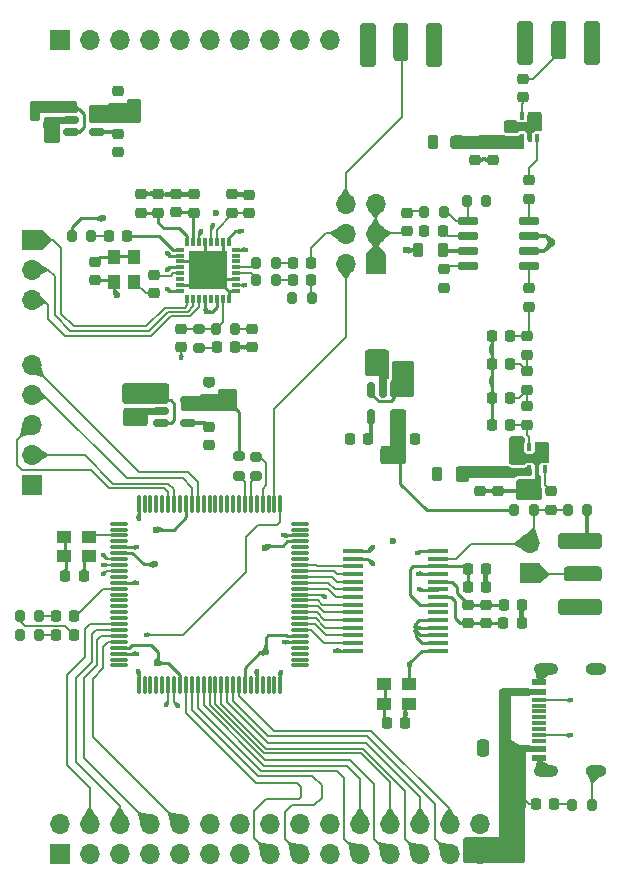
<source format=gbr>
%TF.GenerationSoftware,KiCad,Pcbnew,8.0.4-8.0.4-0~ubuntu22.04.1*%
%TF.CreationDate,2024-09-01T23:10:33+08:00*%
%TF.ProjectId,R820T_With_LCMXO2,52383230-545f-4576-9974-685f4c434d58,rev?*%
%TF.SameCoordinates,Original*%
%TF.FileFunction,Copper,L1,Top*%
%TF.FilePolarity,Positive*%
%FSLAX46Y46*%
G04 Gerber Fmt 4.6, Leading zero omitted, Abs format (unit mm)*
G04 Created by KiCad (PCBNEW 8.0.4-8.0.4-0~ubuntu22.04.1) date 2024-09-01 23:10:33*
%MOMM*%
%LPD*%
G01*
G04 APERTURE LIST*
G04 Aperture macros list*
%AMRoundRect*
0 Rectangle with rounded corners*
0 $1 Rounding radius*
0 $2 $3 $4 $5 $6 $7 $8 $9 X,Y pos of 4 corners*
0 Add a 4 corners polygon primitive as box body*
4,1,4,$2,$3,$4,$5,$6,$7,$8,$9,$2,$3,0*
0 Add four circle primitives for the rounded corners*
1,1,$1+$1,$2,$3*
1,1,$1+$1,$4,$5*
1,1,$1+$1,$6,$7*
1,1,$1+$1,$8,$9*
0 Add four rect primitives between the rounded corners*
20,1,$1+$1,$2,$3,$4,$5,0*
20,1,$1+$1,$4,$5,$6,$7,0*
20,1,$1+$1,$6,$7,$8,$9,0*
20,1,$1+$1,$8,$9,$2,$3,0*%
G04 Aperture macros list end*
%TA.AperFunction,SMDPad,CuDef*%
%ADD10RoundRect,0.200000X-0.200000X-0.275000X0.200000X-0.275000X0.200000X0.275000X-0.200000X0.275000X0*%
%TD*%
%TA.AperFunction,SMDPad,CuDef*%
%ADD11RoundRect,0.218750X0.218750X0.256250X-0.218750X0.256250X-0.218750X-0.256250X0.218750X-0.256250X0*%
%TD*%
%TA.AperFunction,SMDPad,CuDef*%
%ADD12R,1.240000X0.600000*%
%TD*%
%TA.AperFunction,SMDPad,CuDef*%
%ADD13R,1.240000X0.300000*%
%TD*%
%TA.AperFunction,ComponentPad*%
%ADD14O,2.100000X1.000000*%
%TD*%
%TA.AperFunction,ComponentPad*%
%ADD15O,1.800000X1.000000*%
%TD*%
%TA.AperFunction,SMDPad,CuDef*%
%ADD16RoundRect,0.225000X0.225000X0.250000X-0.225000X0.250000X-0.225000X-0.250000X0.225000X-0.250000X0*%
%TD*%
%TA.AperFunction,SMDPad,CuDef*%
%ADD17RoundRect,0.150000X-0.512500X-0.150000X0.512500X-0.150000X0.512500X0.150000X-0.512500X0.150000X0*%
%TD*%
%TA.AperFunction,SMDPad,CuDef*%
%ADD18RoundRect,0.225000X0.250000X-0.225000X0.250000X0.225000X-0.250000X0.225000X-0.250000X-0.225000X0*%
%TD*%
%TA.AperFunction,SMDPad,CuDef*%
%ADD19RoundRect,0.225000X-0.250000X0.225000X-0.250000X-0.225000X0.250000X-0.225000X0.250000X0.225000X0*%
%TD*%
%TA.AperFunction,SMDPad,CuDef*%
%ADD20R,1.300000X1.100000*%
%TD*%
%TA.AperFunction,SMDPad,CuDef*%
%ADD21RoundRect,0.200000X0.275000X-0.200000X0.275000X0.200000X-0.275000X0.200000X-0.275000X-0.200000X0*%
%TD*%
%TA.AperFunction,SMDPad,CuDef*%
%ADD22RoundRect,0.225000X-0.225000X-0.250000X0.225000X-0.250000X0.225000X0.250000X-0.225000X0.250000X0*%
%TD*%
%TA.AperFunction,SMDPad,CuDef*%
%ADD23R,1.100000X1.300000*%
%TD*%
%TA.AperFunction,SMDPad,CuDef*%
%ADD24RoundRect,0.075000X-0.662500X-0.075000X0.662500X-0.075000X0.662500X0.075000X-0.662500X0.075000X0*%
%TD*%
%TA.AperFunction,SMDPad,CuDef*%
%ADD25RoundRect,0.075000X-0.075000X-0.662500X0.075000X-0.662500X0.075000X0.662500X-0.075000X0.662500X0*%
%TD*%
%TA.AperFunction,ComponentPad*%
%ADD26R,1.700000X1.700000*%
%TD*%
%TA.AperFunction,ComponentPad*%
%ADD27O,1.700000X1.700000*%
%TD*%
%TA.AperFunction,SMDPad,CuDef*%
%ADD28RoundRect,0.250000X0.250000X0.475000X-0.250000X0.475000X-0.250000X-0.475000X0.250000X-0.475000X0*%
%TD*%
%TA.AperFunction,SMDPad,CuDef*%
%ADD29RoundRect,0.218750X-0.256250X0.218750X-0.256250X-0.218750X0.256250X-0.218750X0.256250X0.218750X0*%
%TD*%
%TA.AperFunction,SMDPad,CuDef*%
%ADD30RoundRect,0.250000X0.385000X1.350000X-0.385000X1.350000X-0.385000X-1.350000X0.385000X-1.350000X0*%
%TD*%
%TA.AperFunction,SMDPad,CuDef*%
%ADD31RoundRect,0.250000X0.425000X1.600000X-0.425000X1.600000X-0.425000X-1.600000X0.425000X-1.600000X0*%
%TD*%
%TA.AperFunction,SMDPad,CuDef*%
%ADD32RoundRect,0.218750X0.218750X0.381250X-0.218750X0.381250X-0.218750X-0.381250X0.218750X-0.381250X0*%
%TD*%
%TA.AperFunction,SMDPad,CuDef*%
%ADD33RoundRect,0.150000X-0.150000X0.512500X-0.150000X-0.512500X0.150000X-0.512500X0.150000X0.512500X0*%
%TD*%
%TA.AperFunction,SMDPad,CuDef*%
%ADD34RoundRect,0.200000X0.200000X0.275000X-0.200000X0.275000X-0.200000X-0.275000X0.200000X-0.275000X0*%
%TD*%
%TA.AperFunction,SMDPad,CuDef*%
%ADD35RoundRect,0.100000X0.100000X-0.225000X0.100000X0.225000X-0.100000X0.225000X-0.100000X-0.225000X0*%
%TD*%
%TA.AperFunction,SMDPad,CuDef*%
%ADD36R,1.750000X0.450000*%
%TD*%
%TA.AperFunction,SMDPad,CuDef*%
%ADD37RoundRect,0.218750X-0.218750X-0.381250X0.218750X-0.381250X0.218750X0.381250X-0.218750X0.381250X0*%
%TD*%
%TA.AperFunction,SMDPad,CuDef*%
%ADD38RoundRect,0.218750X-0.218750X-0.256250X0.218750X-0.256250X0.218750X0.256250X-0.218750X0.256250X0*%
%TD*%
%TA.AperFunction,SMDPad,CuDef*%
%ADD39R,0.300000X0.800000*%
%TD*%
%TA.AperFunction,SMDPad,CuDef*%
%ADD40R,0.800000X0.300000*%
%TD*%
%TA.AperFunction,SMDPad,CuDef*%
%ADD41R,3.250000X3.250000*%
%TD*%
%TA.AperFunction,SMDPad,CuDef*%
%ADD42RoundRect,0.150000X0.725000X0.150000X-0.725000X0.150000X-0.725000X-0.150000X0.725000X-0.150000X0*%
%TD*%
%TA.AperFunction,SMDPad,CuDef*%
%ADD43RoundRect,0.200000X-0.275000X0.200000X-0.275000X-0.200000X0.275000X-0.200000X0.275000X0.200000X0*%
%TD*%
%TA.AperFunction,SMDPad,CuDef*%
%ADD44RoundRect,0.250000X1.350000X-0.385000X1.350000X0.385000X-1.350000X0.385000X-1.350000X-0.385000X0*%
%TD*%
%TA.AperFunction,SMDPad,CuDef*%
%ADD45RoundRect,0.250000X1.600000X-0.425000X1.600000X0.425000X-1.600000X0.425000X-1.600000X-0.425000X0*%
%TD*%
%TA.AperFunction,ViaPad*%
%ADD46C,0.450000*%
%TD*%
%TA.AperFunction,ViaPad*%
%ADD47C,0.600000*%
%TD*%
%TA.AperFunction,Conductor*%
%ADD48C,0.200000*%
%TD*%
%TA.AperFunction,Conductor*%
%ADD49C,0.156000*%
%TD*%
%TA.AperFunction,Conductor*%
%ADD50C,0.254000*%
%TD*%
%TA.AperFunction,Conductor*%
%ADD51C,0.350000*%
%TD*%
G04 APERTURE END LIST*
D10*
%TO.P,R16,2*%
%TO.N,AGND*%
X152337500Y-142600000D03*
%TO.P,R16,1*%
%TO.N,Net-(D2-K)*%
X150687500Y-142600000D03*
%TD*%
D11*
%TO.P,D2,2,A*%
%TO.N,VCC*%
X147575000Y-142550000D03*
%TO.P,D2,1,K*%
%TO.N,Net-(D2-K)*%
X149150000Y-142550000D03*
%TD*%
D12*
%TO.P,J1,A1,GND*%
%TO.N,AGND*%
X147844999Y-138645000D03*
%TO.P,J1,A4,VBUS*%
%TO.N,VCC*%
X147844999Y-137845000D03*
D13*
%TO.P,J1,A5,CC1*%
%TO.N,Net-(J1-CC1)*%
X147844999Y-136695000D03*
%TO.P,J1,A6,D+*%
%TO.N,unconnected-(J1-D+-PadA6)*%
X147844999Y-135695000D03*
%TO.P,J1,A7,D-*%
%TO.N,unconnected-(J1-D--PadA7)*%
X147844999Y-135195000D03*
%TO.P,J1,A8,SBU1*%
%TO.N,unconnected-(J1-SBU1-PadA8)*%
X147844999Y-134195000D03*
D12*
%TO.P,J1,A9,VBUS*%
%TO.N,VCC*%
X147844999Y-133045000D03*
%TO.P,J1,A12,GND*%
%TO.N,AGND*%
X147844999Y-132245000D03*
%TO.P,J1,B1,GND*%
X147844999Y-132245000D03*
%TO.P,J1,B4,VBUS*%
%TO.N,VCC*%
X147844999Y-133045000D03*
D13*
%TO.P,J1,B5,CC2*%
%TO.N,Net-(J1-CC2)*%
X147844999Y-133695000D03*
%TO.P,J1,B6,D+*%
%TO.N,unconnected-(J1-D+-PadB6)*%
X147844999Y-134695000D03*
%TO.P,J1,B7,D-*%
%TO.N,unconnected-(J1-D--PadB7)*%
X147844999Y-136195000D03*
%TO.P,J1,B8,SBU2*%
%TO.N,unconnected-(J1-SBU2-PadB8)*%
X147844999Y-137195000D03*
D12*
%TO.P,J1,B9,VBUS*%
%TO.N,VCC*%
X147844999Y-137845000D03*
%TO.P,J1,B12,GND*%
%TO.N,AGND*%
X147844999Y-138645000D03*
D14*
%TO.P,J1,S1,SHIELD*%
X148444999Y-139765000D03*
D15*
X152644999Y-139765000D03*
D14*
X148444999Y-131125000D03*
D15*
X152644999Y-131125000D03*
%TD*%
D16*
%TO.P,C6,1*%
%TO.N,Net-(U8-BP)*%
X133375000Y-111612500D03*
%TO.P,C6,2*%
%TO.N,AGND*%
X131825000Y-111612500D03*
%TD*%
D17*
%TO.P,U9,1,IN*%
%TO.N,VCC*%
X108200000Y-83700000D03*
%TO.P,U9,2,GND*%
%TO.N,AGND*%
X108200000Y-84650000D03*
%TO.P,U9,3,EN*%
%TO.N,VCC*%
X108200000Y-85600000D03*
%TO.P,U9,4,BP*%
%TO.N,Net-(U9-BP)*%
X110475000Y-85600000D03*
%TO.P,U9,5,OUT*%
%TO.N,+3V3_PLL*%
X110475000Y-83700000D03*
%TD*%
D18*
%TO.P,C37,1*%
%TO.N,+3V3_PLL*%
X112187500Y-83737500D03*
%TO.P,C37,2*%
%TO.N,AGND*%
X112187500Y-82187500D03*
%TD*%
D10*
%TO.P,R11,1*%
%TO.N,Net-(U7-RF_OUT_A+)*%
X123900000Y-98200000D03*
%TO.P,R11,2*%
%TO.N,Net-(C61-Pad1)*%
X125550000Y-98200000D03*
%TD*%
D19*
%TO.P,C32,1*%
%TO.N,Net-(U9-BP)*%
X112237500Y-85787500D03*
%TO.P,C32,2*%
%TO.N,AGND*%
X112237500Y-87337500D03*
%TD*%
D18*
%TO.P,C18,1*%
%TO.N,Net-(U3-REFTF)*%
X143362500Y-127225001D03*
%TO.P,C18,2*%
%TO.N,Net-(U3-REFBF)*%
X143362500Y-125675001D03*
%TD*%
D20*
%TO.P,X1,1,OE*%
%TO.N,+3V3_D*%
X107625000Y-121550000D03*
%TO.P,X1,2,GND*%
%TO.N,AGND*%
X109725000Y-121550000D03*
%TO.P,X1,3,OUT*%
%TO.N,FPGA_CLK*%
X109725000Y-119900000D03*
%TO.P,X1,4,Vcc*%
%TO.N,+3V3_D*%
X107625000Y-119900000D03*
%TD*%
D19*
%TO.P,C49,1*%
%TO.N,+3V3_PLL*%
X110225000Y-96625000D03*
%TO.P,C49,2*%
%TO.N,AGND*%
X110225000Y-98175000D03*
%TD*%
%TO.P,C1,1*%
%TO.N,Net-(U4-Vcc)*%
X143975000Y-86425000D03*
%TO.P,C1,2*%
%TO.N,AGND*%
X143975000Y-87975000D03*
%TD*%
D21*
%TO.P,R18,1*%
%TO.N,PROGRAMB*%
X123937500Y-114775001D03*
%TO.P,R18,2*%
%TO.N,AGND*%
X123937500Y-113125001D03*
%TD*%
D18*
%TO.P,C17,1*%
%TO.N,Net-(U3-REFTF)*%
X141862500Y-127225001D03*
%TO.P,C17,2*%
%TO.N,Net-(U3-REFBF)*%
X141862500Y-125675001D03*
%TD*%
D22*
%TO.P,C61,1*%
%TO.N,Net-(C61-Pad1)*%
X127025000Y-98200000D03*
%TO.P,C61,2*%
%TO.N,Net-(C61-Pad2)*%
X128575000Y-98200000D03*
%TD*%
D23*
%TO.P,X2,1,OE*%
%TO.N,+3V3_PLL*%
X111900000Y-96200000D03*
%TO.P,X2,2,GND*%
%TO.N,AGND*%
X111900000Y-98300000D03*
%TO.P,X2,3,OUT*%
%TO.N,PLL_REF*%
X113550000Y-98300000D03*
%TO.P,X2,4,Vcc*%
%TO.N,+3V3_PLL*%
X113550000Y-96200000D03*
%TD*%
D22*
%TO.P,C14,1*%
%TO.N,Net-(U3-REFTS)*%
X141837500Y-124150001D03*
%TO.P,C14,2*%
%TO.N,AGND*%
X143387500Y-124150001D03*
%TD*%
D24*
%TO.P,U1,1,PL2A*%
%TO.N,unconnected-(U1-PL2A-Pad1)*%
X112300000Y-118800000D03*
%TO.P,U1,2,PL2B*%
%TO.N,unconnected-(U1-PL2B-Pad2)*%
X112300000Y-119300000D03*
%TO.P,U1,3,PL3A*%
%TO.N,FPGA_CLK*%
X112300000Y-119800000D03*
%TO.P,U1,4,PL3B*%
%TO.N,unconnected-(U1-PL3B-Pad4)*%
X112300000Y-120300000D03*
%TO.P,U1,5,VCCIO5*%
%TO.N,+3V3_D*%
X112300000Y-120800000D03*
%TO.P,U1,6,GND*%
%TO.N,AGND*%
X112300000Y-121300000D03*
%TO.P,U1,7,PL4A*%
%TO.N,4350_SPI_CLK*%
X112300000Y-121800000D03*
%TO.P,U1,8,PL4B*%
%TO.N,4350_SPI_DATA*%
X112300000Y-122300000D03*
%TO.P,U1,9,PL5A*%
%TO.N,4350_SPI_LE*%
X112300000Y-122800000D03*
%TO.P,U1,10,PL5B*%
%TO.N,unconnected-(U1-PL5B-Pad10)*%
X112300000Y-123300000D03*
%TO.P,U1,11,VCCIO4*%
%TO.N,+3V3_D*%
X112300000Y-123800000D03*
%TO.P,U1,12,PL7C*%
%TO.N,USR*%
X112300000Y-124300000D03*
%TO.P,U1,13,PL7D*%
%TO.N,unconnected-(U1-PL7D-Pad13)*%
X112300000Y-124800000D03*
%TO.P,U1,14,PL9A*%
%TO.N,unconnected-(U1-PL9A-Pad14)*%
X112300000Y-125300000D03*
%TO.P,U1,15,PL9B*%
%TO.N,unconnected-(U1-PL9B-Pad15)*%
X112300000Y-125800000D03*
%TO.P,U1,16,PL10A*%
%TO.N,unconnected-(U1-PL10A-Pad16)*%
X112300000Y-126300000D03*
%TO.P,U1,17,PL10B*%
%TO.N,unconnected-(U1-PL10B-Pad17)*%
X112300000Y-126800000D03*
%TO.P,U1,18,PL11A*%
%TO.N,GPIO73*%
X112300000Y-127300000D03*
%TO.P,U1,19,PL11B*%
%TO.N,GPIO72*%
X112300000Y-127800000D03*
%TO.P,U1,20,PL12A*%
%TO.N,GPIO75*%
X112300000Y-128300000D03*
%TO.P,U1,21,PL12B*%
%TO.N,GPIO74*%
X112300000Y-128800000D03*
%TO.P,U1,22,GND*%
%TO.N,AGND*%
X112300000Y-129300000D03*
%TO.P,U1,23,VCCIO3*%
%TO.N,+3V3_D*%
X112300000Y-129800000D03*
%TO.P,U1,24,PL14A*%
%TO.N,unconnected-(U1-PL14A-Pad24)*%
X112300000Y-130300000D03*
%TO.P,U1,25,PL14B*%
%TO.N,unconnected-(U1-PL14B-Pad25)*%
X112300000Y-130800000D03*
D25*
%TO.P,U1,26,VCCIO2*%
%TO.N,+3V3_D*%
X113962500Y-132462500D03*
%TO.P,U1,27,PB5A*%
%TO.N,unconnected-(U1-PB5A-Pad27)*%
X114462500Y-132462500D03*
%TO.P,U1,28,PB5B*%
%TO.N,unconnected-(U1-PB5B-Pad28)*%
X114962500Y-132462500D03*
%TO.P,U1,29,PB6A*%
%TO.N,unconnected-(U1-PB6A-Pad29)*%
X115462500Y-132462500D03*
%TO.P,U1,30,PB6B*%
%TO.N,unconnected-(U1-PB6B-Pad30)*%
X115962500Y-132462500D03*
%TO.P,U1,31,PB8A*%
%TO.N,GPIO85*%
X116462500Y-132462500D03*
%TO.P,U1,32,PB8B*%
%TO.N,GPIO84*%
X116962500Y-132462500D03*
%TO.P,U1,33,GND*%
%TO.N,AGND*%
X117462500Y-132462500D03*
%TO.P,U1,34,PB11A*%
%TO.N,GPIO69*%
X117962500Y-132462500D03*
%TO.P,U1,35,PB11B*%
%TO.N,GPIO70*%
X118462500Y-132462500D03*
%TO.P,U1,36,PB12A*%
%TO.N,GPIO60*%
X118962500Y-132462500D03*
%TO.P,U1,37,PB12B*%
%TO.N,GPIO63*%
X119462500Y-132462500D03*
%TO.P,U1,38,PB16A*%
%TO.N,GPIO64*%
X119962500Y-132462500D03*
%TO.P,U1,39,PB16B*%
%TO.N,GPIO61*%
X120462500Y-132462500D03*
%TO.P,U1,40,PB18A*%
%TO.N,GPIO67*%
X120962500Y-132462500D03*
%TO.P,U1,41,PB18B*%
%TO.N,GPIO62*%
X121462500Y-132462500D03*
%TO.P,U1,42,PB21A*%
%TO.N,GPIO65*%
X121962500Y-132462500D03*
%TO.P,U1,43,PB21B*%
%TO.N,GPIO66*%
X122462500Y-132462500D03*
%TO.P,U1,44,GND*%
%TO.N,AGND*%
X122962500Y-132462500D03*
%TO.P,U1,45,PB22A*%
%TO.N,unconnected-(U1-PB22A-Pad45)*%
X123462500Y-132462500D03*
%TO.P,U1,46,VCCIO2*%
%TO.N,+3V3_D*%
X123962500Y-132462500D03*
%TO.P,U1,47,PB22B*%
%TO.N,unconnected-(U1-PB22B-Pad47)*%
X124462500Y-132462500D03*
%TO.P,U1,48,PB25A*%
%TO.N,unconnected-(U1-PB25A-Pad48)*%
X124962500Y-132462500D03*
%TO.P,U1,49,PB25B*%
%TO.N,unconnected-(U1-PB25B-Pad49)*%
X125462500Y-132462500D03*
%TO.P,U1,50,VCC*%
%TO.N,+3V3_D*%
X125962500Y-132462500D03*
D24*
%TO.P,U1,51,PR14B*%
%TO.N,unconnected-(U1-PR14B-Pad51)*%
X127625000Y-130800000D03*
%TO.P,U1,52,PR14A*%
%TO.N,unconnected-(U1-PR14A-Pad52)*%
X127625000Y-130300000D03*
%TO.P,U1,53,PR12B*%
%TO.N,unconnected-(U1-PR12B-Pad53)*%
X127625000Y-129800000D03*
%TO.P,U1,54,PR12A*%
%TO.N,unconnected-(U1-PR12A-Pad54)*%
X127625000Y-129300000D03*
%TO.P,U1,55,VCCIO1*%
%TO.N,+3V3_D*%
X127625000Y-128800000D03*
%TO.P,U1,56,GND*%
%TO.N,AGND*%
X127625000Y-128300000D03*
%TO.P,U1,57,PR11B*%
%TO.N,ADC_OTR*%
X127625000Y-127800000D03*
%TO.P,U1,58,PR11A*%
%TO.N,ADC_D9*%
X127625000Y-127300000D03*
%TO.P,U1,59,PR10B*%
%TO.N,ADC_D8*%
X127625000Y-126800000D03*
%TO.P,U1,60,PR10A*%
%TO.N,ADC_D7*%
X127625000Y-126300000D03*
%TO.P,U1,61,PR9A*%
%TO.N,ADC_D6*%
X127625000Y-125800000D03*
%TO.P,U1,62,PR7B*%
%TO.N,ADC_D5*%
X127625000Y-125300000D03*
%TO.P,U1,63,PR7A*%
%TO.N,ADC_CLK*%
X127625000Y-124800000D03*
%TO.P,U1,64,PR6B*%
%TO.N,ADC_D4*%
X127625000Y-124300000D03*
%TO.P,U1,65,PR6A*%
%TO.N,ADC_D3*%
X127625000Y-123800000D03*
%TO.P,U1,66,PR5B*%
%TO.N,ADC_D2*%
X127625000Y-123300000D03*
%TO.P,U1,67,PR5A*%
%TO.N,ADC_D1*%
X127625000Y-122800000D03*
%TO.P,U1,68,PR4B*%
%TO.N,ADC_D0*%
X127625000Y-122300000D03*
%TO.P,U1,69,PR4A*%
%TO.N,unconnected-(U1-PR4A-Pad69)*%
X127625000Y-121800000D03*
%TO.P,U1,70,PR3B*%
%TO.N,unconnected-(U1-PR3B-Pad70)*%
X127625000Y-121300000D03*
%TO.P,U1,71,PR3A*%
%TO.N,unconnected-(U1-PR3A-Pad71)*%
X127625000Y-120800000D03*
%TO.P,U1,72,GND*%
%TO.N,AGND*%
X127625000Y-120300000D03*
%TO.P,U1,73,VCCIO1*%
%TO.N,+3V3_D*%
X127625000Y-119800000D03*
%TO.P,U1,74,PR1B*%
%TO.N,unconnected-(U1-PR1B-Pad74)*%
X127625000Y-119300000D03*
%TO.P,U1,75,PR1A*%
%TO.N,unconnected-(U1-PR1A-Pad75)*%
X127625000Y-118800000D03*
D25*
%TO.P,U1,76,PT24D*%
%TO.N,DONE*%
X125962500Y-117137500D03*
%TO.P,U1,77,PT24C*%
%TO.N,FPGA_LO*%
X125462500Y-117137500D03*
%TO.P,U1,78,PT22A*%
%TO.N,unconnected-(U1-PT22A-Pad78)*%
X124962500Y-117137500D03*
%TO.P,U1,79,GND*%
%TO.N,AGND*%
X124462500Y-117137500D03*
%TO.P,U1,80,VCCIO0*%
%TO.N,unconnected-(U1-VCCIO0-Pad80)*%
X123962500Y-117137500D03*
%TO.P,U1,81,PT20D*%
%TO.N,PROGRAMB*%
X123462500Y-117137500D03*
%TO.P,U1,82,PT20C*%
%TO.N,JTAGENB*%
X122962500Y-117137500D03*
%TO.P,U1,83,PT19B*%
%TO.N,unconnected-(U1-PT19B-Pad83)*%
X122462500Y-117137500D03*
%TO.P,U1,84,PT19A*%
%TO.N,unconnected-(U1-PT19A-Pad84)*%
X121962500Y-117137500D03*
%TO.P,U1,85,PT18D*%
%TO.N,unconnected-(U1-PT18D-Pad85)*%
X121462500Y-117137500D03*
%TO.P,U1,86,PT18C*%
%TO.N,unconnected-(U1-PT18C-Pad86)*%
X120962500Y-117137500D03*
%TO.P,U1,87,PT17B*%
%TO.N,unconnected-(U1-PT17B-Pad87)*%
X120462500Y-117137500D03*
%TO.P,U1,88,PT17A*%
%TO.N,unconnected-(U1-PT17A-Pad88)*%
X119962500Y-117137500D03*
%TO.P,U1,89,NC*%
%TO.N,unconnected-(U1-NC-Pad89)*%
X119462500Y-117137500D03*
%TO.P,U1,90,PT16D*%
%TO.N,TMS*%
X118962500Y-117137500D03*
%TO.P,U1,91,PT16C*%
%TO.N,TCK*%
X118462500Y-117137500D03*
%TO.P,U1,92,GND*%
%TO.N,AGND*%
X117962500Y-117137500D03*
%TO.P,U1,93,VCCIO0*%
%TO.N,unconnected-(U1-VCCIO0-Pad93)*%
X117462500Y-117137500D03*
%TO.P,U1,94,PT12D*%
%TO.N,TDI*%
X116962500Y-117137500D03*
%TO.P,U1,95,PT12C*%
%TO.N,TDO*%
X116462500Y-117137500D03*
%TO.P,U1,96,PT11B*%
%TO.N,unconnected-(U1-PT11B-Pad96)*%
X115962500Y-117137500D03*
%TO.P,U1,97,PT11A*%
%TO.N,unconnected-(U1-PT11A-Pad97)*%
X115462500Y-117137500D03*
%TO.P,U1,98,PT9B*%
%TO.N,unconnected-(U1-PT9B-Pad98)*%
X114962500Y-117137500D03*
%TO.P,U1,99,PT9A*%
%TO.N,unconnected-(U1-PT9A-Pad99)*%
X114462500Y-117137500D03*
%TO.P,U1,100,VCC*%
%TO.N,+3V3_D*%
X113962500Y-117137500D03*
%TD*%
D26*
%TO.P,J11,1,Pin_1*%
%TO.N,MIXER_LO*%
X134015000Y-96780000D03*
D27*
%TO.P,J11,2,Pin_2*%
%TO.N,FPGA_LO*%
X131475000Y-96780000D03*
%TO.P,J11,3,Pin_3*%
%TO.N,MIXER_LO*%
X134015000Y-94240000D03*
%TO.P,J11,4,Pin_4*%
%TO.N,PLL_LO*%
X131475000Y-94240000D03*
%TO.P,J11,5,Pin_5*%
%TO.N,MIXER_LO*%
X134015000Y-91700000D03*
%TO.P,J11,6,Pin_6*%
%TO.N,EXT_LO*%
X131475000Y-91700000D03*
%TD*%
D19*
%TO.P,C51,1*%
%TO.N,AGND*%
X118615000Y-90917500D03*
%TO.P,C51,2*%
%TO.N,Net-(U7-VCOM)*%
X118615000Y-92467500D03*
%TD*%
D28*
%TO.P,C3,1*%
%TO.N,VCC*%
X144975000Y-137800000D03*
%TO.P,C3,2*%
%TO.N,AGND*%
X143075000Y-137800000D03*
%TD*%
D26*
%TO.P,J9,1,Pin_1*%
%TO.N,4350_SPI_CLK*%
X104925000Y-94750000D03*
D27*
%TO.P,J9,2,Pin_2*%
%TO.N,4350_SPI_DATA*%
X104925000Y-97290000D03*
%TO.P,J9,3,Pin_3*%
%TO.N,4350_SPI_LE*%
X104925000Y-99830000D03*
%TD*%
D19*
%TO.P,C57,1*%
%TO.N,AGND*%
X121865000Y-90917500D03*
%TO.P,C57,2*%
%TO.N,Net-(U7-TEMP)*%
X121865000Y-92467500D03*
%TD*%
D29*
%TO.P,L7,1,1*%
%TO.N,Net-(C12-Pad2)*%
X146875000Y-108862500D03*
%TO.P,L7,2,2*%
%TO.N,Net-(C26-Pad2)*%
X146875000Y-110437500D03*
%TD*%
D19*
%TO.P,C24,1*%
%TO.N,Net-(U5-RF_GND)*%
X139825000Y-97275000D03*
%TO.P,C24,2*%
%TO.N,AGND*%
X139825000Y-98825000D03*
%TD*%
D22*
%TO.P,C58,1*%
%TO.N,Net-(C58-Pad1)*%
X120575000Y-103850000D03*
%TO.P,C58,2*%
%TO.N,AGND*%
X122125000Y-103850000D03*
%TD*%
D26*
%TO.P,J3,1,Pin_1*%
%TO.N,AGND*%
X104900000Y-115500000D03*
D27*
%TO.P,J3,2,Pin_2*%
%TO.N,TDI*%
X104900000Y-112960000D03*
%TO.P,J3,3,Pin_3*%
%TO.N,TDO*%
X104900000Y-110420000D03*
%TO.P,J3,4,Pin_4*%
%TO.N,TCK*%
X104900000Y-107880000D03*
%TO.P,J3,5,Pin_5*%
%TO.N,TMS*%
X104900000Y-105340000D03*
%TD*%
D30*
%TO.P,J4,1,In*%
%TO.N,Net-(J4-In)*%
X149525000Y-77812500D03*
D31*
%TO.P,J4,2,Ext*%
%TO.N,AGND*%
X146700000Y-78062500D03*
X152350000Y-78062500D03*
%TD*%
D32*
%TO.P,L3,1,1*%
%TO.N,Net-(U5-VCC)*%
X139737500Y-95650000D03*
%TO.P,L3,2,2*%
%TO.N,VCC*%
X137612500Y-95650000D03*
%TD*%
D33*
%TO.P,U8,1,IN*%
%TO.N,VCC*%
X135575000Y-107462500D03*
%TO.P,U8,2,GND*%
%TO.N,AGND*%
X134625000Y-107462500D03*
%TO.P,U8,3,EN*%
%TO.N,VCC*%
X133675000Y-107462500D03*
%TO.P,U8,4,BP*%
%TO.N,Net-(U8-BP)*%
X133675000Y-109737500D03*
%TO.P,U8,5,OUT*%
%TO.N,+3V3_A*%
X135575000Y-109737500D03*
%TD*%
D34*
%TO.P,R15,1*%
%TO.N,Net-(C61-Pad2)*%
X128600000Y-99700000D03*
%TO.P,R15,2*%
%TO.N,AGND*%
X126950000Y-99700000D03*
%TD*%
D22*
%TO.P,C7,1*%
%TO.N,+3V3_A*%
X135800000Y-111612500D03*
%TO.P,C7,2*%
%TO.N,AGND*%
X137350000Y-111612500D03*
%TD*%
D19*
%TO.P,C54,1*%
%TO.N,AGND*%
X114145000Y-90912500D03*
%TO.P,C54,2*%
%TO.N,Net-(U7-VREF)*%
X114145000Y-92462500D03*
%TD*%
%TO.P,C29,1*%
%TO.N,VCC*%
X114062500Y-108162500D03*
%TO.P,C29,2*%
%TO.N,AGND*%
X114062500Y-109712500D03*
%TD*%
%TO.P,C4,1*%
%TO.N,VCC*%
X106387500Y-83487500D03*
%TO.P,C4,2*%
%TO.N,AGND*%
X106387500Y-85037500D03*
%TD*%
D35*
%TO.P,U2,1,Vcc*%
%TO.N,Net-(U2-Vcc)*%
X147050000Y-114200000D03*
%TO.P,U2,2,G*%
%TO.N,AGND*%
X147700000Y-114200000D03*
%TO.P,U2,3*%
%TO.N,Net-(C9-Pad1)*%
X148350000Y-114200000D03*
%TO.P,U2,4,G*%
%TO.N,AGND*%
X148350000Y-112300000D03*
%TO.P,U2,5,G*%
X147700000Y-112300000D03*
%TO.P,U2,6*%
%TO.N,Net-(C26-Pad2)*%
X147050000Y-112300000D03*
%TD*%
D36*
%TO.P,U3,1,AVSS*%
%TO.N,AGND*%
X132112500Y-121100001D03*
%TO.P,U3,2,DVDD*%
%TO.N,Net-(U3-DVDD)*%
X132112500Y-121750001D03*
%TO.P,U3,3,D0*%
%TO.N,ADC_D0*%
X132112500Y-122400001D03*
%TO.P,U3,4,D1*%
%TO.N,ADC_D1*%
X132112500Y-123050001D03*
%TO.P,U3,5,D2*%
%TO.N,ADC_D2*%
X132112500Y-123700001D03*
%TO.P,U3,6,D3*%
%TO.N,ADC_D3*%
X132112500Y-124350001D03*
%TO.P,U3,7,D4*%
%TO.N,ADC_D4*%
X132112500Y-125000001D03*
%TO.P,U3,8,D5*%
%TO.N,ADC_D5*%
X132112500Y-125650001D03*
%TO.P,U3,9,D6*%
%TO.N,ADC_D6*%
X132112500Y-126300001D03*
%TO.P,U3,10,D7*%
%TO.N,ADC_D7*%
X132112500Y-126950001D03*
%TO.P,U3,11,D8*%
%TO.N,ADC_D8*%
X132112500Y-127600001D03*
%TO.P,U3,12,D9*%
%TO.N,ADC_D9*%
X132112500Y-128250001D03*
%TO.P,U3,13,OTR*%
%TO.N,ADC_OTR*%
X132112500Y-128900001D03*
%TO.P,U3,14,DRVSS*%
%TO.N,AGND*%
X132112500Y-129550001D03*
%TO.P,U3,15,CLK*%
%TO.N,ADC_CLK*%
X139312500Y-129550001D03*
%TO.P,U3,16,THREE_STATE*%
%TO.N,AGND*%
X139312500Y-128900001D03*
%TO.P,U3,17,STBY*%
X139312500Y-128250001D03*
%TO.P,U3,18,REFSENSE*%
X139312500Y-127600001D03*
%TO.P,U3,19,CLAMP*%
X139312500Y-126950001D03*
%TO.P,U3,20,CLAMPIN*%
%TO.N,unconnected-(U3-CLAMPIN-Pad20)*%
X139312500Y-126300001D03*
%TO.P,U3,21,REFTS*%
%TO.N,Net-(U3-REFTS)*%
X139312500Y-125650001D03*
%TO.P,U3,22,REFTF*%
%TO.N,Net-(U3-REFTF)*%
X139312500Y-125000001D03*
%TO.P,U3,23,MODE*%
%TO.N,+3V3_A*%
X139312500Y-124350001D03*
%TO.P,U3,24,REFBF*%
%TO.N,Net-(U3-REFBF)*%
X139312500Y-123700001D03*
%TO.P,U3,25,REFBS*%
%TO.N,AGND*%
X139312500Y-123050001D03*
%TO.P,U3,26,VREF*%
%TO.N,Net-(U3-REFTS)*%
X139312500Y-122400001D03*
%TO.P,U3,27,AIN*%
%TO.N,ADC_IN*%
X139312500Y-121750001D03*
%TO.P,U3,28,AVDD*%
%TO.N,+3V3_A*%
X139312500Y-121100001D03*
%TD*%
D10*
%TO.P,R4,1*%
%TO.N,ADC_IN*%
X150275000Y-117600000D03*
%TO.P,R4,2*%
%TO.N,AGND*%
X151925000Y-117600000D03*
%TD*%
D29*
%TO.P,L5,1,1*%
%TO.N,MIXER_IF*%
X146875000Y-102912500D03*
%TO.P,L5,2,2*%
%TO.N,Net-(C11-Pad2)*%
X146875000Y-104487500D03*
%TD*%
D37*
%TO.P,L4,1,1*%
%TO.N,VCC*%
X138875000Y-86500000D03*
%TO.P,L4,2,2*%
%TO.N,Net-(U4-Vcc)*%
X141000000Y-86500000D03*
%TD*%
D10*
%TO.P,R19,1*%
%TO.N,+3V3_D*%
X103875000Y-128250000D03*
%TO.P,R19,2*%
%TO.N,DONE*%
X105525000Y-128250000D03*
%TD*%
%TO.P,R3,1*%
%TO.N,+3V3_A*%
X145775000Y-117650000D03*
%TO.P,R3,2*%
%TO.N,ADC_IN*%
X147425000Y-117650000D03*
%TD*%
D19*
%TO.P,C60,1*%
%TO.N,Net-(U7-CPout)*%
X117575000Y-102325000D03*
%TO.P,C60,2*%
%TO.N,AGND*%
X117575000Y-103875000D03*
%TD*%
D22*
%TO.P,C62,1*%
%TO.N,Net-(C62-Pad1)*%
X127025000Y-96710000D03*
%TO.P,C62,2*%
%TO.N,PLL_LO*%
X128575000Y-96710000D03*
%TD*%
D38*
%TO.P,D4,1,K*%
%TO.N,Net-(D4-K)*%
X106937501Y-126600000D03*
%TO.P,D4,2,A*%
%TO.N,USR*%
X108512501Y-126600000D03*
%TD*%
D10*
%TO.P,R12,1*%
%TO.N,Net-(U7-RF_OUT_A-)*%
X123900000Y-96700000D03*
%TO.P,R12,2*%
%TO.N,Net-(C62-Pad1)*%
X125550000Y-96700000D03*
%TD*%
D34*
%TO.P,R8,1*%
%TO.N,Net-(U5-LO)*%
X139775000Y-92450000D03*
%TO.P,R8,2*%
%TO.N,Net-(C22-Pad1)*%
X138125000Y-92450000D03*
%TD*%
D38*
%TO.P,D1,1,K*%
%TO.N,Net-(D1-K)*%
X111427500Y-94412500D03*
%TO.P,D1,2,A*%
%TO.N,Net-(D1-A)*%
X113002500Y-94412500D03*
%TD*%
D30*
%TO.P,J6,1,In*%
%TO.N,EXT_LO*%
X136175000Y-78012500D03*
D31*
%TO.P,J6,2,Ext*%
%TO.N,AGND*%
X133350000Y-78262500D03*
X139000000Y-78262500D03*
%TD*%
D39*
%TO.P,U7,1,CLK*%
%TO.N,4350_SPI_CLK*%
X118075000Y-99750000D03*
%TO.P,U7,2,DATA*%
%TO.N,4350_SPI_DATA*%
X118575000Y-99750000D03*
%TO.P,U7,3,LE*%
%TO.N,4350_SPI_LE*%
X119075000Y-99750000D03*
%TO.P,U7,4,CE*%
%TO.N,+3V3_PLL*%
X119575000Y-99750000D03*
%TO.P,U7,5,SW*%
%TO.N,unconnected-(U7-SW-Pad5)*%
X120075000Y-99750000D03*
%TO.P,U7,6,Vp*%
%TO.N,+3V3_PLL*%
X120575000Y-99750000D03*
%TO.P,U7,7,CPout*%
%TO.N,Net-(U7-CPout)*%
X121075000Y-99750000D03*
%TO.P,U7,8,CPGND*%
%TO.N,AGND*%
X121575000Y-99750000D03*
D40*
%TO.P,U7,9,AGND*%
X122225000Y-99100000D03*
%TO.P,U7,10,AVDD*%
%TO.N,+3V3_PLL*%
X122225000Y-98600000D03*
%TO.P,U7,11,AGNDVCO*%
%TO.N,AGND*%
X122225000Y-98100000D03*
%TO.P,U7,12,RF_OUT_A+*%
%TO.N,Net-(U7-RF_OUT_A+)*%
X122225000Y-97600000D03*
%TO.P,U7,13,RF_OUT_A-*%
%TO.N,Net-(U7-RF_OUT_A-)*%
X122225000Y-97100000D03*
%TO.P,U7,14,RF_OUT_B+*%
%TO.N,unconnected-(U7-RF_OUT_B+-Pad14)*%
X122225000Y-96600000D03*
%TO.P,U7,15,RF_OUT_B-*%
%TO.N,unconnected-(U7-RF_OUT_B--Pad15)*%
X122225000Y-96100000D03*
%TO.P,U7,16,VVCO*%
%TO.N,+3V3_PLL_VCO*%
X122225000Y-95600000D03*
D39*
%TO.P,U7,17,VVCO*%
X121575000Y-94950000D03*
%TO.P,U7,18,AGNDVCO*%
%TO.N,AGND*%
X121075000Y-94950000D03*
%TO.P,U7,19,TEMP*%
%TO.N,Net-(U7-TEMP)*%
X120575000Y-94950000D03*
%TO.P,U7,20,VTUNE*%
%TO.N,Net-(U7-VTUNE)*%
X120075000Y-94950000D03*
%TO.P,U7,21,AGNDVCO*%
%TO.N,AGND*%
X119575000Y-94950000D03*
%TO.P,U7,22,RSET*%
%TO.N,Net-(U7-RSET)*%
X119075000Y-94950000D03*
%TO.P,U7,23,VCOM*%
%TO.N,Net-(U7-VCOM)*%
X118575000Y-94950000D03*
%TO.P,U7,24,VREF*%
%TO.N,Net-(U7-VREF)*%
X118075000Y-94950000D03*
D40*
%TO.P,U7,25,LD*%
%TO.N,Net-(D1-A)*%
X117425000Y-95600000D03*
%TO.P,U7,26,PDB_RF*%
%TO.N,+3V3_PLL*%
X117425000Y-96100000D03*
%TO.P,U7,27,DGND*%
%TO.N,AGND*%
X117425000Y-96600000D03*
%TO.P,U7,28,DVDD*%
%TO.N,+3V3_PLL*%
X117425000Y-97100000D03*
%TO.P,U7,29,REFIN*%
%TO.N,Net-(U7-REFIN)*%
X117425000Y-97600000D03*
%TO.P,U7,30,MUXOUT*%
%TO.N,unconnected-(U7-MUXOUT-Pad30)*%
X117425000Y-98100000D03*
%TO.P,U7,31,SDGND*%
%TO.N,AGND*%
X117425000Y-98600000D03*
%TO.P,U7,32,SDVDD*%
%TO.N,+3V3_PLL*%
X117425000Y-99100000D03*
D41*
%TO.P,U7,33,EP*%
%TO.N,AGND*%
X119825000Y-97350000D03*
%TD*%
D19*
%TO.P,C9,1*%
%TO.N,Net-(C9-Pad1)*%
X148850000Y-116050000D03*
%TO.P,C9,2*%
%TO.N,ADC_IN*%
X148850000Y-117600000D03*
%TD*%
D20*
%TO.P,X3,1,OE*%
%TO.N,+3V3_A*%
X134775000Y-134025000D03*
%TO.P,X3,2,GND*%
%TO.N,AGND*%
X136875000Y-134025000D03*
%TO.P,X3,3,OUT*%
%TO.N,ADC_CLK*%
X136875000Y-132375000D03*
%TO.P,X3,4,Vcc*%
%TO.N,+3V3_A*%
X134775000Y-132375000D03*
%TD*%
D16*
%TO.P,C25,1*%
%TO.N,Net-(U5-LO_GND)*%
X139700000Y-94000000D03*
%TO.P,C25,2*%
%TO.N,AGND*%
X138150000Y-94000000D03*
%TD*%
D18*
%TO.P,C50,1*%
%TO.N,PLL_REF*%
X115275000Y-99275000D03*
%TO.P,C50,2*%
%TO.N,Net-(U7-REFIN)*%
X115275000Y-97725000D03*
%TD*%
D42*
%TO.P,U5,1,IF*%
%TO.N,Net-(U5-IF)*%
X146975000Y-97000000D03*
%TO.P,U5,2,GND*%
%TO.N,AGND*%
X146975000Y-95730000D03*
%TO.P,U5,3,GND*%
X146975000Y-94460000D03*
%TO.P,U5,4,RF*%
%TO.N,Net-(U5-RF)*%
X146975000Y-93190000D03*
%TO.P,U5,5,LO*%
%TO.N,Net-(U5-LO)*%
X141825000Y-93190000D03*
%TO.P,U5,6,LO_GND*%
%TO.N,Net-(U5-LO_GND)*%
X141825000Y-94460000D03*
%TO.P,U5,7,VCC*%
%TO.N,Net-(U5-VCC)*%
X141825000Y-95730000D03*
%TO.P,U5,8,RF_GND*%
%TO.N,Net-(U5-RF_GND)*%
X141825000Y-97000000D03*
%TD*%
D34*
%TO.P,R9,1*%
%TO.N,AGND*%
X143400000Y-91500000D03*
%TO.P,R9,2*%
%TO.N,Net-(U5-LO)*%
X141750000Y-91500000D03*
%TD*%
D19*
%TO.P,C27,1*%
%TO.N,Net-(U2-Vcc)*%
X144375000Y-114450000D03*
%TO.P,C27,2*%
%TO.N,AGND*%
X144375000Y-116000000D03*
%TD*%
%TO.P,C65,1*%
%TO.N,Net-(J4-In)*%
X146475000Y-81150000D03*
%TO.P,C65,2*%
%TO.N,Net-(C65-Pad2)*%
X146475000Y-82700000D03*
%TD*%
D22*
%TO.P,C12,1*%
%TO.N,AGND*%
X143850000Y-108200000D03*
%TO.P,C12,2*%
%TO.N,Net-(C12-Pad2)*%
X145400000Y-108200000D03*
%TD*%
D26*
%TO.P,J8,1,Pin_1*%
%TO.N,Net-(J2-In)*%
X147075000Y-122975000D03*
D27*
%TO.P,J8,2,Pin_2*%
%TO.N,ADC_IN*%
X147075000Y-120435000D03*
%TD*%
D43*
%TO.P,R7,1*%
%TO.N,Net-(U7-CPout)*%
X119075000Y-102275000D03*
%TO.P,R7,2*%
%TO.N,Net-(C58-Pad1)*%
X119075000Y-103925000D03*
%TD*%
D22*
%TO.P,C26,1*%
%TO.N,AGND*%
X143850000Y-110450000D03*
%TO.P,C26,2*%
%TO.N,Net-(C26-Pad2)*%
X145400000Y-110450000D03*
%TD*%
%TO.P,C13,1*%
%TO.N,Net-(U3-REFTS)*%
X141812500Y-122650001D03*
%TO.P,C13,2*%
%TO.N,AGND*%
X143362500Y-122650001D03*
%TD*%
D19*
%TO.P,C22,1*%
%TO.N,Net-(C22-Pad1)*%
X136675000Y-92475000D03*
%TO.P,C22,2*%
%TO.N,MIXER_LO*%
X136675000Y-94025000D03*
%TD*%
D22*
%TO.P,C10,1*%
%TO.N,AGND*%
X143850000Y-102912500D03*
%TO.P,C10,2*%
%TO.N,MIXER_IF*%
X145400000Y-102912500D03*
%TD*%
D21*
%TO.P,R17,1*%
%TO.N,JTAGENB*%
X122437500Y-114750001D03*
%TO.P,R17,2*%
%TO.N,+3V3_D*%
X122437500Y-113100001D03*
%TD*%
D19*
%TO.P,C28,1*%
%TO.N,Net-(U2-Vcc)*%
X142825000Y-114450000D03*
%TO.P,C28,2*%
%TO.N,AGND*%
X142825000Y-116000000D03*
%TD*%
D22*
%TO.P,C56,1*%
%TO.N,+3V3_D*%
X107750000Y-123205001D03*
%TO.P,C56,2*%
%TO.N,AGND*%
X109300000Y-123205001D03*
%TD*%
D19*
%TO.P,C53,1*%
%TO.N,AGND*%
X115635000Y-90927500D03*
%TO.P,C53,2*%
%TO.N,Net-(U7-VREF)*%
X115635000Y-92477500D03*
%TD*%
%TO.P,C52,1*%
%TO.N,AGND*%
X117135000Y-90902500D03*
%TO.P,C52,2*%
%TO.N,Net-(U7-VCOM)*%
X117135000Y-92452500D03*
%TD*%
D16*
%TO.P,C5,1*%
%TO.N,VCC*%
X135900000Y-105512500D03*
%TO.P,C5,2*%
%TO.N,AGND*%
X134350000Y-105512500D03*
%TD*%
D37*
%TO.P,L1,1,1*%
%TO.N,VCC*%
X139200000Y-114575000D03*
%TO.P,L1,2,2*%
%TO.N,Net-(U2-Vcc)*%
X141325000Y-114575000D03*
%TD*%
D19*
%TO.P,C30,1*%
%TO.N,Net-(U6-BP)*%
X119912500Y-110587500D03*
%TO.P,C30,2*%
%TO.N,AGND*%
X119912500Y-112137500D03*
%TD*%
D22*
%TO.P,C16,1*%
%TO.N,Net-(U3-REFTF)*%
X144837500Y-127200001D03*
%TO.P,C16,2*%
%TO.N,AGND*%
X146387500Y-127200001D03*
%TD*%
D18*
%TO.P,C23,1*%
%TO.N,MIXER_IF*%
X147025000Y-100425000D03*
%TO.P,C23,2*%
%TO.N,Net-(U5-IF)*%
X147025000Y-98875000D03*
%TD*%
D44*
%TO.P,J2,1,In*%
%TO.N,Net-(J2-In)*%
X151562500Y-123050000D03*
D45*
%TO.P,J2,2,Ext*%
%TO.N,AGND*%
X151312500Y-120225000D03*
X151312500Y-125875000D03*
%TD*%
D19*
%TO.P,C55,1*%
%TO.N,AGND*%
X123325000Y-90942500D03*
%TO.P,C55,2*%
%TO.N,Net-(U7-TEMP)*%
X123325000Y-92492500D03*
%TD*%
D22*
%TO.P,C11,1*%
%TO.N,AGND*%
X143850000Y-105262500D03*
%TO.P,C11,2*%
%TO.N,Net-(C11-Pad2)*%
X145400000Y-105262500D03*
%TD*%
D34*
%TO.P,R21,1*%
%TO.N,Net-(D4-K)*%
X105555001Y-126580001D03*
%TO.P,R21,2*%
%TO.N,AGND*%
X103905001Y-126580001D03*
%TD*%
D10*
%TO.P,R10,1*%
%TO.N,Net-(U7-CPout)*%
X120500000Y-102350000D03*
%TO.P,R10,2*%
%TO.N,Net-(U7-VTUNE)*%
X122150000Y-102350000D03*
%TD*%
D22*
%TO.P,C15,1*%
%TO.N,Net-(U3-REFBF)*%
X144862500Y-125700001D03*
%TO.P,C15,2*%
%TO.N,AGND*%
X146412500Y-125700001D03*
%TD*%
D17*
%TO.P,U6,1,IN*%
%TO.N,VCC*%
X115887500Y-108337500D03*
%TO.P,U6,2,GND*%
%TO.N,AGND*%
X115887500Y-109287500D03*
%TO.P,U6,3,EN*%
%TO.N,VCC*%
X115887500Y-110237500D03*
%TO.P,U6,4,BP*%
%TO.N,Net-(U6-BP)*%
X118162500Y-110237500D03*
%TO.P,U6,5,OUT*%
%TO.N,+3V3_D*%
X118162500Y-108337500D03*
%TD*%
D19*
%TO.P,C2,1*%
%TO.N,Net-(U4-Vcc)*%
X142475000Y-86425000D03*
%TO.P,C2,2*%
%TO.N,AGND*%
X142475000Y-87975000D03*
%TD*%
D34*
%TO.P,R6,1*%
%TO.N,Net-(D1-K)*%
X109965000Y-94442500D03*
%TO.P,R6,2*%
%TO.N,AGND*%
X108315000Y-94442500D03*
%TD*%
D19*
%TO.P,C59,1*%
%TO.N,Net-(U7-VTUNE)*%
X123575000Y-102300000D03*
%TO.P,C59,2*%
%TO.N,AGND*%
X123575000Y-103850000D03*
%TD*%
D11*
%TO.P,D3,1,K*%
%TO.N,AGND*%
X108525000Y-128260000D03*
%TO.P,D3,2,A*%
%TO.N,DONE*%
X106950000Y-128260000D03*
%TD*%
D35*
%TO.P,U4,1,Vcc*%
%TO.N,Net-(U4-Vcc)*%
X146425000Y-86150000D03*
%TO.P,U4,2,G*%
%TO.N,AGND*%
X147075000Y-86150000D03*
%TO.P,U4,3*%
%TO.N,Net-(C21-Pad1)*%
X147725000Y-86150000D03*
%TO.P,U4,4,G*%
%TO.N,AGND*%
X147725000Y-84250000D03*
%TO.P,U4,5,G*%
X147075000Y-84250000D03*
%TO.P,U4,6*%
%TO.N,Net-(C65-Pad2)*%
X146425000Y-84250000D03*
%TD*%
D18*
%TO.P,C31,1*%
%TO.N,+3V3_D*%
X119912500Y-108362500D03*
%TO.P,C31,2*%
%TO.N,AGND*%
X119912500Y-106812500D03*
%TD*%
D22*
%TO.P,C63,1*%
%TO.N,+3V3_A*%
X135000000Y-135675000D03*
%TO.P,C63,2*%
%TO.N,AGND*%
X136550000Y-135675000D03*
%TD*%
D19*
%TO.P,C21,1*%
%TO.N,Net-(C21-Pad1)*%
X147025000Y-89725000D03*
%TO.P,C21,2*%
%TO.N,Net-(U5-RF)*%
X147025000Y-91275000D03*
%TD*%
D29*
%TO.P,L6,1,1*%
%TO.N,Net-(C11-Pad2)*%
X146875000Y-105875000D03*
%TO.P,L6,2,2*%
%TO.N,Net-(C12-Pad2)*%
X146875000Y-107450000D03*
%TD*%
D26*
%TO.P,J5,1,Pin_1*%
%TO.N,unconnected-(J5-Pin_1-Pad1)*%
X107287113Y-77844521D03*
D27*
%TO.P,J5,2,Pin_2*%
%TO.N,unconnected-(J5-Pin_2-Pad2)*%
X109827113Y-77844521D03*
%TO.P,J5,3,Pin_3*%
%TO.N,unconnected-(J5-Pin_3-Pad3)*%
X112367113Y-77844521D03*
%TO.P,J5,4,Pin_4*%
%TO.N,unconnected-(J5-Pin_4-Pad4)*%
X114907113Y-77844521D03*
%TO.P,J5,5,Pin_5*%
%TO.N,unconnected-(J5-Pin_5-Pad5)*%
X117447113Y-77844521D03*
%TO.P,J5,6,Pin_6*%
%TO.N,unconnected-(J5-Pin_6-Pad6)*%
X119987113Y-77844521D03*
%TO.P,J5,7,Pin_7*%
%TO.N,unconnected-(J5-Pin_7-Pad7)*%
X122527113Y-77844521D03*
%TO.P,J5,8,Pin_8*%
%TO.N,unconnected-(J5-Pin_8-Pad8)*%
X125067113Y-77844521D03*
%TO.P,J5,9,Pin_9*%
%TO.N,unconnected-(J5-Pin_9-Pad9)*%
X127607113Y-77844521D03*
%TO.P,J5,10,Pin_10*%
%TO.N,unconnected-(J5-Pin_10-Pad10)*%
X130147113Y-77844521D03*
%TD*%
D26*
%TO.P,J7,1,Pin_1*%
%TO.N,unconnected-(J7-Pin_1-Pad1)*%
X107273600Y-146756254D03*
D27*
%TO.P,J7,2,Pin_2*%
%TO.N,AGND*%
X107273600Y-144216254D03*
%TO.P,J7,3,Pin_3*%
%TO.N,UART0_TXD*%
X109813600Y-146756254D03*
%TO.P,J7,4,Pin_4*%
%TO.N,GPIO73*%
X109813600Y-144216254D03*
%TO.P,J7,5,Pin_5*%
%TO.N,UART0_RXD*%
X112353600Y-146756254D03*
%TO.P,J7,6,Pin_6*%
%TO.N,GPIO72*%
X112353600Y-144216254D03*
%TO.P,J7,7,Pin_7*%
%TO.N,unconnected-(J7-Pin_7-Pad7)*%
X114893600Y-146756254D03*
%TO.P,J7,8,Pin_8*%
%TO.N,GPIO75*%
X114893600Y-144216254D03*
%TO.P,J7,9,Pin_9*%
%TO.N,unconnected-(J7-Pin_9-Pad9)*%
X117433600Y-146756254D03*
%TO.P,J7,10,Pin_10*%
%TO.N,GPIO74*%
X117433600Y-144216254D03*
%TO.P,J7,11,Pin_11*%
%TO.N,unconnected-(J7-Pin_11-Pad11)*%
X119973600Y-146756254D03*
%TO.P,J7,12,Pin_12*%
%TO.N,unconnected-(J7-Pin_12-Pad12)*%
X119973600Y-144216254D03*
%TO.P,J7,13,Pin_13*%
%TO.N,unconnected-(J7-Pin_13-Pad13)*%
X122513600Y-146756254D03*
%TO.P,J7,14,Pin_14*%
%TO.N,unconnected-(J7-Pin_14-Pad14)*%
X122513600Y-144216254D03*
%TO.P,J7,15,Pin_15*%
%TO.N,GPIO69*%
X125053600Y-146756254D03*
%TO.P,J7,16,Pin_16*%
%TO.N,GPIO85*%
X125053600Y-144216254D03*
%TO.P,J7,17,Pin_17*%
%TO.N,GPIO70*%
X127593600Y-146756254D03*
%TO.P,J7,18,Pin_18*%
%TO.N,GPIO84*%
X127593600Y-144216254D03*
%TO.P,J7,19,Pin_19*%
%TO.N,AGND*%
X130133600Y-146756254D03*
%TO.P,J7,20,Pin_20*%
X130133600Y-144216254D03*
%TO.P,J7,21,Pin_21*%
%TO.N,GPIO60*%
X132673600Y-146756254D03*
%TO.P,J7,22,Pin_22*%
%TO.N,GPIO63*%
X132673600Y-144216254D03*
%TO.P,J7,23,Pin_23*%
%TO.N,GPIO64*%
X135213600Y-146756254D03*
%TO.P,J7,24,Pin_24*%
%TO.N,GPIO61*%
X135213600Y-144216254D03*
%TO.P,J7,25,Pin_25*%
%TO.N,GPIO67*%
X137753600Y-146756254D03*
%TO.P,J7,26,Pin_26*%
%TO.N,GPIO62*%
X137753600Y-144216254D03*
%TO.P,J7,27,Pin_27*%
%TO.N,GPIO65*%
X140293600Y-146756254D03*
%TO.P,J7,28,Pin_28*%
%TO.N,GPIO66*%
X140293600Y-144216254D03*
%TO.P,J7,29,Pin_29*%
%TO.N,VCC*%
X142833600Y-146756254D03*
%TO.P,J7,30,Pin_30*%
%TO.N,AGND*%
X142833600Y-144216254D03*
%TD*%
D46*
%TO.N,DONE*%
X106950000Y-128260000D03*
X114575000Y-128200000D03*
%TO.N,+3V3_D*%
X113825000Y-129800000D03*
X125975000Y-131400000D03*
D47*
X104097890Y-128258842D03*
D46*
X113825000Y-123800000D03*
X123975000Y-131250000D03*
D47*
X121925000Y-107850000D03*
D46*
X113920945Y-131274897D03*
X113825000Y-120800000D03*
D47*
X107775000Y-123200000D03*
D46*
X126275000Y-128850000D03*
D47*
X121225000Y-108350000D03*
X121925000Y-108850000D03*
D46*
X113975000Y-118400000D03*
X126225000Y-119800000D03*
D47*
%TO.N,VCC*%
X138925000Y-86450000D03*
X145975000Y-141500000D03*
X146025000Y-139950000D03*
X105125000Y-84350000D03*
X136925000Y-105350000D03*
X136925000Y-106200000D03*
X145075000Y-139400000D03*
X136625000Y-95650000D03*
X112925000Y-107300000D03*
X139225000Y-114550000D03*
X145075000Y-142050000D03*
X145075000Y-140650000D03*
X105175000Y-83450000D03*
X112925000Y-108250000D03*
D46*
%TO.N,+3V3_A*%
X137525000Y-121300000D03*
D47*
X136125000Y-112600000D03*
X135475000Y-113300000D03*
X134825000Y-112600000D03*
D46*
X137725000Y-124350000D03*
X134825000Y-132400000D03*
D47*
X135525000Y-120300000D03*
D46*
%TO.N,AGND*%
X119925000Y-107150000D03*
X122825000Y-103850000D03*
D47*
X118825000Y-97700000D03*
D46*
X146575000Y-77350000D03*
D47*
X115375000Y-122250000D03*
D46*
X147775000Y-114950000D03*
X117875000Y-90900000D03*
X151475000Y-125900000D03*
D47*
X115475000Y-130600000D03*
D46*
X133525000Y-104400000D03*
X148475000Y-113300000D03*
D47*
X120925000Y-97750000D03*
D46*
X133775000Y-120750000D03*
X130625000Y-129550000D03*
X112975000Y-110050000D03*
D47*
X109325000Y-123250000D03*
D46*
X117575000Y-104750000D03*
X112975000Y-109300000D03*
X146275000Y-85200000D03*
X143375000Y-123350000D03*
X122625000Y-90900000D03*
X114875000Y-90850000D03*
X152275000Y-77400000D03*
X112175000Y-82100000D03*
X143225000Y-87950000D03*
D47*
X148975000Y-95000000D03*
D46*
X147725000Y-115800000D03*
X143875000Y-106750000D03*
X112225000Y-87350000D03*
X146375000Y-126400000D03*
D47*
X118825000Y-96600000D03*
D46*
X151525000Y-120300000D03*
X123975000Y-113100000D03*
D47*
X143075000Y-137800000D03*
D46*
X146975000Y-113250000D03*
X147675000Y-113300000D03*
X137425000Y-127700000D03*
X136525000Y-134900000D03*
X126925000Y-99700000D03*
X107025000Y-86250000D03*
D47*
X124675000Y-120850000D03*
D46*
X143875000Y-104050000D03*
X147775000Y-85200000D03*
D47*
X119925000Y-96650000D03*
X103925000Y-126550000D03*
X115425000Y-119300000D03*
D46*
X143475000Y-91450000D03*
D47*
X112125000Y-99450000D03*
D46*
X119925000Y-112100000D03*
X116425000Y-90900000D03*
X131825000Y-111600000D03*
D47*
X124725000Y-129700000D03*
D46*
X137825000Y-94050000D03*
D47*
X110975000Y-92950000D03*
D46*
X139875000Y-98900000D03*
X137625000Y-123050000D03*
X134425000Y-104400000D03*
X137375000Y-111650000D03*
X107025000Y-85650000D03*
X147025000Y-85200000D03*
D47*
X119925000Y-97700000D03*
X120925000Y-96650000D03*
D46*
X133425000Y-77450000D03*
X139175000Y-77300000D03*
%TO.N,Net-(J1-CC1)*%
X150525000Y-136700000D03*
%TO.N,Net-(J1-CC2)*%
X150575000Y-133750000D03*
%TO.N,ADC_CLK*%
X136875000Y-130700000D03*
X129775000Y-125000000D03*
%TO.N,GPIO84*%
X117275000Y-134200000D03*
%TO.N,GPIO85*%
X116275000Y-134150000D03*
%TO.N,Net-(U3-DVDD)*%
X133775000Y-122200000D03*
%TO.N,Net-(U5-VCC)*%
X139725000Y-95700000D03*
%TO.N,+3V3_PLL*%
X116325000Y-98900000D03*
D47*
X113175000Y-83800000D03*
X120475000Y-92500000D03*
X113825000Y-83200000D03*
D46*
X116325000Y-97300000D03*
D47*
X113825000Y-84400000D03*
D46*
X119625000Y-100875000D03*
X116325000Y-95900000D03*
D47*
X113575000Y-96150000D03*
D46*
X122975000Y-98600000D03*
%TO.N,Net-(U7-RSET)*%
X119225000Y-94050000D03*
%TO.N,4350_SPI_CLK*%
X110975000Y-121450000D03*
%TO.N,4350_SPI_DATA*%
X110975000Y-122300000D03*
%TO.N,+3V3_PLL_VCO*%
X123075000Y-95600000D03*
X122675000Y-94050000D03*
%TO.N,4350_SPI_LE*%
X110975000Y-123100000D03*
%TO.N,Net-(U7-VTUNE)*%
X122125000Y-102300000D03*
X120225000Y-93550000D03*
%TO.N,Net-(C61-Pad1)*%
X125575000Y-98200000D03*
%TO.N,Net-(C62-Pad1)*%
X127075000Y-96850000D03*
%TD*%
D48*
%TO.N,Net-(D2-K)*%
X149150000Y-142550000D02*
X150637500Y-142550000D01*
X150637500Y-142550000D02*
X150687500Y-142600000D01*
%TO.N,AGND*%
X152337500Y-142600000D02*
X152337500Y-140072499D01*
X152337500Y-140072499D02*
X152644999Y-139765000D01*
%TO.N,VCC*%
X147575000Y-142550000D02*
X147025000Y-142550000D01*
X147025000Y-142550000D02*
X145975000Y-141500000D01*
D49*
%TO.N,DONE*%
X125962500Y-117137500D02*
X125962500Y-118662500D01*
X106265000Y-128250000D02*
X105525000Y-128250000D01*
X123075000Y-122900000D02*
X117725000Y-128250000D01*
X125675000Y-118950000D02*
X124075000Y-118950000D01*
X114625000Y-128250000D02*
X114575000Y-128200000D01*
X106950000Y-128260000D02*
X106275000Y-128260000D01*
X125962500Y-118662500D02*
X125675000Y-118950000D01*
X106275000Y-128260000D02*
X106265000Y-128250000D01*
X117725000Y-128250000D02*
X114625000Y-128250000D01*
X123075000Y-119950000D02*
X123075000Y-122900000D01*
X124075000Y-118950000D02*
X123075000Y-119950000D01*
X114575000Y-128200000D02*
X114575000Y-128250000D01*
%TO.N,TDI*%
X109385000Y-112960000D02*
X111825000Y-115400000D01*
X116962500Y-115887500D02*
X116962500Y-117137500D01*
X111825000Y-115400000D02*
X116475000Y-115400000D01*
X116475000Y-115400000D02*
X116962500Y-115887500D01*
X104900000Y-112960000D02*
X109385000Y-112960000D01*
%TO.N,TCK*%
X105905000Y-107880000D02*
X104900000Y-107880000D01*
X118462500Y-117137500D02*
X118462500Y-115737500D01*
X118462500Y-115737500D02*
X117675000Y-114950000D01*
X117675000Y-114950000D02*
X112975000Y-114950000D01*
X112975000Y-114950000D02*
X105905000Y-107880000D01*
%TO.N,TMS*%
X118962500Y-117137500D02*
X118962500Y-115287500D01*
X114010000Y-114450000D02*
X104900000Y-105340000D01*
X118962500Y-115287500D02*
X118125000Y-114450000D01*
X118125000Y-114450000D02*
X114010000Y-114450000D01*
%TO.N,TDO*%
X109925000Y-114250000D02*
X104075000Y-114250000D01*
X103625000Y-111695000D02*
X104900000Y-110420000D01*
X116462500Y-116137500D02*
X116125000Y-115800000D01*
X116462500Y-117137500D02*
X116462500Y-116137500D01*
X104075000Y-114250000D02*
X103625000Y-113800000D01*
X111475000Y-115800000D02*
X109925000Y-114250000D01*
X116125000Y-115800000D02*
X111475000Y-115800000D01*
X103625000Y-113800000D02*
X103625000Y-111695000D01*
%TO.N,JTAGENB*%
X122962500Y-115275001D02*
X122437500Y-114750001D01*
X122962500Y-117137500D02*
X122962500Y-115275001D01*
%TO.N,PROGRAMB*%
X123462500Y-117137500D02*
X123462500Y-115250001D01*
X123462500Y-115250001D02*
X123937500Y-114775001D01*
D50*
%TO.N,+3V3_D*%
X126325000Y-128800000D02*
X126275000Y-128850000D01*
X113962500Y-132462500D02*
X113962500Y-131337500D01*
X127625000Y-119800000D02*
X126225000Y-119800000D01*
X112300000Y-123800000D02*
X113825000Y-123800000D01*
X123962500Y-131262500D02*
X123975000Y-131250000D01*
X112300000Y-120800000D02*
X113825000Y-120800000D01*
X123962500Y-132462500D02*
X123962500Y-131262500D01*
X113962500Y-131337500D02*
X113925000Y-131300000D01*
X113975000Y-118400000D02*
X113962500Y-118387500D01*
X122437500Y-109362500D02*
X121925000Y-108850000D01*
X112300000Y-129800000D02*
X113825000Y-129800000D01*
X127625000Y-128800000D02*
X126325000Y-128800000D01*
X125962500Y-131412500D02*
X125975000Y-131400000D01*
X125962500Y-132462500D02*
X125962500Y-131412500D01*
X107750000Y-120025000D02*
X107625000Y-119900000D01*
X113962500Y-117137500D02*
X113962500Y-118387500D01*
X122437500Y-113100001D02*
X122437500Y-109362500D01*
X107775000Y-123200000D02*
X107750000Y-120025000D01*
X107750000Y-123205001D02*
X107775000Y-123200000D01*
%TO.N,VCC*%
X116737500Y-110237500D02*
X116975000Y-110000000D01*
X135575000Y-108200000D02*
X135575000Y-107462500D01*
X109325000Y-85200000D02*
X109325000Y-84100000D01*
X116975000Y-108650000D02*
X116662500Y-108337500D01*
X133675000Y-107462500D02*
X133675000Y-107853736D01*
X108925000Y-83700000D02*
X108200000Y-83700000D01*
X133675000Y-107853736D02*
X134273264Y-108452000D01*
D51*
X137612500Y-95650000D02*
X136625000Y-95650000D01*
D50*
X108200000Y-85600000D02*
X108925000Y-85600000D01*
X135323000Y-108452000D02*
X135575000Y-108200000D01*
X109325000Y-84100000D02*
X108925000Y-83700000D01*
X115887500Y-110237500D02*
X116737500Y-110237500D01*
X108925000Y-85600000D02*
X109325000Y-85200000D01*
X116975000Y-110000000D02*
X116975000Y-108650000D01*
X116662500Y-108337500D02*
X115887500Y-108337500D01*
X134273264Y-108452000D02*
X135323000Y-108452000D01*
D51*
%TO.N,Net-(U8-BP)*%
X133675000Y-109737500D02*
X133675000Y-111312500D01*
X133675000Y-111312500D02*
X133375000Y-111612500D01*
D50*
%TO.N,+3V3_A*%
X137675000Y-121150000D02*
X137525000Y-121300000D01*
X139214500Y-124448001D02*
X137823001Y-124448001D01*
X139312500Y-121100001D02*
X139262501Y-121150000D01*
X136125000Y-115400000D02*
X136125000Y-112600000D01*
X139262501Y-121150000D02*
X137675000Y-121150000D01*
X137823001Y-124448001D02*
X137725000Y-124350000D01*
X138375000Y-117650000D02*
X136125000Y-115400000D01*
X134775000Y-135450000D02*
X135000000Y-135675000D01*
X138375000Y-117650000D02*
X145775000Y-117650000D01*
X134825000Y-132400000D02*
X134775000Y-135450000D01*
X139312500Y-124350001D02*
X139214500Y-124448001D01*
X134775000Y-132375000D02*
X134825000Y-132400000D01*
%TO.N,AGND*%
X119075000Y-96600000D02*
X119825000Y-97350000D01*
X113175000Y-129300000D02*
X113425000Y-129050000D01*
X112300000Y-121300000D02*
X113425000Y-121300000D01*
D49*
X123975000Y-113100000D02*
X124000001Y-113125001D01*
D51*
X148295000Y-95730000D02*
X149025000Y-95000000D01*
D50*
X117462500Y-132462500D02*
X117462500Y-131587500D01*
X143362500Y-123337500D02*
X143375000Y-123350000D01*
X143850000Y-102912500D02*
X143850000Y-104025000D01*
X137425000Y-128400000D02*
X137425000Y-127900000D01*
X139312500Y-126950001D02*
X137674999Y-126950001D01*
X118825000Y-96600000D02*
X119075000Y-96600000D01*
X130625000Y-129550000D02*
X130625001Y-129550001D01*
X109300000Y-123205001D02*
X109325000Y-123250000D01*
X108315000Y-94442500D02*
X108315000Y-93710000D01*
X122962500Y-132462500D02*
X122962500Y-131012500D01*
D51*
X146625000Y-116000000D02*
X146975000Y-115650000D01*
D50*
X143362500Y-124125001D02*
X143387500Y-124150001D01*
X114875000Y-90850000D02*
X114937500Y-90912500D01*
X127625000Y-128300000D02*
X126505646Y-128300000D01*
X112300000Y-129300000D02*
X113175000Y-129300000D01*
X120575000Y-98100000D02*
X120175000Y-97700000D01*
X121075000Y-96100000D02*
X119825000Y-97350000D01*
X122962500Y-131012500D02*
X124275000Y-129700000D01*
X124875000Y-120650000D02*
X124675000Y-120850000D01*
X115025000Y-129050000D02*
X115625000Y-129650000D01*
X124925000Y-128250000D02*
X124725000Y-128450000D01*
X118610000Y-90912500D02*
X118615000Y-90917500D01*
X143875000Y-106750000D02*
X143850000Y-106775000D01*
X117862500Y-90912500D02*
X117875000Y-90900000D01*
D49*
X143225000Y-87950000D02*
X143250000Y-87975000D01*
D50*
X136550000Y-135675000D02*
X136550000Y-134925000D01*
X136550000Y-134350000D02*
X136875000Y-134025000D01*
X113425000Y-129050000D02*
X115025000Y-129050000D01*
X137625000Y-123050000D02*
X137625000Y-122950000D01*
X143362500Y-122650001D02*
X143362500Y-123337500D01*
X132112500Y-129550001D02*
X130625001Y-129550001D01*
X108315000Y-93710000D02*
X109075000Y-92950000D01*
X118575000Y-98600000D02*
X119825000Y-97350000D01*
X116425000Y-90900000D02*
X116437500Y-90912500D01*
X137524999Y-127600001D02*
X137425000Y-127700000D01*
X146375000Y-126400000D02*
X146412500Y-126437500D01*
X109325000Y-123250000D02*
X109300000Y-121975000D01*
X122225000Y-98100000D02*
X121275000Y-98100000D01*
X137674999Y-126950001D02*
X137425000Y-127200000D01*
X120775000Y-98300000D02*
X119825000Y-97350000D01*
X117425000Y-98600000D02*
X118575000Y-98600000D01*
D51*
X147844999Y-139165000D02*
X148444999Y-139765000D01*
D50*
X111900000Y-99225000D02*
X112125000Y-99450000D01*
X137725000Y-123050000D02*
X137625000Y-123050000D01*
D49*
X143250000Y-87975000D02*
X143975000Y-87975000D01*
D50*
X117875000Y-90900000D02*
X117887500Y-90912500D01*
X111900000Y-98300000D02*
X111900000Y-99225000D01*
D49*
X122825000Y-103850000D02*
X123575000Y-103850000D01*
D50*
X146412500Y-126437500D02*
X146412500Y-127175001D01*
D51*
X151925000Y-120012500D02*
X151662500Y-120275000D01*
D50*
X137425000Y-128400000D02*
X137925001Y-128900001D01*
X120175000Y-97700000D02*
X119925000Y-97700000D01*
X113425000Y-121300000D02*
X114375000Y-122250000D01*
X120925000Y-97750000D02*
X120575000Y-98100000D01*
D49*
X117575000Y-103875000D02*
X117575000Y-104750000D01*
D50*
X136550000Y-134925000D02*
X136525000Y-134900000D01*
X109300000Y-121975000D02*
X109725000Y-121550000D01*
X143362500Y-123362500D02*
X143362500Y-124125001D01*
D51*
X148975000Y-95000000D02*
X149025000Y-95000000D01*
X148485000Y-94460000D02*
X148975000Y-94950000D01*
D50*
X143850000Y-104075000D02*
X143850000Y-106725000D01*
X136550000Y-134875000D02*
X136550000Y-134350000D01*
D49*
X103905001Y-127030001D02*
X103905001Y-126580001D01*
X124775000Y-113650000D02*
X124775000Y-115550000D01*
D50*
X124275000Y-129700000D02*
X124725000Y-129700000D01*
X119925000Y-97700000D02*
X119925000Y-97450000D01*
D49*
X104325000Y-127450000D02*
X103905001Y-127030001D01*
D50*
X126155646Y-120650000D02*
X124875000Y-120650000D01*
X116925000Y-119300000D02*
X115425000Y-119300000D01*
D49*
X107715000Y-127450000D02*
X104325000Y-127450000D01*
D50*
X115625000Y-129650000D02*
X115625000Y-130450000D01*
X146412500Y-126362500D02*
X146375000Y-126400000D01*
X136525000Y-134900000D02*
X136550000Y-134875000D01*
X114937500Y-90912500D02*
X116412500Y-90912500D01*
X116412500Y-90912500D02*
X116425000Y-90900000D01*
X119925000Y-97450000D02*
X119825000Y-97350000D01*
X122225000Y-99100000D02*
X121575000Y-99100000D01*
D49*
X123949999Y-113125001D02*
X123975000Y-113100000D01*
D50*
X114145000Y-90912500D02*
X114812500Y-90912500D01*
X143850000Y-104025000D02*
X143875000Y-104050000D01*
X119575000Y-94950000D02*
X119575000Y-96300000D01*
X143850000Y-106725000D02*
X143875000Y-106750000D01*
X133424999Y-121100001D02*
X133775000Y-120750000D01*
D51*
X146975000Y-94460000D02*
X148485000Y-94460000D01*
D50*
X137775001Y-128250001D02*
X137425000Y-127900000D01*
D51*
X151925000Y-117600000D02*
X151925000Y-120012500D01*
D50*
X117962500Y-118262500D02*
X116925000Y-119300000D01*
D49*
X124775000Y-115550000D02*
X124462500Y-115862500D01*
D50*
X121275000Y-98100000D02*
X120925000Y-97750000D01*
X126455646Y-128250000D02*
X124925000Y-128250000D01*
X122667500Y-90942500D02*
X122625000Y-90900000D01*
X117425000Y-96600000D02*
X118825000Y-96600000D01*
X111775000Y-98175000D02*
X111900000Y-98300000D01*
D51*
X147844999Y-138645000D02*
X147844999Y-139165000D01*
D50*
X121575000Y-99750000D02*
X121575000Y-99100000D01*
D49*
X108525000Y-128260000D02*
X107715000Y-127450000D01*
D50*
X122582500Y-90942500D02*
X121890000Y-90942500D01*
D51*
X142825000Y-116000000D02*
X146625000Y-116000000D01*
D49*
X124462500Y-115862500D02*
X124462500Y-117137500D01*
D50*
X120875000Y-98400000D02*
X120775000Y-98400000D01*
X119925000Y-96650000D02*
X119575000Y-97000000D01*
D49*
X142475000Y-87975000D02*
X143200000Y-87975000D01*
D50*
X137625000Y-122950000D02*
X137725001Y-123050001D01*
X146412500Y-127175001D02*
X146387500Y-127200001D01*
X143375000Y-123350000D02*
X143362500Y-123362500D01*
D51*
X148975000Y-94950000D02*
X148975000Y-95000000D01*
D49*
X123937500Y-113125001D02*
X123949999Y-113125001D01*
D50*
X126505646Y-128300000D02*
X126455646Y-128250000D01*
X121075000Y-94950000D02*
X121075000Y-96100000D01*
X139312500Y-127600001D02*
X137524999Y-127600001D01*
X114812500Y-90912500D02*
X114875000Y-90850000D01*
X109075000Y-92950000D02*
X110975000Y-92950000D01*
X123325000Y-90942500D02*
X122667500Y-90942500D01*
X139312500Y-123050001D02*
X137725001Y-123050001D01*
X117962500Y-117137500D02*
X117962500Y-118262500D01*
X119575000Y-97000000D02*
X119575000Y-97100000D01*
X122625000Y-90900000D02*
X122582500Y-90942500D01*
X115625000Y-130450000D02*
X115475000Y-130600000D01*
X146412500Y-125700001D02*
X146412500Y-126362500D01*
D49*
X124000001Y-113125001D02*
X124250001Y-113125001D01*
D50*
X114375000Y-122250000D02*
X115375000Y-122250000D01*
X127625000Y-120300000D02*
X126505646Y-120300000D01*
X143850000Y-106775000D02*
X143850000Y-110412500D01*
X137425000Y-127900000D02*
X137425000Y-127700000D01*
X119575000Y-97100000D02*
X119825000Y-97350000D01*
D49*
X124250001Y-113125001D02*
X124775000Y-113650000D01*
D50*
X116437500Y-90912500D02*
X117862500Y-90912500D01*
X121890000Y-90942500D02*
X121865000Y-90917500D01*
X110225000Y-98175000D02*
X111775000Y-98175000D01*
D51*
X147844999Y-131725000D02*
X148444999Y-131125000D01*
X147844999Y-132245000D02*
X147844999Y-131725000D01*
D50*
X139312500Y-128900001D02*
X137925001Y-128900001D01*
X137425000Y-127200000D02*
X137425000Y-127700000D01*
X116475000Y-130600000D02*
X115475000Y-130600000D01*
X120775000Y-98400000D02*
X120775000Y-98300000D01*
X119575000Y-96300000D02*
X119925000Y-96650000D01*
X143875000Y-104050000D02*
X143850000Y-104075000D01*
X139312500Y-128250001D02*
X137775001Y-128250001D01*
X126505646Y-120300000D02*
X126155646Y-120650000D01*
D51*
X146975000Y-95730000D02*
X148295000Y-95730000D01*
D49*
X143200000Y-87975000D02*
X143225000Y-87950000D01*
D50*
X132112500Y-121100001D02*
X133424999Y-121100001D01*
X117462500Y-131587500D02*
X116475000Y-130600000D01*
D49*
X122125000Y-103850000D02*
X122825000Y-103850000D01*
D50*
X117887500Y-90912500D02*
X118610000Y-90912500D01*
X124725000Y-128450000D02*
X124725000Y-129700000D01*
X121575000Y-99100000D02*
X120875000Y-98400000D01*
D49*
%TO.N,Net-(J1-CC1)*%
X147844999Y-136695000D02*
X150520000Y-136695000D01*
X150520000Y-136695000D02*
X150525000Y-136700000D01*
%TO.N,Net-(J1-CC2)*%
X147844999Y-133695000D02*
X150520000Y-133695000D01*
X150520000Y-133695000D02*
X150575000Y-133750000D01*
%TO.N,ADC_D7*%
X129675001Y-126950001D02*
X132112500Y-126950001D01*
X129025000Y-126300000D02*
X129675001Y-126950001D01*
X127625000Y-126300000D02*
X129025000Y-126300000D01*
%TO.N,ADC_D6*%
X129625001Y-126300001D02*
X132112500Y-126300001D01*
X127625000Y-125800000D02*
X129125000Y-125800000D01*
X129125000Y-125800000D02*
X129625001Y-126300001D01*
%TO.N,ADC_D3*%
X130025000Y-123800000D02*
X130575001Y-124350001D01*
X127625000Y-123800000D02*
X130025000Y-123800000D01*
X130575001Y-124350001D02*
X132112500Y-124350001D01*
%TO.N,ADC_D2*%
X127625000Y-123300000D02*
X130325000Y-123300000D01*
X130725001Y-123700001D02*
X132112500Y-123700001D01*
X130325000Y-123300000D02*
X130725001Y-123700001D01*
%TO.N,ADC_D8*%
X127625000Y-126800000D02*
X128975000Y-126800000D01*
X128975000Y-126800000D02*
X129775001Y-127600001D01*
X129775001Y-127600001D02*
X132112500Y-127600001D01*
%TO.N,ADC_CLK*%
X129575000Y-124800000D02*
X129775000Y-125000000D01*
X127625000Y-124800000D02*
X129575000Y-124800000D01*
D50*
X137924999Y-129550001D02*
X139312500Y-129550001D01*
X136875000Y-130600000D02*
X137924999Y-129550001D01*
X136875000Y-132375000D02*
X136875000Y-130600000D01*
D49*
%TO.N,ADC_D4*%
X129975000Y-124300000D02*
X130675001Y-125000001D01*
X130675001Y-125000001D02*
X132112500Y-125000001D01*
X127625000Y-124300000D02*
X129975000Y-124300000D01*
%TO.N,ADC_D1*%
X130525000Y-122800000D02*
X130775001Y-123050001D01*
X130775001Y-123050001D02*
X132112500Y-123050001D01*
X127625000Y-122800000D02*
X130525000Y-122800000D01*
%TO.N,ADC_D5*%
X129525000Y-125650000D02*
X130025000Y-125650000D01*
X127625000Y-125300000D02*
X129175000Y-125300000D01*
X129175000Y-125300000D02*
X129525000Y-125650000D01*
X130025000Y-125650000D02*
X130025001Y-125650001D01*
X130025001Y-125650001D02*
X132112500Y-125650001D01*
%TO.N,ADC_D0*%
X128975000Y-122300000D02*
X127625000Y-122300000D01*
X132112500Y-122400001D02*
X129075001Y-122400001D01*
X129075001Y-122400001D02*
X128975000Y-122300000D01*
%TO.N,ADC_OTR*%
X127625000Y-127800000D02*
X128575000Y-127800000D01*
X128575000Y-127800000D02*
X129675001Y-128900001D01*
X129675001Y-128900001D02*
X132112500Y-128900001D01*
%TO.N,ADC_D9*%
X129825001Y-128250001D02*
X132112500Y-128250001D01*
X128875000Y-127300000D02*
X129825001Y-128250001D01*
X127625000Y-127300000D02*
X128875000Y-127300000D01*
%TO.N,EXT_LO*%
X131475000Y-91700000D02*
X131475000Y-89150000D01*
X136225000Y-84400000D02*
X136225000Y-77112500D01*
X131475000Y-89150000D02*
X136225000Y-84400000D01*
%TO.N,GPIO63*%
X131575000Y-139300000D02*
X132673600Y-140398600D01*
X132673600Y-140398600D02*
X132673600Y-144216254D01*
X119462500Y-134187500D02*
X124575000Y-139300000D01*
X124575000Y-139300000D02*
X131575000Y-139300000D01*
X119462500Y-132462500D02*
X119462500Y-134187500D01*
%TO.N,GPIO64*%
X131875000Y-138800000D02*
X133925000Y-140850000D01*
X124625000Y-138800000D02*
X131875000Y-138800000D01*
X133925000Y-145467654D02*
X135213600Y-146756254D01*
X133925000Y-140850000D02*
X133925000Y-145467654D01*
X119962500Y-134137500D02*
X124625000Y-138800000D01*
X119962500Y-132462500D02*
X119962500Y-134137500D01*
D48*
%TO.N,GPIO75*%
X110425000Y-128650000D02*
X110775000Y-128300000D01*
X110425000Y-130750000D02*
X110425000Y-128650000D01*
X109325000Y-138647654D02*
X109325000Y-131850000D01*
X109325000Y-131850000D02*
X110425000Y-130750000D01*
X114893600Y-144216254D02*
X109325000Y-138647654D01*
X110775000Y-128300000D02*
X112300000Y-128300000D01*
%TO.N,GPIO72*%
X109975000Y-130550000D02*
X109975000Y-128150000D01*
X108625000Y-131900000D02*
X109975000Y-130550000D01*
X112353600Y-142728600D02*
X108625000Y-139000000D01*
X109975000Y-128150000D02*
X110325000Y-127800000D01*
X108625000Y-139000000D02*
X108625000Y-131900000D01*
X112353600Y-144216254D02*
X112353600Y-142728600D01*
X110325000Y-127800000D02*
X112300000Y-127800000D01*
D49*
%TO.N,GPIO84*%
X116962500Y-132462500D02*
X116962500Y-133887500D01*
X116962500Y-133887500D02*
X117275000Y-134200000D01*
%TO.N,FPGA_CLK*%
X109825000Y-119800000D02*
X112300000Y-119800000D01*
X109725000Y-119900000D02*
X109825000Y-119800000D01*
D48*
%TO.N,USR*%
X112300000Y-124300000D02*
X110925000Y-124300000D01*
X110925000Y-124300000D02*
X108625000Y-126600000D01*
X108625000Y-126600000D02*
X108512501Y-126600000D01*
D49*
%TO.N,Net-(D4-K)*%
X106937501Y-126600000D02*
X105575000Y-126600000D01*
X105575000Y-126600000D02*
X105555001Y-126580001D01*
%TO.N,GPIO62*%
X137753600Y-141928600D02*
X137753600Y-144216254D01*
X121462500Y-132462500D02*
X121462500Y-133937500D01*
X133175000Y-137350000D02*
X137753600Y-141928600D01*
X121462500Y-133937500D02*
X124875000Y-137350000D01*
X124875000Y-137350000D02*
X133175000Y-137350000D01*
%TO.N,GPIO65*%
X139025000Y-145487654D02*
X140293600Y-146756254D01*
X121962500Y-133837500D02*
X124925000Y-136800000D01*
X121962500Y-132462500D02*
X121962500Y-133837500D01*
X133275000Y-136800000D02*
X139025000Y-142550000D01*
X124925000Y-136800000D02*
X133275000Y-136800000D01*
X139025000Y-142550000D02*
X139025000Y-145487654D01*
%TO.N,GPIO66*%
X140293600Y-144216254D02*
X140293600Y-142968600D01*
X125425000Y-136350000D02*
X122462500Y-133387500D01*
X140293600Y-142968600D02*
X133675000Y-136350000D01*
X133675000Y-136350000D02*
X125425000Y-136350000D01*
X122462500Y-133387500D02*
X122462500Y-132462500D01*
%TO.N,GPIO60*%
X131375000Y-145457654D02*
X131375000Y-140350000D01*
X124325000Y-139750000D02*
X118962500Y-134387500D01*
X132673600Y-146756254D02*
X131375000Y-145457654D01*
X130775000Y-139750000D02*
X124325000Y-139750000D01*
X118962500Y-134387500D02*
X118962500Y-132462500D01*
X131375000Y-140350000D02*
X130775000Y-139750000D01*
%TO.N,GPIO69*%
X123725000Y-143150000D02*
X123725000Y-145427654D01*
X123725000Y-145427654D02*
X125053600Y-146756254D01*
X127725000Y-141100000D02*
X127725000Y-141950000D01*
X124775000Y-142100000D02*
X123725000Y-143150000D01*
X127375000Y-140750000D02*
X127725000Y-141100000D01*
X127575000Y-142100000D02*
X124775000Y-142100000D01*
X127725000Y-141950000D02*
X127575000Y-142100000D01*
X117962500Y-134787500D02*
X123925000Y-140750000D01*
X123925000Y-140750000D02*
X127375000Y-140750000D01*
X117962500Y-132462500D02*
X117962500Y-134787500D01*
%TO.N,GPIO61*%
X120462500Y-132462500D02*
X120462500Y-134087500D01*
X124581000Y-138206000D02*
X132775000Y-138206000D01*
X120462500Y-134087500D02*
X124581000Y-138206000D01*
X135213600Y-140644600D02*
X135213600Y-144216254D01*
X132775000Y-138206000D02*
X135213600Y-140644600D01*
%TO.N,GPIO70*%
X126925000Y-142650000D02*
X126325000Y-143250000D01*
X126325000Y-145487654D02*
X127593600Y-146756254D01*
X128825000Y-142650000D02*
X126925000Y-142650000D01*
X126325000Y-143250000D02*
X126325000Y-145487654D01*
X129475000Y-142000000D02*
X128825000Y-142650000D01*
X118462500Y-132462500D02*
X118462500Y-134587500D01*
X124025000Y-140150000D02*
X128675000Y-140150000D01*
X128675000Y-140150000D02*
X129475000Y-140950000D01*
X129475000Y-140950000D02*
X129475000Y-142000000D01*
X118462500Y-134587500D02*
X124025000Y-140150000D01*
D48*
%TO.N,GPIO73*%
X107875000Y-131650000D02*
X109425000Y-130100000D01*
X107875000Y-139250000D02*
X107875000Y-131650000D01*
X109813600Y-144216254D02*
X109813600Y-141188600D01*
X109425000Y-130100000D02*
X109425000Y-127700000D01*
X109825000Y-127300000D02*
X112300000Y-127300000D01*
X109425000Y-127700000D02*
X109825000Y-127300000D01*
X109813600Y-141188600D02*
X107875000Y-139250000D01*
%TO.N,GPIO74*%
X111375000Y-128800000D02*
X112300000Y-128800000D01*
X110975000Y-129200000D02*
X111375000Y-128800000D01*
X110075000Y-136857654D02*
X110075000Y-131950000D01*
X110975000Y-131050000D02*
X110975000Y-129200000D01*
X110075000Y-131950000D02*
X110975000Y-131050000D01*
X117433600Y-144216254D02*
X110075000Y-136857654D01*
D49*
%TO.N,GPIO67*%
X120962500Y-132462500D02*
X120962500Y-134037500D01*
X136475000Y-145477654D02*
X137753600Y-146756254D01*
X120962500Y-134037500D02*
X124775000Y-137850000D01*
X132925000Y-137850000D02*
X136475000Y-141400000D01*
X136475000Y-141400000D02*
X136475000Y-145477654D01*
X124775000Y-137850000D02*
X132925000Y-137850000D01*
%TO.N,GPIO85*%
X116462500Y-132462500D02*
X116462500Y-133962500D01*
X116462500Y-133962500D02*
X116275000Y-134150000D01*
D50*
%TO.N,Net-(U3-REFTS)*%
X136925000Y-122650000D02*
X136925000Y-124800000D01*
X141837500Y-124150001D02*
X141837500Y-122675001D01*
X137775001Y-125650001D02*
X139312500Y-125650001D01*
X139312500Y-122400001D02*
X141562500Y-122400001D01*
X141562500Y-122400001D02*
X141812500Y-122650001D01*
X139312500Y-122400001D02*
X137174999Y-122400001D01*
X141837500Y-122675001D02*
X141812500Y-122650001D01*
X136925000Y-124800000D02*
X137775001Y-125650001D01*
X137174999Y-122400001D02*
X136925000Y-122650000D01*
%TO.N,Net-(U3-REFBF)*%
X140925000Y-124150000D02*
X140925000Y-124700000D01*
X141862500Y-125675001D02*
X144837500Y-125675001D01*
X139312500Y-123700001D02*
X140475001Y-123700001D01*
X141862500Y-125675001D02*
X141862500Y-125637500D01*
X140475001Y-123700001D02*
X140925000Y-124150000D01*
X144837500Y-125675001D02*
X144862500Y-125700001D01*
X141862500Y-125637500D02*
X140925000Y-124700000D01*
%TO.N,Net-(U3-REFTF)*%
X139312500Y-125000001D02*
X140441500Y-125000001D01*
X141175001Y-127200001D02*
X144837500Y-127200001D01*
X140775000Y-125333501D02*
X140775000Y-126800000D01*
X140775000Y-126800000D02*
X141175001Y-127200001D01*
X140441500Y-125000001D02*
X140775000Y-125333501D01*
%TO.N,Net-(U3-DVDD)*%
X133325001Y-121750001D02*
X133775000Y-122200000D01*
X132112500Y-121750001D02*
X133325001Y-121750001D01*
D49*
%TO.N,ADC_IN*%
X147425000Y-117650000D02*
X150225000Y-117650000D01*
X140824999Y-121750001D02*
X142090000Y-120485000D01*
X142090000Y-120485000D02*
X147475000Y-120485000D01*
X147425000Y-117650000D02*
X147425000Y-120435000D01*
X139312500Y-121750001D02*
X140824999Y-121750001D01*
X150225000Y-117650000D02*
X150275000Y-117600000D01*
X147425000Y-120435000D02*
X147475000Y-120485000D01*
%TO.N,Net-(U5-VCC)*%
X139725000Y-95700000D02*
X139725000Y-95637500D01*
X139787500Y-95700000D02*
X139725000Y-95700000D01*
D51*
X141825000Y-95730000D02*
X139817500Y-95730000D01*
D49*
X139817500Y-95730000D02*
X139787500Y-95700000D01*
X139725000Y-95637500D02*
X139737500Y-95650000D01*
D51*
X139817500Y-95730000D02*
X139737500Y-95650000D01*
D49*
%TO.N,Net-(C9-Pad1)*%
X148350000Y-114200000D02*
X148350000Y-115550000D01*
X148350000Y-115550000D02*
X148850000Y-116050000D01*
%TO.N,MIXER_IF*%
X147025000Y-100425000D02*
X147025000Y-102762500D01*
X147025000Y-102762500D02*
X146875000Y-102912500D01*
X145400000Y-102912500D02*
X146875000Y-102912500D01*
%TO.N,Net-(C11-Pad2)*%
X146262500Y-105262500D02*
X146875000Y-105875000D01*
X146875000Y-104487500D02*
X146875000Y-105875000D01*
X145400000Y-105262500D02*
X146262500Y-105262500D01*
%TO.N,Net-(C12-Pad2)*%
X146162500Y-108162500D02*
X146875000Y-107450000D01*
X146875000Y-107450000D02*
X146875000Y-108862500D01*
X145400000Y-108162500D02*
X146162500Y-108162500D01*
%TO.N,Net-(J4-In)*%
X147375000Y-81150000D02*
X146475000Y-81150000D01*
X147375000Y-81150000D02*
X149375000Y-79150000D01*
X149375000Y-79150000D02*
X149375000Y-77062500D01*
%TO.N,Net-(U5-RF)*%
X146975000Y-91325000D02*
X147025000Y-91275000D01*
X146975000Y-93190000D02*
X146975000Y-91325000D01*
%TO.N,MIXER_LO*%
X134065000Y-96740000D02*
X134065000Y-94200000D01*
X134015000Y-91700000D02*
X134015000Y-94240000D01*
X136325000Y-94200000D02*
X136625000Y-93900000D01*
X134065000Y-94200000D02*
X136325000Y-94200000D01*
%TO.N,Net-(C22-Pad1)*%
X138025000Y-92350000D02*
X138125000Y-92450000D01*
X136625000Y-92350000D02*
X138025000Y-92350000D01*
%TO.N,Net-(U5-IF)*%
X146975000Y-98825000D02*
X147025000Y-98875000D01*
X146975000Y-97000000D02*
X146975000Y-98825000D01*
%TO.N,Net-(U5-LO_GND)*%
X141825000Y-94460000D02*
X140160000Y-94460000D01*
X140160000Y-94460000D02*
X139700000Y-94000000D01*
%TO.N,Net-(C26-Pad2)*%
X145450000Y-110462500D02*
X146850000Y-110462500D01*
X146850000Y-110462500D02*
X146875000Y-110437500D01*
X146875000Y-110437500D02*
X146875000Y-111300000D01*
X147050000Y-112300000D02*
X147050000Y-111475000D01*
X147050000Y-111475000D02*
X146875000Y-111300000D01*
%TO.N,Net-(U5-LO)*%
X141825000Y-91825000D02*
X141600000Y-91600000D01*
X139775000Y-92450000D02*
X140075000Y-92450000D01*
X140815000Y-93190000D02*
X141825000Y-93190000D01*
X141825000Y-93190000D02*
X141825000Y-91825000D01*
X140075000Y-92450000D02*
X140815000Y-93190000D01*
%TO.N,Net-(U5-RF_GND)*%
X141825000Y-97000000D02*
X140050000Y-97000000D01*
X140050000Y-97000000D02*
X139750000Y-97300000D01*
%TO.N,Net-(J2-In)*%
X147550000Y-123100000D02*
X147475000Y-123025000D01*
X151912500Y-123100000D02*
X147550000Y-123100000D01*
D51*
%TO.N,Net-(U6-BP)*%
X118162500Y-110237500D02*
X119562500Y-110237500D01*
X119562500Y-110237500D02*
X119912500Y-110587500D01*
D49*
%TO.N,Net-(C21-Pad1)*%
X147725000Y-88000000D02*
X147725000Y-86150000D01*
X147025000Y-88700000D02*
X147725000Y-88000000D01*
X147025000Y-89725000D02*
X147025000Y-88700000D01*
D51*
%TO.N,Net-(U9-BP)*%
X112050000Y-85600000D02*
X112237500Y-85787500D01*
X110475000Y-85600000D02*
X112050000Y-85600000D01*
D50*
%TO.N,+3V3_PLL*%
X117425000Y-99100000D02*
X116525000Y-99100000D01*
X116525000Y-97100000D02*
X116325000Y-97300000D01*
X120575000Y-100454000D02*
X120575000Y-99750000D01*
X119625000Y-100875000D02*
X119625000Y-100504000D01*
X119575000Y-100454000D02*
X119575000Y-99750000D01*
X113550000Y-96200000D02*
X113575000Y-96150000D01*
X119625000Y-100875000D02*
X120154000Y-100875000D01*
X120154000Y-100875000D02*
X120575000Y-100454000D01*
D49*
X122225000Y-98600000D02*
X122975000Y-98600000D01*
D50*
X110650000Y-96200000D02*
X110225000Y-96625000D01*
X117425000Y-96100000D02*
X116525000Y-96100000D01*
X117425000Y-97100000D02*
X116525000Y-97100000D01*
X119625000Y-100504000D02*
X119575000Y-100454000D01*
X116525000Y-99100000D02*
X116325000Y-98900000D01*
X113575000Y-96150000D02*
X110650000Y-96200000D01*
X116525000Y-96100000D02*
X116325000Y-95900000D01*
D49*
%TO.N,Net-(U7-REFIN)*%
X116875000Y-97600000D02*
X116672000Y-97803000D01*
X117425000Y-97600000D02*
X116875000Y-97600000D01*
X116672000Y-97803000D02*
X114900500Y-97803000D01*
%TO.N,PLL_REF*%
X114550000Y-99300000D02*
X115250000Y-99300000D01*
X113550000Y-98300000D02*
X114550000Y-99300000D01*
X115250000Y-99300000D02*
X115275000Y-99275000D01*
D50*
%TO.N,Net-(U7-VCOM)*%
X118575000Y-92507500D02*
X118615000Y-92467500D01*
X118600000Y-92452500D02*
X118615000Y-92467500D01*
X117135000Y-92452500D02*
X118600000Y-92452500D01*
X118575000Y-94950000D02*
X118575000Y-92507500D01*
%TO.N,Net-(U7-VREF)*%
X118075000Y-94450000D02*
X117375000Y-93750000D01*
X115635000Y-93310000D02*
X115635000Y-92477500D01*
X118075000Y-94950000D02*
X118075000Y-94450000D01*
X117375000Y-93750000D02*
X116075000Y-93750000D01*
X115635000Y-92477500D02*
X114160000Y-92477500D01*
X114160000Y-92477500D02*
X114145000Y-92462500D01*
X116075000Y-93750000D02*
X115635000Y-93310000D01*
D49*
%TO.N,Net-(U7-TEMP)*%
X121865000Y-92621350D02*
X121865000Y-92467500D01*
X123325000Y-92492500D02*
X121890000Y-92492500D01*
X121890000Y-92492500D02*
X121865000Y-92467500D01*
X120575000Y-94950000D02*
X120575000Y-93911350D01*
X120575000Y-93911350D02*
X121865000Y-92621350D01*
D50*
%TO.N,Net-(D1-A)*%
X116875000Y-95600000D02*
X115687500Y-94412500D01*
X117425000Y-95600000D02*
X116875000Y-95600000D01*
X115687500Y-94412500D02*
X113002500Y-94412500D01*
D49*
%TO.N,Net-(D1-K)*%
X111397500Y-94442500D02*
X111427500Y-94412500D01*
X109965000Y-94442500D02*
X111397500Y-94442500D01*
%TO.N,Net-(U7-RSET)*%
X119075000Y-94200000D02*
X119225000Y-94050000D01*
X119075000Y-94950000D02*
X119075000Y-94200000D01*
%TO.N,4350_SPI_CLK*%
X114575000Y-102100000D02*
X116175000Y-100500000D01*
D48*
X112300000Y-121800000D02*
X111325000Y-121800000D01*
D49*
X106675000Y-94750000D02*
X107425000Y-95500000D01*
X116175000Y-100500000D02*
X117875000Y-100500000D01*
X117875000Y-100500000D02*
X118075000Y-100300000D01*
X118075000Y-100300000D02*
X118075000Y-99750000D01*
X107425000Y-101050000D02*
X108475000Y-102100000D01*
D48*
X111325000Y-121800000D02*
X110975000Y-121450000D01*
D49*
X107425000Y-95500000D02*
X107425000Y-101050000D01*
X108475000Y-102100000D02*
X114575000Y-102100000D01*
X104925000Y-94750000D02*
X106675000Y-94750000D01*
%TO.N,4350_SPI_DATA*%
X108181000Y-102456000D02*
X114869000Y-102456000D01*
D48*
X110975000Y-122300000D02*
X112300000Y-122300000D01*
D49*
X106875000Y-101150000D02*
X108181000Y-102456000D01*
X114869000Y-102456000D02*
X116469000Y-100856000D01*
X106315000Y-97290000D02*
X106875000Y-97850000D01*
X104925000Y-97290000D02*
X106315000Y-97290000D01*
X118119000Y-100856000D02*
X118575000Y-100400000D01*
X106875000Y-97850000D02*
X106875000Y-101150000D01*
X118575000Y-100400000D02*
X118575000Y-99750000D01*
X116469000Y-100856000D02*
X118119000Y-100856000D01*
D50*
%TO.N,+3V3_PLL_VCO*%
X121575000Y-94950000D02*
X121575000Y-94600000D01*
X122125000Y-94050000D02*
X122675000Y-94050000D01*
X122225000Y-95600000D02*
X122875000Y-95600000D01*
X122875000Y-95600000D02*
X123075000Y-95600000D01*
X121575000Y-94600000D02*
X122125000Y-94050000D01*
D49*
%TO.N,4350_SPI_LE*%
X105905000Y-99830000D02*
X106325000Y-100250000D01*
X106325000Y-100250000D02*
X106325000Y-101500000D01*
D48*
X111275000Y-122800000D02*
X110975000Y-123100000D01*
D49*
X118313000Y-101212000D02*
X119075000Y-100450000D01*
X106325000Y-101500000D02*
X107725000Y-102900000D01*
X104925000Y-99830000D02*
X105905000Y-99830000D01*
D48*
X112300000Y-122800000D02*
X111275000Y-122800000D01*
D49*
X119075000Y-100450000D02*
X119075000Y-99750000D01*
X107725000Y-102900000D02*
X114975000Y-102900000D01*
X114975000Y-102900000D02*
X116663000Y-101212000D01*
X116663000Y-101212000D02*
X118313000Y-101212000D01*
%TO.N,Net-(C58-Pad1)*%
X120500000Y-103925000D02*
X120575000Y-103850000D01*
X119075000Y-103925000D02*
X120500000Y-103925000D01*
%TO.N,Net-(U7-VTUNE)*%
X120075000Y-93700000D02*
X120225000Y-93550000D01*
X123575000Y-102300000D02*
X122200000Y-102300000D01*
X120075000Y-94950000D02*
X120075000Y-93700000D01*
X122200000Y-102300000D02*
X122150000Y-102350000D01*
%TO.N,Net-(U7-CPout)*%
X120500000Y-102275000D02*
X120500000Y-102350000D01*
X121075000Y-101700000D02*
X120500000Y-102275000D01*
X121075000Y-99750000D02*
X121075000Y-101700000D01*
X117600000Y-102350000D02*
X117575000Y-102325000D01*
X120500000Y-102350000D02*
X117600000Y-102350000D01*
%TO.N,Net-(C61-Pad1)*%
X125575000Y-98200000D02*
X127025000Y-98200000D01*
X125550000Y-98200000D02*
X125575000Y-98200000D01*
%TO.N,PLL_LO*%
X129825000Y-94200000D02*
X131525000Y-94200000D01*
X128575000Y-96710000D02*
X128575000Y-95450000D01*
X128575000Y-95450000D02*
X129825000Y-94200000D01*
%TO.N,Net-(C62-Pad1)*%
X127075000Y-96850000D02*
X127025000Y-96710000D01*
X125550000Y-96700000D02*
X127015000Y-96700000D01*
X127015000Y-96700000D02*
X127075000Y-96850000D01*
%TO.N,FPGA_LO*%
X131525000Y-103000000D02*
X131525000Y-96740000D01*
X125462500Y-109062500D02*
X131525000Y-103000000D01*
X125462500Y-117137500D02*
X125462500Y-109062500D01*
%TO.N,Net-(U7-RF_OUT_A+)*%
X123475000Y-97600000D02*
X123900000Y-98025000D01*
X122225000Y-97600000D02*
X123475000Y-97600000D01*
X123900000Y-98025000D02*
X123900000Y-98200000D01*
%TO.N,Net-(U7-RF_OUT_A-)*%
X122225000Y-97100000D02*
X123500000Y-97100000D01*
X123500000Y-97100000D02*
X123900000Y-96700000D01*
%TO.N,Net-(C61-Pad2)*%
X128575000Y-98200000D02*
X128575000Y-99675000D01*
X128575000Y-99675000D02*
X128600000Y-99700000D01*
%TO.N,Net-(C65-Pad2)*%
X146475000Y-83150000D02*
X146475000Y-82700000D01*
X146425000Y-83200000D02*
X146475000Y-83150000D01*
X146425000Y-83200000D02*
X146425000Y-84250000D01*
%TD*%
%TA.AperFunction,Conductor*%
%TO.N,Net-(U2-Vcc)*%
G36*
X145231723Y-113920002D02*
G01*
X145243534Y-113928599D01*
X145276059Y-113955292D01*
X145315745Y-113981810D01*
X145316781Y-113982502D01*
X145316782Y-113982503D01*
X145316784Y-113982504D01*
X145316787Y-113982506D01*
X145361653Y-114006488D01*
X145382229Y-114015010D01*
X145407071Y-114025301D01*
X145418696Y-114028827D01*
X145455750Y-114040067D01*
X145516201Y-114052092D01*
X145541395Y-114055830D01*
X145565977Y-114058251D01*
X145591411Y-114059500D01*
X145591418Y-114059500D01*
X146571479Y-114059500D01*
X146571483Y-114059499D01*
X146599205Y-114058014D01*
X146599219Y-114058012D01*
X146599227Y-114058012D01*
X146611346Y-114056708D01*
X146625988Y-114055135D01*
X146625996Y-114055134D01*
X146722621Y-114024877D01*
X146784933Y-113990851D01*
X146844060Y-113946588D01*
X146853740Y-113936907D01*
X146916050Y-113902881D01*
X146942838Y-113900000D01*
X146958589Y-113900000D01*
X146983170Y-113902421D01*
X147009458Y-113907649D01*
X147043621Y-113914445D01*
X147089037Y-113933257D01*
X147129768Y-113960472D01*
X147164527Y-113995231D01*
X147191741Y-114035959D01*
X147210554Y-114081378D01*
X147222579Y-114141829D01*
X147225000Y-114166411D01*
X147225000Y-114633588D01*
X147222579Y-114658170D01*
X147216430Y-114689082D01*
X147183522Y-114751992D01*
X147121827Y-114787123D01*
X147092851Y-114790500D01*
X146141406Y-114790500D01*
X146120214Y-114791541D01*
X146115975Y-114791750D01*
X146115972Y-114791750D01*
X146115948Y-114791752D01*
X146091412Y-114794168D01*
X146066221Y-114797904D01*
X146043502Y-114802422D01*
X146029477Y-114805212D01*
X146029471Y-114805213D01*
X146028095Y-114805487D01*
X146028087Y-114805488D01*
X146015105Y-114808071D01*
X146005750Y-114809932D01*
X146005746Y-114809933D01*
X146005742Y-114809934D01*
X145957073Y-114824697D01*
X145911662Y-114843506D01*
X145866793Y-114867489D01*
X145849915Y-114878766D01*
X145782166Y-114899980D01*
X145779916Y-114900000D01*
X141925000Y-114900000D01*
X141925000Y-115100000D01*
X141920935Y-115120433D01*
X141914665Y-115151955D01*
X141895850Y-115197376D01*
X141880343Y-115220583D01*
X141845583Y-115255343D01*
X141822376Y-115270850D01*
X141776956Y-115289664D01*
X141737174Y-115297578D01*
X141712590Y-115300000D01*
X141091411Y-115300000D01*
X141066829Y-115297579D01*
X141006378Y-115285554D01*
X140960959Y-115266741D01*
X140920231Y-115239527D01*
X140885472Y-115204768D01*
X140858257Y-115164037D01*
X140839445Y-115118619D01*
X140827421Y-115058168D01*
X140825000Y-115033588D01*
X140825000Y-114166411D01*
X140827421Y-114141831D01*
X140839445Y-114081380D01*
X140858256Y-114035963D01*
X140885474Y-113995228D01*
X140920228Y-113960474D01*
X140960963Y-113933256D01*
X141006378Y-113914445D01*
X141030096Y-113909727D01*
X141066831Y-113902421D01*
X141091411Y-113900000D01*
X145163602Y-113900000D01*
X145231723Y-113920002D01*
G37*
%TD.AperFunction*%
%TD*%
%TA.AperFunction,Conductor*%
%TO.N,Net-(U4-Vcc)*%
G36*
X146381614Y-85903988D02*
G01*
X146442369Y-85915721D01*
X146488060Y-85934392D01*
X146529051Y-85961546D01*
X146564066Y-85996339D01*
X146591480Y-86037157D01*
X146610440Y-86082724D01*
X146617560Y-86118371D01*
X146620000Y-86143044D01*
X146620000Y-86260214D01*
X146620348Y-86267293D01*
X146620500Y-86273479D01*
X146620500Y-86408649D01*
X146623684Y-86430499D01*
X146625000Y-86448664D01*
X146625000Y-86924041D01*
X146604998Y-86992162D01*
X146551342Y-87038655D01*
X146499204Y-87050041D01*
X140776826Y-87059288D01*
X140603951Y-87059567D01*
X140579347Y-87057182D01*
X140518817Y-87045231D01*
X140473330Y-87026454D01*
X140432537Y-86999256D01*
X140397712Y-86964488D01*
X140370447Y-86923738D01*
X140351596Y-86878278D01*
X140339548Y-86817771D01*
X140337122Y-86793166D01*
X140337122Y-86204750D01*
X140339523Y-86180268D01*
X140351452Y-86120044D01*
X140370118Y-86074775D01*
X140397131Y-86034139D01*
X140431643Y-85999408D01*
X140467199Y-85975445D01*
X140472105Y-85972138D01*
X140517252Y-85953184D01*
X140559378Y-85944560D01*
X140577399Y-85940872D01*
X140601862Y-85938315D01*
X144896662Y-85910994D01*
X144945676Y-85920581D01*
X144956036Y-85924872D01*
X144957072Y-85925301D01*
X145005750Y-85940067D01*
X145066201Y-85952092D01*
X145091395Y-85955830D01*
X145115977Y-85958251D01*
X145141411Y-85959500D01*
X145141418Y-85959500D01*
X145996482Y-85959500D01*
X146009738Y-85958788D01*
X146024213Y-85958013D01*
X146044283Y-85955854D01*
X146047354Y-85955690D01*
X146050986Y-85955134D01*
X146050998Y-85955133D01*
X146051001Y-85955133D01*
X146147626Y-85924875D01*
X146147630Y-85924872D01*
X146147632Y-85924872D01*
X146160235Y-85917990D01*
X146219823Y-85902577D01*
X146356923Y-85901705D01*
X146381614Y-85903988D01*
G37*
%TD.AperFunction*%
%TD*%
%TA.AperFunction,Conductor*%
%TO.N,VCC*%
G36*
X137032865Y-105002724D02*
G01*
X137093378Y-105014693D01*
X137138847Y-105033478D01*
X137179627Y-105060680D01*
X137214437Y-105095447D01*
X137225671Y-105112242D01*
X137241690Y-105136193D01*
X137260532Y-105181641D01*
X137272575Y-105242133D01*
X137275000Y-105266735D01*
X137275000Y-107833588D01*
X137272579Y-107858170D01*
X137260554Y-107918621D01*
X137241741Y-107964040D01*
X137214530Y-108004765D01*
X137179765Y-108039530D01*
X137139040Y-108066741D01*
X137093622Y-108085554D01*
X137055376Y-108093162D01*
X137033169Y-108097579D01*
X137008589Y-108100000D01*
X135541411Y-108100000D01*
X135516829Y-108097579D01*
X135456378Y-108085554D01*
X135410959Y-108066741D01*
X135370231Y-108039527D01*
X135335472Y-108004768D01*
X135308257Y-107964037D01*
X135289445Y-107918619D01*
X135277421Y-107858168D01*
X135275000Y-107833588D01*
X135275000Y-106789435D01*
X135295002Y-106721314D01*
X135318489Y-106694210D01*
X135324934Y-106688626D01*
X135357056Y-106655337D01*
X135403987Y-106565618D01*
X135423989Y-106497497D01*
X135434500Y-106424388D01*
X135434500Y-105128132D01*
X135454502Y-105060011D01*
X135508158Y-105013518D01*
X135560337Y-105002133D01*
X137008266Y-105000331D01*
X137032865Y-105002724D01*
G37*
%TD.AperFunction*%
%TD*%
%TA.AperFunction,Conductor*%
%TO.N,AGND*%
G36*
X134933170Y-104052421D02*
G01*
X134959458Y-104057649D01*
X134993621Y-104064445D01*
X135039037Y-104083257D01*
X135079768Y-104110472D01*
X135114527Y-104145231D01*
X135141741Y-104185959D01*
X135160554Y-104231378D01*
X135172579Y-104291829D01*
X135175000Y-104316411D01*
X135175000Y-106424388D01*
X135154998Y-106492509D01*
X135101342Y-106539002D01*
X135097220Y-106540796D01*
X135084623Y-106546013D01*
X135075000Y-106550000D01*
X134975000Y-106550000D01*
X134975000Y-106649998D01*
X134975000Y-107533588D01*
X134972579Y-107558170D01*
X134960554Y-107618621D01*
X134941741Y-107664040D01*
X134914530Y-107704765D01*
X134879765Y-107739530D01*
X134839040Y-107766741D01*
X134793622Y-107785554D01*
X134755376Y-107793162D01*
X134733169Y-107797579D01*
X134708589Y-107800000D01*
X134541411Y-107800000D01*
X134516829Y-107797579D01*
X134456378Y-107785554D01*
X134410959Y-107766741D01*
X134370231Y-107739527D01*
X134335472Y-107704768D01*
X134308257Y-107664037D01*
X134289445Y-107618619D01*
X134277421Y-107558168D01*
X134275000Y-107533588D01*
X134275000Y-106553999D01*
X134275000Y-106300000D01*
X134021003Y-106300000D01*
X133391411Y-106300000D01*
X133366829Y-106297579D01*
X133306378Y-106285554D01*
X133260959Y-106266741D01*
X133220231Y-106239527D01*
X133185472Y-106204768D01*
X133158257Y-106164037D01*
X133139445Y-106118619D01*
X133127421Y-106058168D01*
X133125000Y-106033588D01*
X133125000Y-104316411D01*
X133127421Y-104291831D01*
X133139445Y-104231380D01*
X133158256Y-104185963D01*
X133185474Y-104145228D01*
X133220228Y-104110474D01*
X133260963Y-104083256D01*
X133306378Y-104064445D01*
X133330096Y-104059727D01*
X133366831Y-104052421D01*
X133391411Y-104050000D01*
X134908589Y-104050000D01*
X134933170Y-104052421D01*
G37*
%TD.AperFunction*%
%TD*%
%TA.AperFunction,Conductor*%
%TO.N,VCC*%
G36*
X116318671Y-106902600D02*
G01*
X116381149Y-106915492D01*
X116427913Y-106935648D01*
X116469424Y-106964688D01*
X116504393Y-107001713D01*
X116531018Y-107044814D01*
X116548474Y-107092651D01*
X116557781Y-107155762D01*
X116558924Y-107181332D01*
X116489368Y-108398553D01*
X116485771Y-108422086D01*
X116471273Y-108479755D01*
X116451277Y-108522728D01*
X116423619Y-108561085D01*
X116389161Y-108593630D01*
X116349288Y-108619055D01*
X116305244Y-108636567D01*
X116275736Y-108642218D01*
X116246842Y-108647751D01*
X116223146Y-108650000D01*
X112841411Y-108650000D01*
X112816829Y-108647579D01*
X112756378Y-108635554D01*
X112710959Y-108616741D01*
X112670231Y-108589527D01*
X112635472Y-108554768D01*
X112608257Y-108514037D01*
X112589445Y-108468619D01*
X112577421Y-108408168D01*
X112575000Y-108383588D01*
X112575000Y-107166411D01*
X112577421Y-107141831D01*
X112589445Y-107081380D01*
X112608256Y-107035963D01*
X112635474Y-106995228D01*
X112670228Y-106960474D01*
X112710963Y-106933256D01*
X112756378Y-106914445D01*
X112780096Y-106909727D01*
X112816831Y-106902421D01*
X112841411Y-106900000D01*
X116293208Y-106900000D01*
X116318671Y-106902600D01*
G37*
%TD.AperFunction*%
%TD*%
%TA.AperFunction,Conductor*%
%TO.N,VCC*%
G36*
X108533170Y-83002421D02*
G01*
X108559458Y-83007649D01*
X108593621Y-83014445D01*
X108639037Y-83033257D01*
X108679768Y-83060472D01*
X108714527Y-83095231D01*
X108741741Y-83135959D01*
X108760554Y-83181378D01*
X108772579Y-83241829D01*
X108775000Y-83266411D01*
X108775000Y-83733588D01*
X108772579Y-83758170D01*
X108760554Y-83818621D01*
X108741741Y-83864040D01*
X108714530Y-83904765D01*
X108679765Y-83939530D01*
X108639040Y-83966741D01*
X108593622Y-83985554D01*
X108555376Y-83993162D01*
X108533169Y-83997579D01*
X108508589Y-84000000D01*
X105625000Y-84000000D01*
X105625000Y-84253996D01*
X105625000Y-84433588D01*
X105622579Y-84458170D01*
X105610554Y-84518621D01*
X105591741Y-84564040D01*
X105564530Y-84604765D01*
X105529765Y-84639530D01*
X105489040Y-84666741D01*
X105443622Y-84685554D01*
X105405376Y-84693162D01*
X105383169Y-84697579D01*
X105358589Y-84700000D01*
X104991411Y-84700000D01*
X104966829Y-84697579D01*
X104906378Y-84685554D01*
X104860959Y-84666741D01*
X104820231Y-84639527D01*
X104785472Y-84604768D01*
X104758257Y-84564037D01*
X104739445Y-84518619D01*
X104727421Y-84458168D01*
X104725000Y-84433588D01*
X104725000Y-83266411D01*
X104727421Y-83241831D01*
X104739445Y-83181380D01*
X104758256Y-83135963D01*
X104785474Y-83095228D01*
X104820228Y-83060474D01*
X104860963Y-83033256D01*
X104906378Y-83014445D01*
X104930096Y-83009727D01*
X104966831Y-83002421D01*
X104991411Y-83000000D01*
X108508589Y-83000000D01*
X108533170Y-83002421D01*
G37*
%TD.AperFunction*%
%TD*%
%TA.AperFunction,Conductor*%
%TO.N,AGND*%
G36*
X146433169Y-111402421D02*
G01*
X146461301Y-111408016D01*
X146493623Y-111414445D01*
X146539036Y-111433256D01*
X146561760Y-111448440D01*
X146600874Y-111490201D01*
X146608932Y-111504158D01*
X146608934Y-111504161D01*
X146627170Y-111522397D01*
X146661196Y-111584709D01*
X146661654Y-111586909D01*
X146672579Y-111641828D01*
X146675000Y-111666411D01*
X146675000Y-111801285D01*
X146659129Y-111855334D01*
X146662086Y-111856780D01*
X146605540Y-111972447D01*
X146605539Y-111972449D01*
X146595500Y-112041352D01*
X146595500Y-112558647D01*
X146605539Y-112627550D01*
X146605540Y-112627552D01*
X146657500Y-112733839D01*
X146657501Y-112733841D01*
X146741158Y-112817498D01*
X146741160Y-112817499D01*
X146847450Y-112869461D01*
X146916354Y-112879500D01*
X146916360Y-112879500D01*
X147183640Y-112879500D01*
X147183646Y-112879500D01*
X147252550Y-112869461D01*
X147358840Y-112817499D01*
X147442499Y-112733840D01*
X147494461Y-112627550D01*
X147504500Y-112558646D01*
X147504500Y-112041354D01*
X147498163Y-111997859D01*
X147508134Y-111927566D01*
X147554525Y-111873823D01*
X147598266Y-111856113D01*
X147612755Y-111853231D01*
X147616835Y-111852420D01*
X147641411Y-111850000D01*
X148458589Y-111850000D01*
X148483170Y-111852421D01*
X148505085Y-111856780D01*
X148543621Y-111864445D01*
X148589037Y-111883257D01*
X148629768Y-111910472D01*
X148664527Y-111945231D01*
X148682714Y-111972449D01*
X148691741Y-111985959D01*
X148710554Y-112031378D01*
X148722579Y-112091829D01*
X148725000Y-112116411D01*
X148725000Y-113513013D01*
X148704998Y-113581134D01*
X148651342Y-113627627D01*
X148581068Y-113637731D01*
X148561806Y-113633398D01*
X148552556Y-113630540D01*
X148552550Y-113630539D01*
X148520622Y-113625887D01*
X148483647Y-113620500D01*
X148483646Y-113620500D01*
X148216354Y-113620500D01*
X148216352Y-113620500D01*
X148147449Y-113630539D01*
X148147447Y-113630540D01*
X148041160Y-113682500D01*
X148041158Y-113682501D01*
X147957501Y-113766158D01*
X147957500Y-113766160D01*
X147916514Y-113850000D01*
X147875000Y-113850000D01*
X147875000Y-114099997D01*
X147875000Y-114262453D01*
X147854998Y-114330574D01*
X147839343Y-114350000D01*
X147825000Y-114350000D01*
X147825000Y-114100000D01*
X147525000Y-114100000D01*
X147525000Y-113800000D01*
X147459042Y-113800000D01*
X147458956Y-113799825D01*
X147442499Y-113766160D01*
X147442498Y-113766158D01*
X147358841Y-113682501D01*
X147358839Y-113682500D01*
X147252552Y-113630540D01*
X147252550Y-113630539D01*
X147183647Y-113620500D01*
X147183646Y-113620500D01*
X146916354Y-113620500D01*
X146916352Y-113620500D01*
X146847449Y-113630539D01*
X146847447Y-113630540D01*
X146741160Y-113682500D01*
X146741158Y-113682501D01*
X146660565Y-113763095D01*
X146598253Y-113797121D01*
X146571470Y-113800000D01*
X145591411Y-113800000D01*
X145566829Y-113797579D01*
X145506378Y-113785554D01*
X145460959Y-113766741D01*
X145420231Y-113739527D01*
X145385472Y-113704768D01*
X145358257Y-113664037D01*
X145339445Y-113618619D01*
X145327421Y-113558168D01*
X145325000Y-113533588D01*
X145325000Y-111666411D01*
X145327421Y-111641831D01*
X145339445Y-111581380D01*
X145358256Y-111535963D01*
X145385474Y-111495228D01*
X145420228Y-111460474D01*
X145460963Y-111433256D01*
X145506378Y-111414445D01*
X145530096Y-111409727D01*
X145566831Y-111402421D01*
X145591411Y-111400000D01*
X146408589Y-111400000D01*
X146433169Y-111402421D01*
G37*
%TD.AperFunction*%
%TD*%
%TA.AperFunction,Conductor*%
%TO.N,+3V3_PLL*%
G36*
X113933170Y-82852421D02*
G01*
X113959458Y-82857649D01*
X113993621Y-82864445D01*
X114039037Y-82883257D01*
X114079768Y-82910472D01*
X114114527Y-82945231D01*
X114122799Y-82957610D01*
X114141741Y-82985959D01*
X114160554Y-83031378D01*
X114172579Y-83091829D01*
X114175000Y-83116411D01*
X114175000Y-84583588D01*
X114172579Y-84608170D01*
X114160554Y-84668621D01*
X114141741Y-84714040D01*
X114114530Y-84754765D01*
X114079765Y-84789530D01*
X114039040Y-84816741D01*
X113993622Y-84835554D01*
X113955376Y-84843162D01*
X113933169Y-84847579D01*
X113908589Y-84850000D01*
X109991411Y-84850000D01*
X109966829Y-84847579D01*
X109906378Y-84835554D01*
X109860959Y-84816741D01*
X109820231Y-84789527D01*
X109785472Y-84754768D01*
X109758257Y-84714037D01*
X109739445Y-84668619D01*
X109727421Y-84608168D01*
X109725000Y-84583588D01*
X109725000Y-83616411D01*
X109727421Y-83591831D01*
X109739445Y-83531380D01*
X109758256Y-83485963D01*
X109785474Y-83445228D01*
X109820228Y-83410474D01*
X109860963Y-83383256D01*
X109906378Y-83364445D01*
X109930096Y-83359727D01*
X109966831Y-83352421D01*
X109991411Y-83350000D01*
X111274999Y-83350000D01*
X111275000Y-83350000D01*
X111375000Y-83350000D01*
X111375000Y-83250000D01*
X111384203Y-83227781D01*
X111428748Y-83172503D01*
X111496111Y-83150080D01*
X111500611Y-83150000D01*
X112824998Y-83150000D01*
X112825000Y-83150000D01*
X112975000Y-83150000D01*
X112975000Y-83000000D01*
X112986358Y-82957609D01*
X113018968Y-82901127D01*
X113026127Y-82893968D01*
X113082611Y-82861358D01*
X113108980Y-82854293D01*
X113141589Y-82850000D01*
X113908589Y-82850000D01*
X113933170Y-82852421D01*
G37*
%TD.AperFunction*%
%TD*%
%TA.AperFunction,Conductor*%
%TO.N,VCC*%
G36*
X146275000Y-137550000D02*
G01*
X147035494Y-137550000D01*
X147103615Y-137570002D01*
X147105473Y-137571220D01*
X147125698Y-137584734D01*
X147199932Y-137599500D01*
X147966622Y-137599499D01*
X148034742Y-137619501D01*
X148071385Y-137655496D01*
X148091739Y-137685957D01*
X148110554Y-137731378D01*
X148122579Y-137791829D01*
X148125000Y-137816411D01*
X148125000Y-137883588D01*
X148122579Y-137908170D01*
X148110554Y-137968621D01*
X148091742Y-138014039D01*
X148078071Y-138034500D01*
X148023595Y-138080029D01*
X147973304Y-138090500D01*
X147199935Y-138090500D01*
X147199925Y-138090501D01*
X147125698Y-138105265D01*
X147090530Y-138128765D01*
X147022777Y-138149980D01*
X147020527Y-138150000D01*
X146725000Y-138150000D01*
X146725000Y-138249998D01*
X146725000Y-138348391D01*
X146724999Y-138348795D01*
X146724996Y-138349731D01*
X146724994Y-138350257D01*
X146724987Y-138351205D01*
X146724983Y-138351587D01*
X146630991Y-147374812D01*
X146610281Y-147442721D01*
X146556144Y-147488653D01*
X146504998Y-147499500D01*
X141551000Y-147499500D01*
X141482879Y-147479498D01*
X141436386Y-147425842D01*
X141425000Y-147373500D01*
X141425000Y-145616411D01*
X141427421Y-145591831D01*
X141439445Y-145531380D01*
X141458256Y-145485963D01*
X141485474Y-145445228D01*
X141520228Y-145410474D01*
X141560963Y-145383256D01*
X141606378Y-145364445D01*
X141630096Y-145359727D01*
X141666831Y-145352421D01*
X141691411Y-145350000D01*
X144221000Y-145350000D01*
X144475000Y-145350000D01*
X144475000Y-138100000D01*
X145475000Y-138150000D01*
X145475000Y-137128947D01*
X146275000Y-137550000D01*
G37*
%TD.AperFunction*%
%TD*%
%TA.AperFunction,Conductor*%
%TO.N,AGND*%
G36*
X108461744Y-84352683D02*
G01*
X108480598Y-84356637D01*
X108525149Y-84365981D01*
X108572515Y-84386765D01*
X108614362Y-84416654D01*
X108649386Y-84454718D01*
X108667989Y-84485959D01*
X108675697Y-84498902D01*
X108692477Y-84547834D01*
X108700464Y-84612122D01*
X108700990Y-84638122D01*
X108695384Y-84705388D01*
X108691284Y-84728422D01*
X108675740Y-84784783D01*
X108655264Y-84826632D01*
X108627447Y-84863915D01*
X108593160Y-84895463D01*
X108553701Y-84920085D01*
X108510295Y-84937017D01*
X108452831Y-84947828D01*
X108429535Y-84950000D01*
X107325000Y-84950000D01*
X107325000Y-85203996D01*
X107325000Y-85240208D01*
X107311267Y-85297410D01*
X107298001Y-85323444D01*
X107283000Y-85418167D01*
X107283000Y-85781832D01*
X107298001Y-85876554D01*
X107311266Y-85902587D01*
X107325000Y-85959791D01*
X107325000Y-86283588D01*
X107322579Y-86308170D01*
X107310554Y-86368621D01*
X107291741Y-86414040D01*
X107264530Y-86454765D01*
X107229765Y-86489530D01*
X107189040Y-86516741D01*
X107143622Y-86535554D01*
X107105376Y-86543162D01*
X107083169Y-86547579D01*
X107058589Y-86550000D01*
X106191411Y-86550000D01*
X106166829Y-86547579D01*
X106106378Y-86535554D01*
X106060959Y-86516741D01*
X106020231Y-86489527D01*
X105985472Y-86454768D01*
X105958257Y-86414037D01*
X105939445Y-86368619D01*
X105927421Y-86308168D01*
X105925000Y-86283588D01*
X105925000Y-84616411D01*
X105927421Y-84591831D01*
X105939445Y-84531380D01*
X105958256Y-84485963D01*
X105985474Y-84445228D01*
X106020228Y-84410474D01*
X106060963Y-84383256D01*
X106106378Y-84364445D01*
X106130096Y-84359727D01*
X106166831Y-84352421D01*
X106191411Y-84350000D01*
X108435880Y-84350000D01*
X108461744Y-84352683D01*
G37*
%TD.AperFunction*%
%TD*%
%TA.AperFunction,Conductor*%
%TO.N,AGND*%
G36*
X116111744Y-109002683D02*
G01*
X116130598Y-109006637D01*
X116175149Y-109015981D01*
X116222515Y-109036765D01*
X116264362Y-109066654D01*
X116299386Y-109104718D01*
X116317989Y-109135959D01*
X116325697Y-109148902D01*
X116342477Y-109197834D01*
X116350464Y-109262122D01*
X116350990Y-109288122D01*
X116345384Y-109355388D01*
X116341284Y-109378422D01*
X116325740Y-109434783D01*
X116305264Y-109476632D01*
X116277447Y-109513915D01*
X116243160Y-109545463D01*
X116203701Y-109570085D01*
X116160295Y-109587017D01*
X116102831Y-109597828D01*
X116079535Y-109600000D01*
X114725000Y-109600000D01*
X114725000Y-109853996D01*
X114725000Y-110283588D01*
X114722579Y-110308170D01*
X114710554Y-110368621D01*
X114691741Y-110414040D01*
X114664530Y-110454765D01*
X114629765Y-110489530D01*
X114589040Y-110516741D01*
X114543622Y-110535554D01*
X114505376Y-110543162D01*
X114483169Y-110547579D01*
X114458589Y-110550000D01*
X112891411Y-110550000D01*
X112866829Y-110547579D01*
X112806378Y-110535554D01*
X112760959Y-110516741D01*
X112720231Y-110489527D01*
X112685472Y-110454768D01*
X112658257Y-110414037D01*
X112639445Y-110368619D01*
X112627421Y-110308168D01*
X112625000Y-110283588D01*
X112625000Y-109266411D01*
X112627421Y-109241831D01*
X112639445Y-109181380D01*
X112658256Y-109135963D01*
X112685474Y-109095228D01*
X112720228Y-109060474D01*
X112760963Y-109033256D01*
X112806378Y-109014445D01*
X112830096Y-109009727D01*
X112866831Y-109002421D01*
X112891411Y-109000000D01*
X116085880Y-109000000D01*
X116111744Y-109002683D01*
G37*
%TD.AperFunction*%
%TD*%
%TA.AperFunction,Conductor*%
%TO.N,VCC*%
G36*
X147103615Y-132770002D02*
G01*
X147105473Y-132771220D01*
X147125698Y-132784734D01*
X147199932Y-132799500D01*
X147671726Y-132799499D01*
X147739845Y-132819501D01*
X147783144Y-132866664D01*
X147807067Y-132911969D01*
X147821478Y-132964274D01*
X147824995Y-133032050D01*
X147823450Y-133059294D01*
X147812197Y-133126814D01*
X147806663Y-133148219D01*
X147788168Y-133200364D01*
X147766414Y-133238665D01*
X147761228Y-133244920D01*
X147702351Y-133284595D01*
X147664230Y-133290500D01*
X147199935Y-133290500D01*
X147199925Y-133290501D01*
X147125698Y-133305265D01*
X147090530Y-133328765D01*
X147022777Y-133349980D01*
X147020527Y-133350000D01*
X145475000Y-133350000D01*
X145475000Y-138150000D01*
X144475000Y-138100000D01*
X144475000Y-133016411D01*
X144477421Y-132991831D01*
X144489445Y-132931380D01*
X144508256Y-132885963D01*
X144535474Y-132845228D01*
X144570228Y-132810474D01*
X144610963Y-132783256D01*
X144656378Y-132764445D01*
X144680096Y-132759727D01*
X144716831Y-132752421D01*
X144741411Y-132750000D01*
X147035494Y-132750000D01*
X147103615Y-132770002D01*
G37*
%TD.AperFunction*%
%TD*%
%TA.AperFunction,Conductor*%
%TO.N,AGND*%
G36*
X147883170Y-83952421D02*
G01*
X147909458Y-83957649D01*
X147943621Y-83964445D01*
X147989037Y-83983257D01*
X148029768Y-84010472D01*
X148064527Y-84045231D01*
X148091741Y-84085959D01*
X148110554Y-84131378D01*
X148122579Y-84191829D01*
X148125000Y-84216411D01*
X148125000Y-85433588D01*
X148122579Y-85458170D01*
X148115032Y-85496110D01*
X148082124Y-85559020D01*
X148020429Y-85594151D01*
X147949534Y-85590351D01*
X147936116Y-85584726D01*
X147927553Y-85580540D01*
X147927550Y-85580539D01*
X147858647Y-85570500D01*
X147858646Y-85570500D01*
X147591354Y-85570500D01*
X147591352Y-85570500D01*
X147522449Y-85580539D01*
X147522447Y-85580540D01*
X147416160Y-85632500D01*
X147416158Y-85632501D01*
X147348659Y-85700000D01*
X147275000Y-85700000D01*
X147275000Y-85860466D01*
X147270500Y-85891352D01*
X147270500Y-86260213D01*
X147268078Y-86284800D01*
X147264664Y-86301959D01*
X147245850Y-86347376D01*
X147230343Y-86370583D01*
X147195583Y-86405343D01*
X147172376Y-86420850D01*
X147126955Y-86439665D01*
X147099583Y-86445110D01*
X147050418Y-86445110D01*
X147023045Y-86439665D01*
X146977623Y-86420850D01*
X146954416Y-86405343D01*
X146919656Y-86370583D01*
X146904149Y-86347376D01*
X146885334Y-86301952D01*
X146881921Y-86284793D01*
X146879500Y-86260213D01*
X146879500Y-85891360D01*
X146879500Y-85891354D01*
X146875000Y-85860466D01*
X146875000Y-85700000D01*
X146801340Y-85700000D01*
X146733841Y-85632501D01*
X146733839Y-85632500D01*
X146627552Y-85580540D01*
X146627550Y-85580539D01*
X146558647Y-85570500D01*
X146558646Y-85570500D01*
X146291354Y-85570500D01*
X146291352Y-85570500D01*
X146222449Y-85580539D01*
X146222447Y-85580540D01*
X146116161Y-85632499D01*
X146100864Y-85647796D01*
X146085565Y-85663095D01*
X146023256Y-85697120D01*
X145996471Y-85700000D01*
X145141411Y-85700000D01*
X145116829Y-85697579D01*
X145056378Y-85685554D01*
X145010959Y-85666741D01*
X145005501Y-85663094D01*
X144970231Y-85639527D01*
X144935472Y-85604768D01*
X144908257Y-85564037D01*
X144889445Y-85518619D01*
X144877421Y-85458168D01*
X144875000Y-85433588D01*
X144875000Y-84916411D01*
X144877421Y-84891831D01*
X144889445Y-84831380D01*
X144908256Y-84785963D01*
X144935474Y-84745228D01*
X144970228Y-84710474D01*
X145010963Y-84683256D01*
X145056378Y-84664445D01*
X145080096Y-84659727D01*
X145116831Y-84652421D01*
X145141411Y-84650000D01*
X145946470Y-84650000D01*
X146014591Y-84670002D01*
X146035565Y-84686905D01*
X146116158Y-84767498D01*
X146116160Y-84767499D01*
X146222450Y-84819461D01*
X146291354Y-84829500D01*
X146291360Y-84829500D01*
X146558640Y-84829500D01*
X146558646Y-84829500D01*
X146627550Y-84819461D01*
X146733840Y-84767499D01*
X146817499Y-84683840D01*
X146834042Y-84650000D01*
X146875000Y-84650000D01*
X146875000Y-84539532D01*
X146879500Y-84508646D01*
X146879500Y-84193788D01*
X146881921Y-84169208D01*
X146889445Y-84131380D01*
X146908256Y-84085963D01*
X146935474Y-84045228D01*
X146970228Y-84010474D01*
X147010963Y-83983256D01*
X147056378Y-83964445D01*
X147080096Y-83959727D01*
X147116831Y-83952421D01*
X147141411Y-83950000D01*
X147858589Y-83950000D01*
X147883170Y-83952421D01*
G37*
%TD.AperFunction*%
%TD*%
%TA.AperFunction,Conductor*%
%TO.N,+3V3_A*%
G36*
X136383170Y-109102421D02*
G01*
X136409458Y-109107649D01*
X136443621Y-109114445D01*
X136489037Y-109133257D01*
X136529768Y-109160472D01*
X136564527Y-109195231D01*
X136591741Y-109235959D01*
X136610554Y-109281378D01*
X136622579Y-109341829D01*
X136625000Y-109366411D01*
X136625000Y-113483588D01*
X136622579Y-113508170D01*
X136610554Y-113568621D01*
X136591741Y-113614040D01*
X136564530Y-113654765D01*
X136529765Y-113689530D01*
X136489040Y-113716741D01*
X136443622Y-113735554D01*
X136405376Y-113743162D01*
X136383169Y-113747579D01*
X136358589Y-113750000D01*
X134691411Y-113750000D01*
X134666829Y-113747579D01*
X134606378Y-113735554D01*
X134560959Y-113716741D01*
X134520231Y-113689527D01*
X134485472Y-113654768D01*
X134458257Y-113614037D01*
X134439445Y-113568619D01*
X134427421Y-113508168D01*
X134425000Y-113483588D01*
X134425000Y-112466411D01*
X134427421Y-112441831D01*
X134439445Y-112381380D01*
X134458256Y-112335963D01*
X134485474Y-112295228D01*
X134520228Y-112260474D01*
X134560963Y-112233256D01*
X134606378Y-112214445D01*
X134630096Y-112209727D01*
X134666831Y-112202421D01*
X134691411Y-112200000D01*
X134971000Y-112200000D01*
X135225000Y-112200000D01*
X135225000Y-109366411D01*
X135227421Y-109341831D01*
X135239445Y-109281380D01*
X135258256Y-109235963D01*
X135285474Y-109195228D01*
X135320228Y-109160474D01*
X135360963Y-109133256D01*
X135406378Y-109114445D01*
X135430096Y-109109727D01*
X135466831Y-109102421D01*
X135491411Y-109100000D01*
X136358589Y-109100000D01*
X136383170Y-109102421D01*
G37*
%TD.AperFunction*%
%TD*%
%TA.AperFunction,Conductor*%
%TO.N,AGND*%
G36*
X147825000Y-114700000D02*
G01*
X147946483Y-114700000D01*
X147984734Y-114723316D01*
X148015756Y-114787177D01*
X148017500Y-114808071D01*
X148017500Y-115506226D01*
X148017500Y-115593774D01*
X148040159Y-115678341D01*
X148083934Y-115754160D01*
X148083937Y-115754163D01*
X148088963Y-115760713D01*
X148087670Y-115761704D01*
X148117118Y-115815620D01*
X148120000Y-115842416D01*
X148120000Y-116555655D01*
X148117544Y-116580409D01*
X148105352Y-116641257D01*
X148086279Y-116686943D01*
X148058713Y-116727827D01*
X148023514Y-116762636D01*
X147982327Y-116789744D01*
X147936430Y-116808308D01*
X147875449Y-116819821D01*
X147850671Y-116822000D01*
X146138495Y-116802934D01*
X146114114Y-116800276D01*
X146054194Y-116787749D01*
X146009251Y-116768691D01*
X145968985Y-116741379D01*
X145934661Y-116706670D01*
X145921599Y-116686943D01*
X145907800Y-116666103D01*
X145889245Y-116620953D01*
X145877387Y-116560900D01*
X145875000Y-116536492D01*
X145875000Y-115316411D01*
X145877421Y-115291831D01*
X145889445Y-115231380D01*
X145908256Y-115185963D01*
X145935474Y-115145228D01*
X145970228Y-115110474D01*
X146010963Y-115083256D01*
X146056378Y-115064445D01*
X146080096Y-115059727D01*
X146116831Y-115052421D01*
X146141411Y-115050000D01*
X147271000Y-115050000D01*
X147525000Y-115050000D01*
X147525000Y-114100000D01*
X147825000Y-114100000D01*
X147825000Y-114700000D01*
G37*
%TD.AperFunction*%
%TD*%
%TA.AperFunction,Conductor*%
%TO.N,+3V3_D*%
G36*
X122083170Y-107402421D02*
G01*
X122109458Y-107407649D01*
X122143621Y-107414445D01*
X122189037Y-107433257D01*
X122229768Y-107460472D01*
X122264527Y-107495231D01*
X122291741Y-107535959D01*
X122310554Y-107581378D01*
X122322579Y-107641829D01*
X122325000Y-107666411D01*
X122325000Y-109033588D01*
X122322579Y-109058170D01*
X122310554Y-109118621D01*
X122291741Y-109164040D01*
X122264530Y-109204765D01*
X122229765Y-109239530D01*
X122189040Y-109266741D01*
X122143622Y-109285554D01*
X122105376Y-109293162D01*
X122083169Y-109297579D01*
X122058589Y-109300000D01*
X117841411Y-109300000D01*
X117816829Y-109297579D01*
X117756378Y-109285554D01*
X117710959Y-109266741D01*
X117670231Y-109239527D01*
X117635472Y-109204768D01*
X117608257Y-109164037D01*
X117589445Y-109118619D01*
X117577421Y-109058168D01*
X117575000Y-109033588D01*
X117575000Y-108266411D01*
X117577421Y-108241831D01*
X117589445Y-108181380D01*
X117608256Y-108135963D01*
X117635474Y-108095228D01*
X117670228Y-108060474D01*
X117710963Y-108033256D01*
X117756378Y-108014445D01*
X117780096Y-108009727D01*
X117816831Y-108002421D01*
X117841411Y-108000000D01*
X119074999Y-108000000D01*
X119075000Y-108000000D01*
X119175000Y-108000000D01*
X119175000Y-107900000D01*
X119184203Y-107877781D01*
X119228748Y-107822503D01*
X119296111Y-107800080D01*
X119300611Y-107800000D01*
X120474999Y-107800000D01*
X120475000Y-107800000D01*
X120675000Y-107800000D01*
X120675000Y-107600000D01*
X120685334Y-107548045D01*
X120704149Y-107502623D01*
X120719656Y-107479416D01*
X120754416Y-107444656D01*
X120777623Y-107429149D01*
X120823047Y-107410334D01*
X120862830Y-107402421D01*
X120887410Y-107400000D01*
X122058589Y-107400000D01*
X122083170Y-107402421D01*
G37*
%TD.AperFunction*%
%TD*%
%TA.AperFunction,Conductor*%
%TO.N,AGND*%
G36*
X152651553Y-139772895D02*
G01*
X153007745Y-140256299D01*
X153009894Y-140264992D01*
X153005991Y-140272079D01*
X152440798Y-140762140D01*
X152433133Y-140765000D01*
X152245210Y-140765000D01*
X152236937Y-140761573D01*
X152234459Y-140757915D01*
X152142288Y-140543200D01*
X151994785Y-140199586D01*
X151994671Y-140190634D01*
X151999143Y-140185176D01*
X152635745Y-139770034D01*
X152644545Y-139768386D01*
X152651553Y-139772895D01*
G37*
%TD.AperFunction*%
%TD*%
%TA.AperFunction,Conductor*%
%TO.N,VCC*%
G36*
X146469974Y-141853553D02*
G01*
X146328553Y-141994974D01*
X145860195Y-141777164D01*
X145974293Y-141499293D01*
X146252164Y-141385195D01*
X146469974Y-141853553D01*
G37*
%TD.AperFunction*%
%TD*%
%TA.AperFunction,Conductor*%
%TO.N,DONE*%
G36*
X106862399Y-128056299D02*
G01*
X106868179Y-128062350D01*
X106949105Y-128255478D01*
X106949142Y-128264433D01*
X106949105Y-128264522D01*
X106868179Y-128457649D01*
X106861821Y-128463955D01*
X106853455Y-128464146D01*
X106507767Y-128340772D01*
X106501127Y-128334764D01*
X106500000Y-128329753D01*
X106500000Y-128190246D01*
X106503427Y-128181973D01*
X106507763Y-128179229D01*
X106853455Y-128055853D01*
X106862399Y-128056299D01*
G37*
%TD.AperFunction*%
%TD*%
%TA.AperFunction,Conductor*%
%TO.N,DONE*%
G36*
X114671550Y-127997470D02*
G01*
X114672319Y-127997826D01*
X115008655Y-128168748D01*
X115014478Y-128175551D01*
X115015054Y-128179178D01*
X115015054Y-128318646D01*
X115011627Y-128326919D01*
X115005929Y-128330059D01*
X114670677Y-128405712D01*
X114661853Y-128404190D01*
X114657311Y-128398821D01*
X114627182Y-128326919D01*
X114575893Y-128204519D01*
X114575857Y-128195568D01*
X114656239Y-128003736D01*
X114662595Y-127997433D01*
X114671550Y-127997470D01*
G37*
%TD.AperFunction*%
%TD*%
%TA.AperFunction,Conductor*%
%TO.N,TDI*%
G36*
X105575329Y-112464196D02*
G01*
X106244460Y-112878569D01*
X106249689Y-112885838D01*
X106250000Y-112888516D01*
X106250000Y-113031483D01*
X106246573Y-113039756D01*
X106244460Y-113041430D01*
X105575329Y-113455803D01*
X105566491Y-113457245D01*
X105562168Y-113455231D01*
X105171949Y-113163829D01*
X104911553Y-112969374D01*
X104906976Y-112961679D01*
X104909180Y-112952999D01*
X104911554Y-112950625D01*
X105008045Y-112878569D01*
X105562169Y-112464767D01*
X105570848Y-112462564D01*
X105575329Y-112464196D01*
G37*
%TD.AperFunction*%
%TD*%
%TA.AperFunction,Conductor*%
%TO.N,TCK*%
G36*
X105667268Y-107524918D02*
G01*
X106195940Y-108060524D01*
X106199313Y-108068819D01*
X106195886Y-108077016D01*
X106095082Y-108177820D01*
X106092182Y-108179940D01*
X105479394Y-108496704D01*
X105470471Y-108497459D01*
X105465414Y-108494235D01*
X104910067Y-107890996D01*
X104906985Y-107882589D01*
X104910751Y-107874464D01*
X104913672Y-107872495D01*
X105653941Y-107522558D01*
X105662885Y-107522122D01*
X105667268Y-107524918D01*
G37*
%TD.AperFunction*%
%TD*%
%TA.AperFunction,Conductor*%
%TO.N,TMS*%
G36*
X105718407Y-105458042D02*
G01*
X105726102Y-105462620D01*
X105728116Y-105466943D01*
X105908256Y-106233096D01*
X105906814Y-106241934D01*
X105905140Y-106244047D01*
X105804047Y-106345140D01*
X105795774Y-106348567D01*
X105793096Y-106348256D01*
X105242450Y-106218786D01*
X105026942Y-106168115D01*
X105019674Y-106162887D01*
X105018043Y-106158409D01*
X104901540Y-105354795D01*
X104903744Y-105346118D01*
X104911440Y-105341540D01*
X104914792Y-105341540D01*
X105718407Y-105458042D01*
G37*
%TD.AperFunction*%
%TD*%
%TA.AperFunction,Conductor*%
%TO.N,TDO*%
G36*
X104893881Y-110423744D02*
G01*
X104898459Y-110431440D01*
X104898459Y-110434798D01*
X104781956Y-111238406D01*
X104777378Y-111246102D01*
X104773055Y-111248116D01*
X104006903Y-111428256D01*
X103998065Y-111426814D01*
X103995952Y-111425140D01*
X103894859Y-111324047D01*
X103891432Y-111315774D01*
X103891742Y-111313101D01*
X104071883Y-110546940D01*
X104077111Y-110539674D01*
X104081587Y-110538043D01*
X104885203Y-110421540D01*
X104893881Y-110423744D01*
G37*
%TD.AperFunction*%
%TD*%
%TA.AperFunction,Conductor*%
%TO.N,+3V3_D*%
G36*
X114132713Y-131274838D02*
G01*
X114140971Y-131278302D01*
X114144361Y-131286590D01*
X114144267Y-131288021D01*
X114090806Y-131706414D01*
X114086358Y-131714186D01*
X114079200Y-131716631D01*
X113843846Y-131716631D01*
X113835573Y-131713204D01*
X113832783Y-131708739D01*
X113831983Y-131706414D01*
X113716639Y-131371362D01*
X113717186Y-131362426D01*
X113723179Y-131356765D01*
X113918753Y-131274815D01*
X113923321Y-131273907D01*
X114132713Y-131274838D01*
G37*
%TD.AperFunction*%
%TD*%
%TA.AperFunction,Conductor*%
%TO.N,+3V3_D*%
G36*
X126665839Y-119670964D02*
G01*
X126673171Y-119676103D01*
X126675000Y-119682384D01*
X126675000Y-119917615D01*
X126671573Y-119925888D01*
X126665838Y-119929036D01*
X126471523Y-119972221D01*
X126468985Y-119972500D01*
X126462527Y-119972500D01*
X126425150Y-119982514D01*
X126424660Y-119982634D01*
X126320652Y-120005750D01*
X126311833Y-120004200D01*
X126307324Y-119998852D01*
X126225893Y-119804519D01*
X126225857Y-119795568D01*
X126307324Y-119601146D01*
X126313681Y-119594842D01*
X126320652Y-119594249D01*
X126665839Y-119670964D01*
G37*
%TD.AperFunction*%
%TD*%
%TA.AperFunction,Conductor*%
%TO.N,+3V3_D*%
G36*
X113738166Y-123595799D02*
G01*
X113742676Y-123601148D01*
X113824105Y-123795478D01*
X113824142Y-123804433D01*
X113824105Y-123804522D01*
X113742676Y-123998851D01*
X113736318Y-124005157D01*
X113729347Y-124005750D01*
X113384162Y-123929036D01*
X113376829Y-123923896D01*
X113375000Y-123917615D01*
X113375000Y-123682384D01*
X113378427Y-123674111D01*
X113384159Y-123670964D01*
X113729347Y-123594249D01*
X113738166Y-123595799D01*
G37*
%TD.AperFunction*%
%TD*%
%TA.AperFunction,Conductor*%
%TO.N,+3V3_D*%
G36*
X113738166Y-120595799D02*
G01*
X113742676Y-120601148D01*
X113824105Y-120795478D01*
X113824142Y-120804433D01*
X113824105Y-120804522D01*
X113742676Y-120998851D01*
X113736318Y-121005157D01*
X113729347Y-121005750D01*
X113384162Y-120929036D01*
X113376829Y-120923896D01*
X113375000Y-120917615D01*
X113375000Y-120682384D01*
X113378427Y-120674111D01*
X113384159Y-120670964D01*
X113729347Y-120594249D01*
X113738166Y-120595799D01*
G37*
%TD.AperFunction*%
%TD*%
%TA.AperFunction,Conductor*%
%TO.N,+3V3_D*%
G36*
X123977192Y-131249918D02*
G01*
X124173533Y-131332190D01*
X124179839Y-131338548D01*
X124180339Y-131345908D01*
X124117251Y-131590097D01*
X124091956Y-131688010D01*
X124091767Y-131688741D01*
X124086380Y-131695894D01*
X124080439Y-131697514D01*
X123845176Y-131697514D01*
X123836903Y-131694087D01*
X123833684Y-131688010D01*
X123752642Y-131263830D01*
X123754455Y-131255063D01*
X123761938Y-131250145D01*
X123764077Y-131249937D01*
X123972622Y-131249010D01*
X123977192Y-131249918D01*
G37*
%TD.AperFunction*%
%TD*%
%TA.AperFunction,Conductor*%
%TO.N,+3V3_D*%
G36*
X122325000Y-108968143D02*
G01*
X122325000Y-108968146D01*
X122435042Y-109176830D01*
X122435870Y-109185746D01*
X122432966Y-109190560D01*
X122325172Y-109298353D01*
X122325172Y-109298354D01*
X122265560Y-109357966D01*
X122257287Y-109361393D01*
X122251830Y-109360042D01*
X122137968Y-109300000D01*
X122137965Y-109300000D01*
X121810195Y-109127164D01*
X121924293Y-108849293D01*
X122202164Y-108735195D01*
X122325000Y-108968143D01*
G37*
%TD.AperFunction*%
%TD*%
%TA.AperFunction,Conductor*%
%TO.N,+3V3_D*%
G36*
X113738166Y-129595799D02*
G01*
X113742676Y-129601148D01*
X113824105Y-129795478D01*
X113824142Y-129804433D01*
X113824105Y-129804522D01*
X113742676Y-129998851D01*
X113736318Y-130005157D01*
X113729347Y-130005750D01*
X113384162Y-129929036D01*
X113376829Y-129923896D01*
X113375000Y-129917615D01*
X113375000Y-129682384D01*
X113378427Y-129674111D01*
X113384159Y-129670964D01*
X113729347Y-129594249D01*
X113738166Y-129595799D01*
G37*
%TD.AperFunction*%
%TD*%
%TA.AperFunction,Conductor*%
%TO.N,+3V3_D*%
G36*
X126287905Y-128626407D02*
G01*
X126704623Y-128671862D01*
X126712475Y-128676166D01*
X126715054Y-128683493D01*
X126715054Y-128918851D01*
X126711627Y-128927124D01*
X126707412Y-128929825D01*
X126371620Y-129053984D01*
X126362671Y-129053639D01*
X126356771Y-129047532D01*
X126274919Y-128852194D01*
X126274010Y-128847622D01*
X126274942Y-128637986D01*
X126278406Y-128629729D01*
X126286694Y-128626339D01*
X126287905Y-128626407D01*
G37*
%TD.AperFunction*%
%TD*%
%TA.AperFunction,Conductor*%
%TO.N,+3V3_D*%
G36*
X125977192Y-131399918D02*
G01*
X126173533Y-131482190D01*
X126179839Y-131488548D01*
X126180339Y-131495908D01*
X126117251Y-131740097D01*
X126091956Y-131838010D01*
X126091767Y-131838741D01*
X126086380Y-131845894D01*
X126080439Y-131847514D01*
X125845176Y-131847514D01*
X125836903Y-131844087D01*
X125833684Y-131838010D01*
X125752642Y-131413830D01*
X125754455Y-131405063D01*
X125761938Y-131400145D01*
X125764077Y-131399937D01*
X125972622Y-131399010D01*
X125977192Y-131399918D01*
G37*
%TD.AperFunction*%
%TD*%
%TA.AperFunction,Conductor*%
%TO.N,+3V3_D*%
G36*
X114088712Y-117955913D02*
G01*
X114091766Y-117961257D01*
X114122589Y-118080562D01*
X114180339Y-118304091D01*
X114179091Y-118312959D01*
X114173533Y-118317809D01*
X113977194Y-118400080D01*
X113972620Y-118400989D01*
X113764082Y-118400062D01*
X113755824Y-118396598D01*
X113752434Y-118388310D01*
X113752640Y-118386177D01*
X113833684Y-117961989D01*
X113838602Y-117954507D01*
X113845176Y-117952486D01*
X114080439Y-117952486D01*
X114088712Y-117955913D01*
G37*
%TD.AperFunction*%
%TD*%
%TA.AperFunction,Conductor*%
%TO.N,+3V3_D*%
G36*
X107896954Y-122602908D02*
G01*
X107899893Y-122607691D01*
X108048905Y-123074978D01*
X108048154Y-123083902D01*
X108042269Y-123089329D01*
X107779517Y-123199114D01*
X107770562Y-123199141D01*
X107770496Y-123199114D01*
X107507566Y-123089260D01*
X107501253Y-123082908D01*
X107500872Y-123075097D01*
X107640798Y-122609741D01*
X107646462Y-122602806D01*
X107651909Y-122601411D01*
X107888656Y-122599546D01*
X107896954Y-122602908D01*
G37*
%TD.AperFunction*%
%TD*%
%TA.AperFunction,Conductor*%
%TO.N,VCC*%
G36*
X137215711Y-95473044D02*
G01*
X137223100Y-95478102D01*
X137225000Y-95484493D01*
X137225000Y-95815506D01*
X137221573Y-95823779D01*
X137215711Y-95826955D01*
X136749279Y-95925169D01*
X136740477Y-95923520D01*
X136736073Y-95918232D01*
X136625883Y-95654509D01*
X136625857Y-95645556D01*
X136625862Y-95645542D01*
X136736073Y-95381766D01*
X136742424Y-95375456D01*
X136749276Y-95374830D01*
X137215711Y-95473044D01*
G37*
%TD.AperFunction*%
%TD*%
%TA.AperFunction,Conductor*%
%TO.N,+3V3_A*%
G36*
X137821474Y-124147654D02*
G01*
X137822415Y-124148098D01*
X138143687Y-124317708D01*
X138149403Y-124324600D01*
X138149924Y-124328054D01*
X138149924Y-124563300D01*
X138146497Y-124571573D01*
X138138224Y-124575000D01*
X137736648Y-124575000D01*
X137728375Y-124571573D01*
X137724948Y-124563352D01*
X137724948Y-124563300D01*
X137724010Y-124352376D01*
X137724918Y-124347808D01*
X137806161Y-124153922D01*
X137812519Y-124147617D01*
X137821474Y-124147654D01*
G37*
%TD.AperFunction*%
%TD*%
%TA.AperFunction,Conductor*%
%TO.N,+3V3_A*%
G36*
X136402164Y-112714805D02*
G01*
X136252000Y-113200000D01*
X135998000Y-113200000D01*
X135847836Y-112714805D01*
X136125000Y-112599000D01*
X136402164Y-112714805D01*
G37*
%TD.AperFunction*%
%TD*%
%TA.AperFunction,Conductor*%
%TO.N,+3V3_A*%
G36*
X137910587Y-121027068D02*
G01*
X137915076Y-121034816D01*
X137915179Y-121036362D01*
X137915179Y-121271323D01*
X137911752Y-121279596D01*
X137910721Y-121280513D01*
X137692237Y-121452685D01*
X137683618Y-121455114D01*
X137676748Y-121451794D01*
X137527473Y-121303451D01*
X137524021Y-121295191D01*
X137524954Y-121085195D01*
X137528418Y-121076939D01*
X137535105Y-121073653D01*
X137901933Y-121024765D01*
X137910587Y-121027068D01*
G37*
%TD.AperFunction*%
%TD*%
%TA.AperFunction,Conductor*%
%TO.N,+3V3_A*%
G36*
X135023681Y-132482252D02*
G01*
X135029987Y-132488610D01*
X135030532Y-132495791D01*
X134946816Y-132842216D01*
X134941541Y-132849453D01*
X134935251Y-132851166D01*
X134700050Y-132847311D01*
X134691834Y-132843749D01*
X134688778Y-132837950D01*
X134619043Y-132495514D01*
X134620750Y-132486726D01*
X134625985Y-132482392D01*
X134820495Y-132400894D01*
X134829447Y-132400858D01*
X135023681Y-132482252D01*
G37*
%TD.AperFunction*%
%TD*%
%TA.AperFunction,Conductor*%
%TO.N,AGND*%
G36*
X119045377Y-96395998D02*
G01*
X119410249Y-96755761D01*
X119413734Y-96764010D01*
X119410365Y-96772307D01*
X119242982Y-96939690D01*
X119234709Y-96943117D01*
X119233483Y-96943053D01*
X118835449Y-96901101D01*
X118827580Y-96896825D01*
X118824975Y-96889493D01*
X118824304Y-96604177D01*
X118827710Y-96595898D01*
X119028918Y-96396027D01*
X119037201Y-96392629D01*
X119045377Y-96395998D01*
G37*
%TD.AperFunction*%
%TD*%
%TA.AperFunction,Conductor*%
%TO.N,AGND*%
G36*
X148707472Y-94889151D02*
G01*
X148973517Y-94998393D01*
X148977373Y-95000970D01*
X149177578Y-95202514D01*
X149180977Y-95210799D01*
X149177523Y-95219061D01*
X149176221Y-95220177D01*
X148712553Y-95562061D01*
X148703860Y-95564213D01*
X148697336Y-95560917D01*
X148463195Y-95326776D01*
X148459768Y-95318503D01*
X148461229Y-95312841D01*
X148692792Y-94894310D01*
X148699796Y-94888731D01*
X148707472Y-94889151D01*
G37*
%TD.AperFunction*%
%TD*%
%TA.AperFunction,Conductor*%
%TO.N,AGND*%
G36*
X143976526Y-103608400D02*
G01*
X143979475Y-103613363D01*
X144079908Y-103953844D01*
X144078962Y-103962748D01*
X144073208Y-103967945D01*
X143877194Y-104050080D01*
X143872620Y-104050989D01*
X143663713Y-104050060D01*
X143655455Y-104046596D01*
X143652065Y-104038308D01*
X143652217Y-104036479D01*
X143721391Y-103614777D01*
X143726112Y-103607170D01*
X143732937Y-103604973D01*
X143968253Y-103604973D01*
X143976526Y-103608400D01*
G37*
%TD.AperFunction*%
%TD*%
%TA.AperFunction,Conductor*%
%TO.N,AGND*%
G36*
X137623851Y-127782323D02*
G01*
X137630157Y-127788681D01*
X137630750Y-127795652D01*
X137554036Y-128140838D01*
X137548896Y-128148171D01*
X137542615Y-128150000D01*
X137307385Y-128150000D01*
X137299112Y-128146573D01*
X137295964Y-128140838D01*
X137219249Y-127795652D01*
X137220799Y-127786833D01*
X137226145Y-127782324D01*
X137420480Y-127700893D01*
X137429431Y-127700857D01*
X137623851Y-127782323D01*
G37*
%TD.AperFunction*%
%TD*%
%TA.AperFunction,Conductor*%
%TO.N,AGND*%
G36*
X120145377Y-97495998D02*
G01*
X120510249Y-97855761D01*
X120513734Y-97864010D01*
X120510365Y-97872307D01*
X120342982Y-98039690D01*
X120334709Y-98043117D01*
X120333483Y-98043053D01*
X119935449Y-98001101D01*
X119927580Y-97996825D01*
X119924975Y-97989493D01*
X119924304Y-97704177D01*
X119927710Y-97695898D01*
X120128918Y-97496027D01*
X120137201Y-97492629D01*
X120145377Y-97495998D01*
G37*
%TD.AperFunction*%
%TD*%
%TA.AperFunction,Conductor*%
%TO.N,AGND*%
G36*
X120794899Y-96218824D02*
G01*
X120798599Y-96221320D01*
X120965942Y-96388663D01*
X121017984Y-96377511D01*
X121026790Y-96379128D01*
X121031874Y-96386499D01*
X121031238Y-96393442D01*
X120928792Y-96639882D01*
X120922452Y-96646206D01*
X120913497Y-96646195D01*
X120913477Y-96646187D01*
X120658694Y-96539731D01*
X120652382Y-96533379D01*
X120652408Y-96524426D01*
X120779559Y-96225017D01*
X120785945Y-96218744D01*
X120794899Y-96218824D01*
G37*
%TD.AperFunction*%
%TD*%
%TA.AperFunction,Conductor*%
%TO.N,AGND*%
G36*
X136736286Y-134899939D02*
G01*
X136744544Y-134903403D01*
X136747934Y-134911691D01*
X136747780Y-134913533D01*
X136678609Y-135335221D01*
X136673888Y-135342830D01*
X136667063Y-135345027D01*
X136431747Y-135345027D01*
X136423474Y-135341600D01*
X136420525Y-135336637D01*
X136420107Y-135335221D01*
X136320091Y-134996153D01*
X136321037Y-134987251D01*
X136326789Y-134982055D01*
X136522808Y-134899918D01*
X136527376Y-134899010D01*
X136736286Y-134899939D01*
G37*
%TD.AperFunction*%
%TD*%
%TA.AperFunction,Conductor*%
%TO.N,AGND*%
G36*
X143488712Y-122905913D02*
G01*
X143491766Y-122911257D01*
X143522589Y-123030562D01*
X143580339Y-123254091D01*
X143579091Y-123262959D01*
X143573533Y-123267809D01*
X143377194Y-123350080D01*
X143372620Y-123350989D01*
X143164082Y-123350062D01*
X143155824Y-123346598D01*
X143152434Y-123338310D01*
X143152640Y-123336177D01*
X143233684Y-122911989D01*
X143238602Y-122904507D01*
X143245176Y-122902486D01*
X143480439Y-122902486D01*
X143488712Y-122905913D01*
G37*
%TD.AperFunction*%
%TD*%
%TA.AperFunction,Conductor*%
%TO.N,AGND*%
G36*
X131065839Y-129420965D02*
G01*
X131073171Y-129426104D01*
X131075000Y-129432385D01*
X131075000Y-129667616D01*
X131071573Y-129675889D01*
X131065838Y-129679037D01*
X130720652Y-129755750D01*
X130711833Y-129754200D01*
X130707324Y-129748852D01*
X130625893Y-129554519D01*
X130625857Y-129545568D01*
X130707324Y-129351146D01*
X130713681Y-129344842D01*
X130720652Y-129344249D01*
X131065839Y-129420965D01*
G37*
%TD.AperFunction*%
%TD*%
%TA.AperFunction,Conductor*%
%TO.N,AGND*%
G36*
X109439963Y-122652166D02*
G01*
X109442955Y-122656905D01*
X109598734Y-123124891D01*
X109598096Y-123133823D01*
X109592144Y-123139381D01*
X109329530Y-123249113D01*
X109320575Y-123249141D01*
X109320509Y-123249114D01*
X109057449Y-123139211D01*
X109051136Y-123132859D01*
X109050715Y-123125182D01*
X109050799Y-123124891D01*
X109183900Y-122662007D01*
X109189478Y-122655005D01*
X109194910Y-122653544D01*
X109431627Y-122648902D01*
X109439963Y-122652166D01*
G37*
%TD.AperFunction*%
%TD*%
%TA.AperFunction,Conductor*%
%TO.N,AGND*%
G36*
X120145350Y-97495173D02*
G01*
X120175955Y-97522380D01*
X120179862Y-97530437D01*
X120176926Y-97538897D01*
X120176455Y-97539397D01*
X120082498Y-97633353D01*
X120078669Y-97635903D01*
X119978742Y-97676935D01*
X119969787Y-97676908D01*
X119963475Y-97670556D01*
X119963502Y-97661601D01*
X119966052Y-97657811D01*
X120129333Y-97495615D01*
X120137616Y-97492217D01*
X120145350Y-97495173D01*
G37*
%TD.AperFunction*%
%TD*%
%TA.AperFunction,Conductor*%
%TO.N,AGND*%
G36*
X148022916Y-138808328D02*
G01*
X148712346Y-139259059D01*
X148717396Y-139266455D01*
X148716188Y-139274504D01*
X148450334Y-139756330D01*
X148443337Y-139761918D01*
X148435038Y-139761231D01*
X147610940Y-139366718D01*
X147604958Y-139360055D01*
X147604375Y-139354775D01*
X147613982Y-139274504D01*
X147668765Y-138816730D01*
X147673151Y-138808923D01*
X147680382Y-138806421D01*
X148016514Y-138806421D01*
X148022916Y-138808328D01*
G37*
%TD.AperFunction*%
%TD*%
%TA.AperFunction,Conductor*%
%TO.N,AGND*%
G36*
X112030386Y-98946415D02*
G01*
X112040571Y-98956092D01*
X112328450Y-99229619D01*
X112332087Y-99237802D01*
X112328873Y-99246160D01*
X112328684Y-99246355D01*
X112128446Y-99447537D01*
X112120181Y-99450983D01*
X112120114Y-99450983D01*
X111835525Y-99450035D01*
X111827263Y-99446581D01*
X111823925Y-99439530D01*
X111774323Y-98956092D01*
X111776888Y-98947512D01*
X111784768Y-98943259D01*
X111785962Y-98943198D01*
X112022328Y-98943198D01*
X112030386Y-98946415D01*
G37*
%TD.AperFunction*%
%TD*%
%TA.AperFunction,Conductor*%
%TO.N,AGND*%
G36*
X143321847Y-87746763D02*
G01*
X143321916Y-87746792D01*
X143662962Y-87893951D01*
X143669201Y-87900376D01*
X143670027Y-87904694D01*
X143670027Y-88044229D01*
X143666600Y-88052502D01*
X143661608Y-88055459D01*
X143321136Y-88154941D01*
X143312234Y-88153972D01*
X143307065Y-88148234D01*
X143225893Y-87954519D01*
X143225857Y-87945568D01*
X143306534Y-87753031D01*
X143312892Y-87746726D01*
X143321847Y-87746763D01*
G37*
%TD.AperFunction*%
%TD*%
%TA.AperFunction,Conductor*%
%TO.N,AGND*%
G36*
X123267234Y-103769228D02*
G01*
X123273873Y-103775235D01*
X123275000Y-103780246D01*
X123275000Y-103919753D01*
X123271573Y-103928026D01*
X123267233Y-103930772D01*
X122921544Y-104054146D01*
X122912600Y-104053700D01*
X122906820Y-104047649D01*
X122857845Y-103930772D01*
X122825893Y-103854519D01*
X122825857Y-103845568D01*
X122906820Y-103652349D01*
X122913178Y-103646044D01*
X122921544Y-103645853D01*
X123267234Y-103769228D01*
G37*
%TD.AperFunction*%
%TD*%
%TA.AperFunction,Conductor*%
%TO.N,AGND*%
G36*
X146586652Y-126399940D02*
G01*
X146594909Y-126403404D01*
X146598299Y-126411692D01*
X146598191Y-126413225D01*
X146540883Y-126832426D01*
X146536367Y-126840158D01*
X146529291Y-126842541D01*
X146293943Y-126842541D01*
X146285670Y-126839114D01*
X146282839Y-126834529D01*
X146170544Y-126496393D01*
X146171189Y-126487461D01*
X146177126Y-126481914D01*
X146372808Y-126399918D01*
X146377376Y-126399010D01*
X146586652Y-126399940D01*
G37*
%TD.AperFunction*%
%TD*%
%TA.AperFunction,Conductor*%
%TO.N,AGND*%
G36*
X151770536Y-119931519D02*
G01*
X152003146Y-120164129D01*
X152006573Y-120172402D01*
X152003146Y-120180675D01*
X152002565Y-120181218D01*
X151692298Y-120451944D01*
X151683812Y-120454801D01*
X151676370Y-120451438D01*
X151525983Y-120302382D01*
X151523391Y-120298505D01*
X151475371Y-120181218D01*
X151442969Y-120102075D01*
X151443006Y-120093121D01*
X151448464Y-120087230D01*
X151756935Y-119929376D01*
X151765859Y-119928658D01*
X151770536Y-119931519D01*
G37*
%TD.AperFunction*%
%TD*%
%TA.AperFunction,Conductor*%
%TO.N,AGND*%
G36*
X120661119Y-97640717D02*
G01*
X120918479Y-97747702D01*
X120924803Y-97754042D01*
X120925688Y-97758534D01*
X120925024Y-98039721D01*
X120921578Y-98047986D01*
X120914804Y-98051299D01*
X120444894Y-98111207D01*
X120436254Y-98108854D01*
X120431808Y-98101081D01*
X120434161Y-98092441D01*
X120435133Y-98091336D01*
X120590537Y-97935933D01*
X120645142Y-97649332D01*
X120650056Y-97641848D01*
X120658825Y-97640030D01*
X120661119Y-97640717D01*
G37*
%TD.AperFunction*%
%TD*%
%TA.AperFunction,Conductor*%
%TO.N,AGND*%
G36*
X117653026Y-104303427D02*
G01*
X117655772Y-104307767D01*
X117779146Y-104653455D01*
X117778700Y-104662399D01*
X117772649Y-104668179D01*
X117579522Y-104749105D01*
X117570567Y-104749142D01*
X117570478Y-104749105D01*
X117377350Y-104668179D01*
X117371044Y-104661821D01*
X117370853Y-104653455D01*
X117494228Y-104307767D01*
X117500236Y-104301127D01*
X117505247Y-104300000D01*
X117644753Y-104300000D01*
X117653026Y-104303427D01*
G37*
%TD.AperFunction*%
%TD*%
%TA.AperFunction,Conductor*%
%TO.N,AGND*%
G36*
X143377192Y-123349918D02*
G01*
X143573533Y-123432190D01*
X143579839Y-123438548D01*
X143580339Y-123445908D01*
X143517251Y-123690097D01*
X143491956Y-123788010D01*
X143491767Y-123788741D01*
X143486380Y-123795894D01*
X143480439Y-123797514D01*
X143245176Y-123797514D01*
X143236903Y-123794087D01*
X143233684Y-123788010D01*
X143152642Y-123363830D01*
X143154455Y-123355063D01*
X143161938Y-123350145D01*
X143164077Y-123349937D01*
X143372622Y-123349010D01*
X143377192Y-123349918D01*
G37*
%TD.AperFunction*%
%TD*%
%TA.AperFunction,Conductor*%
%TO.N,AGND*%
G36*
X148712551Y-94437937D02*
G01*
X149176221Y-94779823D01*
X149180846Y-94787490D01*
X149178694Y-94796183D01*
X149177578Y-94797485D01*
X148977373Y-94999029D01*
X148973516Y-95001606D01*
X148707474Y-95110847D01*
X148698519Y-95110820D01*
X148692792Y-95105688D01*
X148461230Y-94687160D01*
X148460224Y-94678262D01*
X148463193Y-94673225D01*
X148697337Y-94439081D01*
X148705609Y-94435655D01*
X148712551Y-94437937D01*
G37*
%TD.AperFunction*%
%TD*%
%TA.AperFunction,Conductor*%
%TO.N,AGND*%
G36*
X143877192Y-104049918D02*
G01*
X144073208Y-104132054D01*
X144079514Y-104138412D01*
X144079908Y-104146155D01*
X143979475Y-104486637D01*
X143973847Y-104493603D01*
X143968253Y-104495027D01*
X143732937Y-104495027D01*
X143724664Y-104491600D01*
X143721391Y-104485221D01*
X143652219Y-104063530D01*
X143654262Y-104054814D01*
X143661871Y-104050093D01*
X143663712Y-104049939D01*
X143872622Y-104049010D01*
X143877192Y-104049918D01*
G37*
%TD.AperFunction*%
%TD*%
%TA.AperFunction,Conductor*%
%TO.N,AGND*%
G36*
X143976526Y-106308400D02*
G01*
X143979475Y-106313363D01*
X144079908Y-106653844D01*
X144078962Y-106662748D01*
X144073208Y-106667945D01*
X143877194Y-106750080D01*
X143872620Y-106750989D01*
X143663713Y-106750060D01*
X143655455Y-106746596D01*
X143652065Y-106738308D01*
X143652217Y-106736479D01*
X143721391Y-106314777D01*
X143726112Y-106307170D01*
X143732937Y-106304973D01*
X143968253Y-106304973D01*
X143976526Y-106308400D01*
G37*
%TD.AperFunction*%
%TD*%
%TA.AperFunction,Conductor*%
%TO.N,AGND*%
G36*
X136675336Y-134458400D02*
G01*
X136678609Y-134464779D01*
X136747780Y-134886466D01*
X136745737Y-134895185D01*
X136738128Y-134899906D01*
X136736286Y-134900060D01*
X136527379Y-134900989D01*
X136522805Y-134900080D01*
X136326791Y-134817945D01*
X136320485Y-134811587D01*
X136320091Y-134803847D01*
X136420525Y-134463362D01*
X136426153Y-134456397D01*
X136431747Y-134454973D01*
X136667063Y-134454973D01*
X136675336Y-134458400D01*
G37*
%TD.AperFunction*%
%TD*%
%TA.AperFunction,Conductor*%
%TO.N,AGND*%
G36*
X104126544Y-126633369D02*
G01*
X104191430Y-126660343D01*
X104197754Y-126666683D01*
X104197772Y-126675567D01*
X104043085Y-127054700D01*
X104040525Y-127058553D01*
X103942767Y-127156311D01*
X103934494Y-127159738D01*
X103926221Y-127156311D01*
X103924312Y-127153800D01*
X103654321Y-126676276D01*
X103653233Y-126667389D01*
X103658749Y-126660334D01*
X103659979Y-126659731D01*
X103919795Y-126551171D01*
X103928748Y-126551145D01*
X104126544Y-126633369D01*
G37*
%TD.AperFunction*%
%TD*%
%TA.AperFunction,Conductor*%
%TO.N,AGND*%
G36*
X124614671Y-129433730D02*
G01*
X124615226Y-129434877D01*
X124723827Y-129694793D01*
X124723854Y-129703748D01*
X124723835Y-129703795D01*
X124613993Y-129968025D01*
X124607653Y-129974349D01*
X124600552Y-129974933D01*
X124262002Y-129896623D01*
X124256366Y-129893497D01*
X124090126Y-129727257D01*
X124086699Y-129718984D01*
X124090126Y-129710711D01*
X124092737Y-129708745D01*
X124598773Y-129429146D01*
X124607670Y-129428146D01*
X124614671Y-129433730D01*
G37*
%TD.AperFunction*%
%TD*%
%TA.AperFunction,Conductor*%
%TO.N,AGND*%
G36*
X125191371Y-120526631D02*
G01*
X125195222Y-120534716D01*
X125195238Y-120535322D01*
X125195238Y-120771886D01*
X125191811Y-120780159D01*
X125191485Y-120780473D01*
X124895374Y-121054504D01*
X124886974Y-121057608D01*
X124879173Y-121054210D01*
X124677462Y-120853446D01*
X124674016Y-120845181D01*
X124674016Y-120845114D01*
X124674963Y-120561071D01*
X124678417Y-120552809D01*
X124686056Y-120549426D01*
X125182933Y-120523638D01*
X125191371Y-120526631D01*
G37*
%TD.AperFunction*%
%TD*%
%TA.AperFunction,Conductor*%
%TO.N,AGND*%
G36*
X116016759Y-119170449D02*
G01*
X116023649Y-119176169D01*
X116025000Y-119181626D01*
X116025000Y-119418373D01*
X116021573Y-119426646D01*
X116016759Y-119429550D01*
X115549961Y-119574020D01*
X115541045Y-119573192D01*
X115535706Y-119567354D01*
X115425883Y-119304509D01*
X115425857Y-119295556D01*
X115425862Y-119295542D01*
X115535707Y-119032643D01*
X115542058Y-119026333D01*
X115549960Y-119025979D01*
X116016759Y-119170449D01*
G37*
%TD.AperFunction*%
%TD*%
%TA.AperFunction,Conductor*%
%TO.N,AGND*%
G36*
X115749049Y-130049780D02*
G01*
X115752466Y-130057567D01*
X115774495Y-130587854D01*
X115771414Y-130596263D01*
X115763291Y-130600030D01*
X115762844Y-130600040D01*
X115479885Y-130600983D01*
X115471600Y-130597584D01*
X115471553Y-130597537D01*
X115470285Y-130596263D01*
X115269720Y-130394752D01*
X115266314Y-130386473D01*
X115268376Y-130379867D01*
X115494513Y-130051418D01*
X115502027Y-130046547D01*
X115504150Y-130046353D01*
X115740776Y-130046353D01*
X115749049Y-130049780D01*
G37*
%TD.AperFunction*%
%TD*%
%TA.AperFunction,Conductor*%
%TO.N,AGND*%
G36*
X116337959Y-90695908D02*
G01*
X116342809Y-90701466D01*
X116425080Y-90897805D01*
X116425989Y-90902379D01*
X116425062Y-91110917D01*
X116421598Y-91119175D01*
X116413310Y-91122565D01*
X116411166Y-91122357D01*
X115986990Y-91041315D01*
X115979507Y-91036397D01*
X115977486Y-91029823D01*
X115977486Y-90794561D01*
X115980913Y-90786288D01*
X115986257Y-90783233D01*
X116329091Y-90694660D01*
X116337959Y-90695908D01*
G37*
%TD.AperFunction*%
%TD*%
%TA.AperFunction,Conductor*%
%TO.N,AGND*%
G36*
X115305288Y-90782530D02*
G01*
X115311653Y-90788827D01*
X115312568Y-90793362D01*
X115312568Y-91028710D01*
X115309141Y-91036983D01*
X115301814Y-91040372D01*
X114887589Y-91073978D01*
X114879066Y-91071231D01*
X114874981Y-91063262D01*
X114874943Y-91062390D01*
X114874010Y-90852376D01*
X114874918Y-90847808D01*
X114956625Y-90652814D01*
X114962983Y-90646509D01*
X114971833Y-90646504D01*
X115305288Y-90782530D01*
G37*
%TD.AperFunction*%
%TD*%
%TA.AperFunction,Conductor*%
%TO.N,AGND*%
G36*
X119921257Y-97403582D02*
G01*
X119925018Y-97411709D01*
X119925028Y-97412158D01*
X119925679Y-97687592D01*
X119922272Y-97695874D01*
X119914007Y-97699320D01*
X119914006Y-97699320D01*
X119659075Y-97699919D01*
X119650794Y-97696512D01*
X119647348Y-97688246D01*
X119650755Y-97679965D01*
X119651828Y-97679013D01*
X119760966Y-97593640D01*
X119600233Y-97432907D01*
X119596806Y-97424634D01*
X119600233Y-97416361D01*
X119608026Y-97412944D01*
X119912851Y-97400496D01*
X119921257Y-97403582D01*
G37*
%TD.AperFunction*%
%TD*%
%TA.AperFunction,Conductor*%
%TO.N,AGND*%
G36*
X114787118Y-90646552D02*
G01*
X114793374Y-90652815D01*
X114875080Y-90847805D01*
X114875989Y-90852379D01*
X114875056Y-91062368D01*
X114871592Y-91070626D01*
X114863304Y-91074016D01*
X114862410Y-91073978D01*
X114448186Y-91040372D01*
X114440217Y-91036287D01*
X114437432Y-91028710D01*
X114437432Y-90793362D01*
X114440859Y-90785089D01*
X114444709Y-90782531D01*
X114778166Y-90646504D01*
X114787118Y-90646552D01*
G37*
%TD.AperFunction*%
%TD*%
%TA.AperFunction,Conductor*%
%TO.N,AGND*%
G36*
X133576179Y-120667602D02*
G01*
X133771169Y-120747435D01*
X133777527Y-120753741D01*
X133777564Y-120753830D01*
X133857397Y-120948820D01*
X133857360Y-120957775D01*
X133852850Y-120963124D01*
X133554522Y-121152961D01*
X133545703Y-121154511D01*
X133539968Y-121151363D01*
X133373636Y-120985031D01*
X133370209Y-120976758D01*
X133372037Y-120970478D01*
X133561875Y-120672148D01*
X133569208Y-120667009D01*
X133576179Y-120667602D01*
G37*
%TD.AperFunction*%
%TD*%
%TA.AperFunction,Conductor*%
%TO.N,AGND*%
G36*
X137639999Y-127699968D02*
G01*
X137648260Y-127703421D01*
X137651524Y-127709884D01*
X137693848Y-127984285D01*
X137691723Y-127992984D01*
X137690558Y-127994342D01*
X137524378Y-128160522D01*
X137516105Y-128163949D01*
X137507832Y-128160522D01*
X137506979Y-128159571D01*
X137398012Y-128023759D01*
X137272433Y-127867241D01*
X137269930Y-127858644D01*
X137273250Y-127851684D01*
X137420845Y-127702771D01*
X137429101Y-127699308D01*
X137639999Y-127699968D01*
G37*
%TD.AperFunction*%
%TD*%
%TA.AperFunction,Conductor*%
%TO.N,AGND*%
G36*
X121201267Y-97639272D02*
G01*
X121207129Y-97644625D01*
X121378679Y-97970441D01*
X121380026Y-97975892D01*
X121380026Y-98210498D01*
X121376599Y-98218771D01*
X121368326Y-98222198D01*
X121364454Y-98221539D01*
X120821828Y-98031243D01*
X120815155Y-98025271D01*
X120814659Y-98016330D01*
X120814859Y-98015804D01*
X120922148Y-97754507D01*
X120928456Y-97748160D01*
X121192312Y-97639261D01*
X121201267Y-97639272D01*
G37*
%TD.AperFunction*%
%TD*%
%TA.AperFunction,Conductor*%
%TO.N,AGND*%
G36*
X118708954Y-96326807D02*
G01*
X118714293Y-96332645D01*
X118824115Y-96595489D01*
X118824142Y-96604444D01*
X118824115Y-96604511D01*
X118714293Y-96867354D01*
X118707941Y-96873666D01*
X118700038Y-96874020D01*
X118233241Y-96729550D01*
X118226351Y-96723830D01*
X118225000Y-96718373D01*
X118225000Y-96481626D01*
X118228427Y-96473353D01*
X118233239Y-96470449D01*
X118700039Y-96325979D01*
X118708954Y-96326807D01*
G37*
%TD.AperFunction*%
%TD*%
%TA.AperFunction,Conductor*%
%TO.N,AGND*%
G36*
X122537454Y-90696254D02*
G01*
X122543142Y-90702261D01*
X122625080Y-90897805D01*
X122625989Y-90902379D01*
X122625058Y-91111796D01*
X122621594Y-91120054D01*
X122613306Y-91123444D01*
X122611899Y-91123353D01*
X122193695Y-91070787D01*
X122185914Y-91066355D01*
X122183454Y-91059178D01*
X122183454Y-90823823D01*
X122186881Y-90815550D01*
X122191316Y-90812770D01*
X122528515Y-90695730D01*
X122537454Y-90696254D01*
G37*
%TD.AperFunction*%
%TD*%
%TA.AperFunction,Conductor*%
%TO.N,AGND*%
G36*
X119659179Y-96539852D02*
G01*
X119920490Y-96647148D01*
X119926839Y-96653457D01*
X119926860Y-96653506D01*
X120035690Y-96917195D01*
X120035679Y-96926150D01*
X120030204Y-96932075D01*
X119753058Y-97073876D01*
X119724868Y-97088300D01*
X119704510Y-97098716D01*
X119699181Y-97100000D01*
X119464551Y-97100000D01*
X119456278Y-97096573D01*
X119452851Y-97088300D01*
X119453521Y-97084397D01*
X119530232Y-96867582D01*
X119643736Y-96546782D01*
X119649725Y-96540128D01*
X119658668Y-96539657D01*
X119659179Y-96539852D01*
G37*
%TD.AperFunction*%
%TD*%
%TA.AperFunction,Conductor*%
%TO.N,AGND*%
G36*
X143143417Y-87752919D02*
G01*
X143143465Y-87753032D01*
X143224105Y-87945478D01*
X143224142Y-87954433D01*
X143224105Y-87954522D01*
X143142935Y-88148233D01*
X143136577Y-88154539D01*
X143128863Y-88154941D01*
X142788392Y-88055459D01*
X142781412Y-88049850D01*
X142779973Y-88044229D01*
X142779973Y-87904694D01*
X142783400Y-87896421D01*
X142787035Y-87893952D01*
X143128040Y-87746810D01*
X143136992Y-87746680D01*
X143143417Y-87752919D01*
G37*
%TD.AperFunction*%
%TD*%
%TA.AperFunction,Conductor*%
%TO.N,AGND*%
G36*
X137845123Y-127476444D02*
G01*
X137848589Y-127484701D01*
X137848589Y-127719997D01*
X137845162Y-127728270D01*
X137842416Y-127730309D01*
X137522448Y-127901793D01*
X137513537Y-127902681D01*
X137506609Y-127897008D01*
X137506130Y-127896003D01*
X137424919Y-127702194D01*
X137424010Y-127697622D01*
X137424948Y-127486591D01*
X137428412Y-127478335D01*
X137436592Y-127474945D01*
X137836835Y-127473056D01*
X137845123Y-127476444D01*
G37*
%TD.AperFunction*%
%TD*%
%TA.AperFunction,Conductor*%
%TO.N,AGND*%
G36*
X110858954Y-92676807D02*
G01*
X110864293Y-92682645D01*
X110974115Y-92945489D01*
X110974142Y-92954444D01*
X110974115Y-92954511D01*
X110864293Y-93217354D01*
X110857941Y-93223666D01*
X110850038Y-93224020D01*
X110383241Y-93079550D01*
X110376351Y-93073830D01*
X110375000Y-93068373D01*
X110375000Y-92831626D01*
X110378427Y-92823353D01*
X110383239Y-92820449D01*
X110850039Y-92675979D01*
X110858954Y-92676807D01*
G37*
%TD.AperFunction*%
%TD*%
%TA.AperFunction,Conductor*%
%TO.N,AGND*%
G36*
X122740300Y-90702261D02*
G01*
X123058682Y-90812770D01*
X123065375Y-90818720D01*
X123066546Y-90823823D01*
X123066546Y-91059178D01*
X123063119Y-91067451D01*
X123056305Y-91070787D01*
X122638100Y-91123353D01*
X122629464Y-91120984D01*
X122625032Y-91113203D01*
X122624941Y-91111796D01*
X122624707Y-91059178D01*
X122624010Y-90902376D01*
X122624918Y-90897808D01*
X122706858Y-90702259D01*
X122713215Y-90695955D01*
X122721484Y-90695730D01*
X122740300Y-90702261D01*
G37*
%TD.AperFunction*%
%TD*%
%TA.AperFunction,Conductor*%
%TO.N,AGND*%
G36*
X138065839Y-122920965D02*
G01*
X138073171Y-122926104D01*
X138075000Y-122932385D01*
X138075000Y-123167616D01*
X138071573Y-123175889D01*
X138065838Y-123179037D01*
X137720652Y-123255750D01*
X137711833Y-123254200D01*
X137707324Y-123248852D01*
X137625893Y-123054519D01*
X137625857Y-123045568D01*
X137707324Y-122851146D01*
X137713681Y-122844842D01*
X137720652Y-122844249D01*
X138065839Y-122920965D01*
G37*
%TD.AperFunction*%
%TD*%
%TA.AperFunction,Conductor*%
%TO.N,AGND*%
G36*
X146537564Y-125960886D02*
G01*
X146540883Y-125967574D01*
X146598191Y-126386774D01*
X146595916Y-126395435D01*
X146588184Y-126399951D01*
X146586651Y-126400059D01*
X146377379Y-126400989D01*
X146372805Y-126400080D01*
X146177126Y-126318085D01*
X146170820Y-126311727D01*
X146170544Y-126303606D01*
X146282839Y-125965471D01*
X146288699Y-125958700D01*
X146293943Y-125957459D01*
X146529291Y-125957459D01*
X146537564Y-125960886D01*
G37*
%TD.AperFunction*%
%TD*%
%TA.AperFunction,Conductor*%
%TO.N,AGND*%
G36*
X124142286Y-112947904D02*
G01*
X124415770Y-113181851D01*
X124419830Y-113189833D01*
X124417056Y-113198347D01*
X124416438Y-113199015D01*
X124318154Y-113297299D01*
X124310726Y-113300695D01*
X123987505Y-113324094D01*
X123979006Y-113321274D01*
X123974991Y-113313270D01*
X123974960Y-113312482D01*
X123974308Y-113104190D01*
X123977709Y-113095907D01*
X124126446Y-112948485D01*
X124134734Y-112945096D01*
X124142286Y-112947904D01*
G37*
%TD.AperFunction*%
%TD*%
%TA.AperFunction,Conductor*%
%TO.N,AGND*%
G36*
X115258954Y-121976807D02*
G01*
X115264293Y-121982645D01*
X115374115Y-122245489D01*
X115374142Y-122254444D01*
X115374115Y-122254511D01*
X115264293Y-122517354D01*
X115257941Y-122523666D01*
X115250038Y-122524020D01*
X114783241Y-122379550D01*
X114776351Y-122373830D01*
X114775000Y-122368373D01*
X114775000Y-122131626D01*
X114778427Y-122123353D01*
X114783239Y-122120449D01*
X115250039Y-121975979D01*
X115258954Y-121976807D01*
G37*
%TD.AperFunction*%
%TD*%
%TA.AperFunction,Conductor*%
%TO.N,AGND*%
G36*
X143877192Y-106749918D02*
G01*
X144073208Y-106832054D01*
X144079514Y-106838412D01*
X144079908Y-106846155D01*
X143979475Y-107186637D01*
X143973847Y-107193603D01*
X143968253Y-107195027D01*
X143732937Y-107195027D01*
X143724664Y-107191600D01*
X143721391Y-107185221D01*
X143652219Y-106763530D01*
X143654262Y-106754814D01*
X143661871Y-106750093D01*
X143663712Y-106749939D01*
X143872622Y-106749010D01*
X143877192Y-106749918D01*
G37*
%TD.AperFunction*%
%TD*%
%TA.AperFunction,Conductor*%
%TO.N,AGND*%
G36*
X116564563Y-90705938D02*
G01*
X116863741Y-90783233D01*
X116870894Y-90788620D01*
X116872514Y-90794561D01*
X116872514Y-91029823D01*
X116869087Y-91038096D01*
X116863010Y-91041315D01*
X116438833Y-91122357D01*
X116430063Y-91120544D01*
X116425145Y-91113061D01*
X116424937Y-91110917D01*
X116424620Y-91039500D01*
X116424010Y-90902376D01*
X116424918Y-90897808D01*
X116507191Y-90701464D01*
X116513548Y-90695160D01*
X116520908Y-90694660D01*
X116564563Y-90705938D01*
G37*
%TD.AperFunction*%
%TD*%
%TA.AperFunction,Conductor*%
%TO.N,AGND*%
G36*
X117787959Y-90695908D02*
G01*
X117792809Y-90701466D01*
X117875080Y-90897805D01*
X117875989Y-90902379D01*
X117875062Y-91110917D01*
X117871598Y-91119175D01*
X117863310Y-91122565D01*
X117861166Y-91122357D01*
X117436990Y-91041315D01*
X117429507Y-91036397D01*
X117427486Y-91029823D01*
X117427486Y-90794561D01*
X117430913Y-90786288D01*
X117436257Y-90783233D01*
X117779091Y-90694660D01*
X117787959Y-90695908D01*
G37*
%TD.AperFunction*%
%TD*%
%TA.AperFunction,Conductor*%
%TO.N,AGND*%
G36*
X148450334Y-131133669D02*
G01*
X148716188Y-131615495D01*
X148717184Y-131624394D01*
X148712346Y-131630940D01*
X148022916Y-132081672D01*
X148016514Y-132083579D01*
X147680382Y-132083579D01*
X147672109Y-132080152D01*
X147668765Y-132073269D01*
X147613981Y-131615495D01*
X147604375Y-131535222D01*
X147606794Y-131526602D01*
X147610938Y-131523280D01*
X148435039Y-131128767D01*
X148443980Y-131128287D01*
X148450334Y-131133669D01*
G37*
%TD.AperFunction*%
%TD*%
%TA.AperFunction,Conductor*%
%TO.N,AGND*%
G36*
X137550888Y-127253427D02*
G01*
X137554036Y-127259162D01*
X137630750Y-127604347D01*
X137629200Y-127613166D01*
X137623851Y-127617676D01*
X137429522Y-127699105D01*
X137420567Y-127699142D01*
X137420478Y-127699105D01*
X137226148Y-127617676D01*
X137219842Y-127611318D01*
X137219249Y-127604347D01*
X137295964Y-127259162D01*
X137301104Y-127251829D01*
X137307385Y-127250000D01*
X137542615Y-127250000D01*
X137550888Y-127253427D01*
G37*
%TD.AperFunction*%
%TD*%
%TA.AperFunction,Conductor*%
%TO.N,AGND*%
G36*
X116066759Y-130470449D02*
G01*
X116073649Y-130476169D01*
X116075000Y-130481626D01*
X116075000Y-130718373D01*
X116071573Y-130726646D01*
X116066759Y-130729550D01*
X115599961Y-130874020D01*
X115591045Y-130873192D01*
X115585706Y-130867354D01*
X115475883Y-130604509D01*
X115475857Y-130595556D01*
X115475862Y-130595542D01*
X115585707Y-130332643D01*
X115592058Y-130326333D01*
X115599960Y-130325979D01*
X116066759Y-130470449D01*
G37*
%TD.AperFunction*%
%TD*%
%TA.AperFunction,Conductor*%
%TO.N,AGND*%
G36*
X119704558Y-96196321D02*
G01*
X120030374Y-96367870D01*
X120036098Y-96374757D01*
X120035738Y-96382687D01*
X119926860Y-96646493D01*
X119920536Y-96652833D01*
X119920489Y-96652852D01*
X119659241Y-96760122D01*
X119650286Y-96760095D01*
X119643974Y-96753743D01*
X119643756Y-96753171D01*
X119453461Y-96210546D01*
X119453957Y-96201605D01*
X119460630Y-96195633D01*
X119464502Y-96194974D01*
X119699107Y-96194974D01*
X119704558Y-96196321D01*
G37*
%TD.AperFunction*%
%TD*%
%TA.AperFunction,Conductor*%
%TO.N,AGND*%
G36*
X122737399Y-103646299D02*
G01*
X122743179Y-103652350D01*
X122824105Y-103845478D01*
X122824142Y-103854433D01*
X122824105Y-103854522D01*
X122743179Y-104047649D01*
X122736821Y-104053955D01*
X122728455Y-104054146D01*
X122382767Y-103930772D01*
X122376127Y-103924764D01*
X122375000Y-103919753D01*
X122375000Y-103780246D01*
X122378427Y-103771973D01*
X122382763Y-103769229D01*
X122728455Y-103645853D01*
X122737399Y-103646299D01*
G37*
%TD.AperFunction*%
%TD*%
%TA.AperFunction,Conductor*%
%TO.N,AGND*%
G36*
X118014563Y-90705938D02*
G01*
X118313741Y-90783233D01*
X118320894Y-90788620D01*
X118322514Y-90794561D01*
X118322514Y-91029823D01*
X118319087Y-91038096D01*
X118313010Y-91041315D01*
X117888833Y-91122357D01*
X117880063Y-91120544D01*
X117875145Y-91113061D01*
X117874937Y-91110917D01*
X117874620Y-91039500D01*
X117874010Y-90902376D01*
X117874918Y-90897808D01*
X117957191Y-90701464D01*
X117963548Y-90695160D01*
X117970908Y-90694660D01*
X118014563Y-90705938D01*
G37*
%TD.AperFunction*%
%TD*%
%TA.AperFunction,Conductor*%
%TO.N,AGND*%
G36*
X124851647Y-129103427D02*
G01*
X124854551Y-129108241D01*
X124999020Y-129575038D01*
X124998192Y-129583954D01*
X124992354Y-129589293D01*
X124729511Y-129699115D01*
X124720556Y-129699142D01*
X124720489Y-129699115D01*
X124457645Y-129589293D01*
X124451333Y-129582941D01*
X124450979Y-129575039D01*
X124595449Y-129108240D01*
X124601169Y-129101351D01*
X124606626Y-129100000D01*
X124843374Y-129100000D01*
X124851647Y-129103427D01*
G37*
%TD.AperFunction*%
%TD*%
%TA.AperFunction,Conductor*%
%TO.N,Net-(J1-CC1)*%
G36*
X150437471Y-136496240D02*
G01*
X150443131Y-136502233D01*
X150524105Y-136695478D01*
X150524142Y-136704433D01*
X150524105Y-136704522D01*
X150443236Y-136897515D01*
X150436878Y-136903821D01*
X150428369Y-136903960D01*
X150083619Y-136775833D01*
X150077058Y-136769739D01*
X150075995Y-136764866D01*
X150075995Y-136625347D01*
X150079422Y-136617074D01*
X150083888Y-136614284D01*
X150428535Y-136495692D01*
X150437471Y-136496240D01*
G37*
%TD.AperFunction*%
%TD*%
%TA.AperFunction,Conductor*%
%TO.N,Net-(J1-CC2)*%
G36*
X150488224Y-133545772D02*
G01*
X150492639Y-133551060D01*
X150574105Y-133745478D01*
X150574142Y-133754433D01*
X150574105Y-133754522D01*
X150493822Y-133946115D01*
X150487464Y-133952421D01*
X150478509Y-133952384D01*
X150477602Y-133951957D01*
X150142211Y-133776284D01*
X150136473Y-133769410D01*
X150135940Y-133765920D01*
X150135940Y-133626478D01*
X150139367Y-133618205D01*
X150145211Y-133615033D01*
X150479420Y-133544137D01*
X150488224Y-133545772D01*
G37*
%TD.AperFunction*%
%TD*%
%TA.AperFunction,Conductor*%
%TO.N,ADC_CLK*%
G36*
X129421210Y-124723929D02*
G01*
X129765017Y-124773559D01*
X129772714Y-124778132D01*
X129775044Y-124785086D01*
X129775978Y-124995102D01*
X129772588Y-125003390D01*
X129772525Y-125003453D01*
X129625500Y-125149559D01*
X129617216Y-125152960D01*
X129608954Y-125149507D01*
X129607852Y-125148225D01*
X129410138Y-124881102D01*
X129407842Y-124874141D01*
X129407842Y-124735510D01*
X129411269Y-124727237D01*
X129419542Y-124723810D01*
X129421210Y-124723929D01*
G37*
%TD.AperFunction*%
%TD*%
%TA.AperFunction,Conductor*%
%TO.N,ADC_CLK*%
G36*
X137051221Y-130259716D02*
G01*
X137217623Y-130426118D01*
X137221050Y-130434391D01*
X137220230Y-130438693D01*
X137087227Y-130775091D01*
X137080999Y-130781525D01*
X137072045Y-130781669D01*
X137071914Y-130781617D01*
X136876494Y-130701608D01*
X136872617Y-130699016D01*
X136724629Y-130549707D01*
X136721239Y-130541419D01*
X136724703Y-130533161D01*
X136725170Y-130532723D01*
X137035209Y-130259214D01*
X137043679Y-130256312D01*
X137051221Y-130259716D01*
G37*
%TD.AperFunction*%
%TD*%
%TA.AperFunction,Conductor*%
%TO.N,ADC_CLK*%
G36*
X137073851Y-130782323D02*
G01*
X137080157Y-130788681D01*
X137080750Y-130795652D01*
X137004036Y-131140838D01*
X136998896Y-131148171D01*
X136992615Y-131150000D01*
X136757385Y-131150000D01*
X136749112Y-131146573D01*
X136745964Y-131140838D01*
X136669249Y-130795652D01*
X136670799Y-130786833D01*
X136676145Y-130782324D01*
X136870480Y-130700893D01*
X136879431Y-130700857D01*
X137073851Y-130782323D01*
G37*
%TD.AperFunction*%
%TD*%
%TA.AperFunction,Conductor*%
%TO.N,EXT_LO*%
G36*
X131554757Y-90353427D02*
G01*
X131556431Y-90355540D01*
X131970803Y-91024669D01*
X131972245Y-91033507D01*
X131970231Y-91037830D01*
X131484375Y-91688445D01*
X131476679Y-91693023D01*
X131467999Y-91690819D01*
X131465625Y-91688445D01*
X130979768Y-91037830D01*
X130977564Y-91029150D01*
X130979196Y-91024669D01*
X131393569Y-90355540D01*
X131400838Y-90350311D01*
X131403516Y-90350000D01*
X131546484Y-90350000D01*
X131554757Y-90353427D01*
G37*
%TD.AperFunction*%
%TD*%
%TA.AperFunction,Conductor*%
%TO.N,GPIO63*%
G36*
X132753357Y-142869681D02*
G01*
X132755031Y-142871794D01*
X133169403Y-143540923D01*
X133170845Y-143549761D01*
X133168831Y-143554084D01*
X132682975Y-144204699D01*
X132675279Y-144209277D01*
X132666599Y-144207073D01*
X132664225Y-144204699D01*
X132178368Y-143554084D01*
X132176164Y-143545404D01*
X132177796Y-143540923D01*
X132592169Y-142871794D01*
X132599438Y-142866565D01*
X132602116Y-142866254D01*
X132745084Y-142866254D01*
X132753357Y-142869681D01*
G37*
%TD.AperFunction*%
%TD*%
%TA.AperFunction,Conductor*%
%TO.N,GPIO64*%
G36*
X134320499Y-145747996D02*
G01*
X135086656Y-145928137D01*
X135093924Y-145933365D01*
X135095556Y-145937846D01*
X135212059Y-146741455D01*
X135209855Y-146750135D01*
X135202159Y-146754713D01*
X135198801Y-146754713D01*
X134395192Y-146638210D01*
X134387496Y-146633632D01*
X134385483Y-146629312D01*
X134205343Y-145863156D01*
X134206785Y-145854319D01*
X134208455Y-145852210D01*
X134309553Y-145751112D01*
X134317825Y-145747686D01*
X134320499Y-145747996D01*
G37*
%TD.AperFunction*%
%TD*%
%TA.AperFunction,Conductor*%
%TO.N,GPIO75*%
G36*
X114016199Y-143192636D02*
G01*
X114766895Y-143388004D01*
X114774038Y-143393404D01*
X114775527Y-143397648D01*
X114892059Y-144201455D01*
X114889855Y-144210135D01*
X114882159Y-144214713D01*
X114878801Y-144214713D01*
X114074994Y-144098181D01*
X114067298Y-144093603D01*
X114065350Y-144089549D01*
X113869982Y-143338853D01*
X113871215Y-143329983D01*
X113873028Y-143327637D01*
X114004980Y-143195685D01*
X114013252Y-143192259D01*
X114016199Y-143192636D01*
G37*
%TD.AperFunction*%
%TD*%
%TA.AperFunction,Conductor*%
%TO.N,GPIO72*%
G36*
X112455174Y-142869681D02*
G01*
X112456991Y-142872031D01*
X112849667Y-143540998D01*
X112850900Y-143549868D01*
X112848952Y-143553922D01*
X112362975Y-144204699D01*
X112355279Y-144209277D01*
X112346599Y-144207073D01*
X112344225Y-144204699D01*
X111858247Y-143553922D01*
X111856043Y-143545242D01*
X111857529Y-143541003D01*
X112250209Y-142872031D01*
X112257352Y-142866631D01*
X112260299Y-142866254D01*
X112446901Y-142866254D01*
X112455174Y-142869681D01*
G37*
%TD.AperFunction*%
%TD*%
%TA.AperFunction,Conductor*%
%TO.N,GPIO84*%
G36*
X117042383Y-133880103D02*
G01*
X117349465Y-133988036D01*
X117356133Y-133994012D01*
X117356623Y-134002954D01*
X117356402Y-134003533D01*
X117276862Y-134196482D01*
X117270541Y-134202825D01*
X117270478Y-134202851D01*
X117077597Y-134281817D01*
X117068642Y-134281780D01*
X117062491Y-134275782D01*
X116891907Y-133895934D01*
X116891644Y-133886983D01*
X116897787Y-133880468D01*
X116902580Y-133879441D01*
X117038503Y-133879441D01*
X117042383Y-133880103D01*
G37*
%TD.AperFunction*%
%TD*%
%TA.AperFunction,Conductor*%
%TO.N,GPIO62*%
G36*
X137833357Y-142869681D02*
G01*
X137835031Y-142871794D01*
X138249403Y-143540923D01*
X138250845Y-143549761D01*
X138248831Y-143554084D01*
X137762975Y-144204699D01*
X137755279Y-144209277D01*
X137746599Y-144207073D01*
X137744225Y-144204699D01*
X137258368Y-143554084D01*
X137256164Y-143545404D01*
X137257796Y-143540923D01*
X137672169Y-142871794D01*
X137679438Y-142866565D01*
X137682116Y-142866254D01*
X137825084Y-142866254D01*
X137833357Y-142869681D01*
G37*
%TD.AperFunction*%
%TD*%
%TA.AperFunction,Conductor*%
%TO.N,GPIO65*%
G36*
X139400499Y-145747996D02*
G01*
X140166656Y-145928137D01*
X140173924Y-145933365D01*
X140175556Y-145937846D01*
X140292059Y-146741455D01*
X140289855Y-146750135D01*
X140282159Y-146754713D01*
X140278801Y-146754713D01*
X139475192Y-146638210D01*
X139467496Y-146633632D01*
X139465483Y-146629312D01*
X139285343Y-145863156D01*
X139286785Y-145854319D01*
X139288455Y-145852210D01*
X139389553Y-145751112D01*
X139397825Y-145747686D01*
X139400499Y-145747996D01*
G37*
%TD.AperFunction*%
%TD*%
%TA.AperFunction,Conductor*%
%TO.N,GPIO66*%
G36*
X140283098Y-142850909D02*
G01*
X140284391Y-142852445D01*
X140752060Y-143516473D01*
X140754022Y-143525210D01*
X140752231Y-143529698D01*
X140303008Y-144203901D01*
X140295568Y-144208885D01*
X140286783Y-144207150D01*
X140284274Y-144204892D01*
X140283450Y-144203901D01*
X139763377Y-143578265D01*
X139760723Y-143569713D01*
X139762599Y-143564356D01*
X140165425Y-142952374D01*
X140166917Y-142950544D01*
X140266553Y-142850908D01*
X140274825Y-142847482D01*
X140283098Y-142850909D01*
G37*
%TD.AperFunction*%
%TD*%
%TA.AperFunction,Conductor*%
%TO.N,GPIO60*%
G36*
X131780499Y-145747996D02*
G01*
X132546656Y-145928137D01*
X132553924Y-145933365D01*
X132555556Y-145937846D01*
X132672059Y-146741455D01*
X132669855Y-146750135D01*
X132662159Y-146754713D01*
X132658801Y-146754713D01*
X131855192Y-146638210D01*
X131847496Y-146633632D01*
X131845483Y-146629312D01*
X131665343Y-145863156D01*
X131666785Y-145854319D01*
X131668455Y-145852210D01*
X131769553Y-145751112D01*
X131777825Y-145747686D01*
X131780499Y-145747996D01*
G37*
%TD.AperFunction*%
%TD*%
%TA.AperFunction,Conductor*%
%TO.N,GPIO69*%
G36*
X124160499Y-145747996D02*
G01*
X124926656Y-145928137D01*
X124933924Y-145933365D01*
X124935556Y-145937846D01*
X125052059Y-146741455D01*
X125049855Y-146750135D01*
X125042159Y-146754713D01*
X125038801Y-146754713D01*
X124235192Y-146638210D01*
X124227496Y-146633632D01*
X124225483Y-146629312D01*
X124045343Y-145863156D01*
X124046785Y-145854319D01*
X124048455Y-145852210D01*
X124149553Y-145751112D01*
X124157825Y-145747686D01*
X124160499Y-145747996D01*
G37*
%TD.AperFunction*%
%TD*%
%TA.AperFunction,Conductor*%
%TO.N,GPIO61*%
G36*
X135293357Y-142869681D02*
G01*
X135295031Y-142871794D01*
X135709403Y-143540923D01*
X135710845Y-143549761D01*
X135708831Y-143554084D01*
X135222975Y-144204699D01*
X135215279Y-144209277D01*
X135206599Y-144207073D01*
X135204225Y-144204699D01*
X134718368Y-143554084D01*
X134716164Y-143545404D01*
X134717796Y-143540923D01*
X135132169Y-142871794D01*
X135139438Y-142866565D01*
X135142116Y-142866254D01*
X135285084Y-142866254D01*
X135293357Y-142869681D01*
G37*
%TD.AperFunction*%
%TD*%
%TA.AperFunction,Conductor*%
%TO.N,GPIO70*%
G36*
X126700499Y-145747996D02*
G01*
X127466656Y-145928137D01*
X127473924Y-145933365D01*
X127475556Y-145937846D01*
X127592059Y-146741455D01*
X127589855Y-146750135D01*
X127582159Y-146754713D01*
X127578801Y-146754713D01*
X126775192Y-146638210D01*
X126767496Y-146633632D01*
X126765483Y-146629312D01*
X126585343Y-145863156D01*
X126586785Y-145854319D01*
X126588455Y-145852210D01*
X126689553Y-145751112D01*
X126697825Y-145747686D01*
X126700499Y-145747996D01*
G37*
%TD.AperFunction*%
%TD*%
%TA.AperFunction,Conductor*%
%TO.N,GPIO73*%
G36*
X109915174Y-142869681D02*
G01*
X109916991Y-142872031D01*
X110309667Y-143540998D01*
X110310900Y-143549868D01*
X110308952Y-143553922D01*
X109822975Y-144204699D01*
X109815279Y-144209277D01*
X109806599Y-144207073D01*
X109804225Y-144204699D01*
X109318247Y-143553922D01*
X109316043Y-143545242D01*
X109317529Y-143541003D01*
X109710209Y-142872031D01*
X109717352Y-142866631D01*
X109720299Y-142866254D01*
X109906901Y-142866254D01*
X109915174Y-142869681D01*
G37*
%TD.AperFunction*%
%TD*%
%TA.AperFunction,Conductor*%
%TO.N,GPIO74*%
G36*
X116556199Y-143192636D02*
G01*
X117306895Y-143388004D01*
X117314038Y-143393404D01*
X117315527Y-143397648D01*
X117432059Y-144201455D01*
X117429855Y-144210135D01*
X117422159Y-144214713D01*
X117418801Y-144214713D01*
X116614994Y-144098181D01*
X116607298Y-144093603D01*
X116605350Y-144089549D01*
X116409982Y-143338853D01*
X116411215Y-143329983D01*
X116413028Y-143327637D01*
X116544980Y-143195685D01*
X116553252Y-143192259D01*
X116556199Y-143192636D01*
G37*
%TD.AperFunction*%
%TD*%
%TA.AperFunction,Conductor*%
%TO.N,GPIO67*%
G36*
X136860499Y-145747996D02*
G01*
X137626656Y-145928137D01*
X137633924Y-145933365D01*
X137635556Y-145937846D01*
X137752059Y-146741455D01*
X137749855Y-146750135D01*
X137742159Y-146754713D01*
X137738801Y-146754713D01*
X136935192Y-146638210D01*
X136927496Y-146633632D01*
X136925483Y-146629312D01*
X136745343Y-145863156D01*
X136746785Y-145854319D01*
X136748455Y-145852210D01*
X136849553Y-145751112D01*
X136857825Y-145747686D01*
X136860499Y-145747996D01*
G37*
%TD.AperFunction*%
%TD*%
%TA.AperFunction,Conductor*%
%TO.N,GPIO85*%
G36*
X116535732Y-133781092D02*
G01*
X116539159Y-133789365D01*
X116539090Y-133790630D01*
X116501129Y-134139611D01*
X116496828Y-134147465D01*
X116489550Y-134150046D01*
X116279897Y-134150978D01*
X116271609Y-134147588D01*
X116125119Y-134000177D01*
X116121719Y-133991894D01*
X116125172Y-133983632D01*
X116126130Y-133982779D01*
X116381304Y-133780201D01*
X116388579Y-133777665D01*
X116527459Y-133777665D01*
X116535732Y-133781092D01*
G37*
%TD.AperFunction*%
%TD*%
%TA.AperFunction,Conductor*%
%TO.N,Net-(U3-DVDD)*%
G36*
X133554522Y-121797038D02*
G01*
X133852850Y-121986875D01*
X133857990Y-121994208D01*
X133857397Y-122001179D01*
X133777564Y-122196169D01*
X133771258Y-122202527D01*
X133771169Y-122202564D01*
X133576179Y-122282397D01*
X133567224Y-122282360D01*
X133561875Y-122277850D01*
X133372038Y-121979522D01*
X133370488Y-121970703D01*
X133373634Y-121964970D01*
X133539969Y-121798635D01*
X133548241Y-121795209D01*
X133554522Y-121797038D01*
G37*
%TD.AperFunction*%
%TD*%
%TA.AperFunction,Conductor*%
%TO.N,ADC_IN*%
G36*
X146396188Y-119964817D02*
G01*
X147063101Y-120426079D01*
X147067956Y-120433603D01*
X147066069Y-120442356D01*
X147063774Y-120444822D01*
X146429184Y-120954683D01*
X146420588Y-120957193D01*
X146416012Y-120955698D01*
X145740802Y-120566376D01*
X145735346Y-120559275D01*
X145734946Y-120556240D01*
X145734946Y-120413180D01*
X145738373Y-120404907D01*
X145740051Y-120403516D01*
X146382938Y-119964775D01*
X146391702Y-119962943D01*
X146396188Y-119964817D01*
G37*
%TD.AperFunction*%
%TD*%
%TA.AperFunction,Conductor*%
%TO.N,ADC_IN*%
G36*
X147502626Y-119169646D02*
G01*
X147505538Y-119174485D01*
X147732822Y-119914769D01*
X147731974Y-119923684D01*
X147728820Y-119927438D01*
X147087497Y-120426279D01*
X147078863Y-120428654D01*
X147071079Y-120424227D01*
X147069378Y-120421202D01*
X146777400Y-119652570D01*
X146777665Y-119643621D01*
X146780831Y-119639443D01*
X147343742Y-119168941D01*
X147351245Y-119166219D01*
X147494353Y-119166219D01*
X147502626Y-119169646D01*
G37*
%TD.AperFunction*%
%TD*%
%TA.AperFunction,Conductor*%
%TO.N,Net-(U5-VCC)*%
G36*
X139738705Y-95477469D02*
G01*
X140159409Y-95553266D01*
X140166942Y-95558105D01*
X140169033Y-95564780D01*
X140169033Y-95893815D01*
X140165606Y-95902088D01*
X140157859Y-95905503D01*
X139737171Y-95924451D01*
X139728752Y-95921400D01*
X139724957Y-95913289D01*
X139724946Y-95912855D01*
X139724000Y-95700000D01*
X139724938Y-95488932D01*
X139728402Y-95480675D01*
X139736690Y-95477285D01*
X139738705Y-95477469D01*
G37*
%TD.AperFunction*%
%TD*%
%TA.AperFunction,Conductor*%
%TO.N,MIXER_LO*%
G36*
X134022356Y-94248930D02*
G01*
X134024822Y-94251225D01*
X134534683Y-94885814D01*
X134537193Y-94894410D01*
X134535698Y-94898986D01*
X134146377Y-95574198D01*
X134139276Y-95579654D01*
X134136241Y-95580054D01*
X133993180Y-95580054D01*
X133984907Y-95576627D01*
X133983516Y-95574949D01*
X133983003Y-95574198D01*
X133544776Y-94932061D01*
X133542943Y-94923296D01*
X133544817Y-94918811D01*
X133567639Y-94885814D01*
X134006080Y-94251896D01*
X134013603Y-94247043D01*
X134022356Y-94248930D01*
G37*
%TD.AperFunction*%
%TD*%
%TA.AperFunction,Conductor*%
%TO.N,MIXER_LO*%
G36*
X134145861Y-95083427D02*
G01*
X134146505Y-95084126D01*
X134858021Y-95921784D01*
X134860765Y-95930308D01*
X134857382Y-95937626D01*
X134023401Y-96772588D01*
X134015130Y-96776020D01*
X134006855Y-96772598D01*
X134006724Y-96772466D01*
X133531195Y-96282160D01*
X133197416Y-95938010D01*
X133194117Y-95929686D01*
X133197282Y-95921861D01*
X133983534Y-95083695D01*
X133991693Y-95080006D01*
X133992067Y-95080000D01*
X134137588Y-95080000D01*
X134145861Y-95083427D01*
G37*
%TD.AperFunction*%
%TD*%
%TA.AperFunction,Conductor*%
%TO.N,MIXER_LO*%
G36*
X134022001Y-91709180D02*
G01*
X134024375Y-91711554D01*
X134510231Y-92362168D01*
X134512435Y-92370848D01*
X134510803Y-92375329D01*
X134096431Y-93044460D01*
X134089162Y-93049689D01*
X134086484Y-93050000D01*
X133943516Y-93050000D01*
X133935243Y-93046573D01*
X133933569Y-93044460D01*
X133519196Y-92375329D01*
X133517754Y-92366491D01*
X133519766Y-92362171D01*
X134005625Y-91711553D01*
X134013321Y-91706976D01*
X134022001Y-91709180D01*
G37*
%TD.AperFunction*%
%TD*%
%TA.AperFunction,Conductor*%
%TO.N,MIXER_LO*%
G36*
X134094757Y-92893427D02*
G01*
X134096431Y-92895540D01*
X134510803Y-93564669D01*
X134512245Y-93573507D01*
X134510231Y-93577830D01*
X134024375Y-94228445D01*
X134016679Y-94233023D01*
X134007999Y-94230819D01*
X134005625Y-94228445D01*
X133519768Y-93577830D01*
X133517564Y-93569150D01*
X133519196Y-93564669D01*
X133933569Y-92895540D01*
X133940838Y-92890311D01*
X133943516Y-92890000D01*
X134086484Y-92890000D01*
X134094757Y-92893427D01*
G37*
%TD.AperFunction*%
%TD*%
%TA.AperFunction,Conductor*%
%TO.N,MIXER_LO*%
G36*
X134677247Y-93724268D02*
G01*
X135351252Y-94118611D01*
X135356663Y-94125747D01*
X135357044Y-94128710D01*
X135357044Y-94271753D01*
X135353617Y-94280026D01*
X135351853Y-94281475D01*
X134703666Y-94715414D01*
X134694885Y-94717169D01*
X134690431Y-94715265D01*
X134026827Y-94249012D01*
X134022027Y-94241452D01*
X134023980Y-94232713D01*
X134026284Y-94230271D01*
X134664075Y-93725194D01*
X134672689Y-93722745D01*
X134677247Y-93724268D01*
G37*
%TD.AperFunction*%
%TD*%
%TA.AperFunction,Conductor*%
%TO.N,Net-(J2-In)*%
G36*
X147932969Y-122193089D02*
G01*
X148718858Y-122966733D01*
X148771508Y-123018562D01*
X148775000Y-123026808D01*
X148775000Y-123172202D01*
X148771573Y-123180475D01*
X148770386Y-123181512D01*
X147933127Y-123818813D01*
X147924469Y-123821097D01*
X147917773Y-123817781D01*
X147082598Y-122983587D01*
X147079166Y-122975316D01*
X147082588Y-122967041D01*
X147082880Y-122966759D01*
X147916803Y-122192850D01*
X147925197Y-122189735D01*
X147932969Y-122193089D01*
G37*
%TD.AperFunction*%
%TD*%
%TA.AperFunction,Conductor*%
%TO.N,+3V3_PLL*%
G36*
X116686356Y-96978068D02*
G01*
X116691774Y-96985198D01*
X116692158Y-96988172D01*
X116692158Y-97222523D01*
X116689170Y-97230333D01*
X116492320Y-97449927D01*
X116484246Y-97453800D01*
X116475798Y-97450829D01*
X116475361Y-97450416D01*
X116474869Y-97449927D01*
X116325680Y-97301670D01*
X116323102Y-97297808D01*
X116243954Y-97104481D01*
X116243991Y-97095527D01*
X116250349Y-97089221D01*
X116251801Y-97088735D01*
X116677485Y-96976856D01*
X116686356Y-96978068D01*
G37*
%TD.AperFunction*%
%TD*%
%TA.AperFunction,Conductor*%
%TO.N,+3V3_PLL*%
G36*
X119668752Y-100376794D02*
G01*
X119671358Y-100380762D01*
X119828652Y-100778232D01*
X119828510Y-100787185D01*
X119822295Y-100793328D01*
X119630213Y-100873818D01*
X119621258Y-100873855D01*
X119621195Y-100873829D01*
X119554713Y-100846159D01*
X119426669Y-100792867D01*
X119420349Y-100786525D01*
X119419893Y-100778936D01*
X119484374Y-100546766D01*
X119487372Y-100541628D01*
X119652207Y-100376793D01*
X119660479Y-100373367D01*
X119668752Y-100376794D01*
G37*
%TD.AperFunction*%
%TD*%
%TA.AperFunction,Conductor*%
%TO.N,+3V3_PLL*%
G36*
X120065839Y-100745964D02*
G01*
X120073171Y-100751103D01*
X120075000Y-100757384D01*
X120075000Y-100992615D01*
X120071573Y-101000888D01*
X120065838Y-101004036D01*
X119720652Y-101080750D01*
X119711833Y-101079200D01*
X119707324Y-101073852D01*
X119625893Y-100879519D01*
X119625857Y-100870568D01*
X119707324Y-100676146D01*
X119713681Y-100669842D01*
X119720652Y-100669249D01*
X120065839Y-100745964D01*
G37*
%TD.AperFunction*%
%TD*%
%TA.AperFunction,Conductor*%
%TO.N,+3V3_PLL*%
G36*
X122887399Y-98396299D02*
G01*
X122893179Y-98402350D01*
X122974105Y-98595478D01*
X122974142Y-98604433D01*
X122974105Y-98604522D01*
X122893179Y-98797649D01*
X122886821Y-98803955D01*
X122878455Y-98804146D01*
X122532767Y-98680772D01*
X122526127Y-98674764D01*
X122525000Y-98669753D01*
X122525000Y-98530246D01*
X122528427Y-98521973D01*
X122532763Y-98519229D01*
X122878455Y-98395853D01*
X122887399Y-98396299D01*
G37*
%TD.AperFunction*%
%TD*%
%TA.AperFunction,Conductor*%
%TO.N,+3V3_PLL*%
G36*
X116491907Y-98749635D02*
G01*
X116492320Y-98750072D01*
X116689170Y-98969667D01*
X116692158Y-98977476D01*
X116692158Y-99211827D01*
X116688731Y-99220100D01*
X116680458Y-99223527D01*
X116677484Y-99223143D01*
X116251808Y-99111266D01*
X116244678Y-99105848D01*
X116243466Y-99096976D01*
X116243951Y-99095524D01*
X116323104Y-98902188D01*
X116325679Y-98898331D01*
X116475363Y-98749581D01*
X116483645Y-98746182D01*
X116491907Y-98749635D01*
G37*
%TD.AperFunction*%
%TD*%
%TA.AperFunction,Conductor*%
%TO.N,+3V3_PLL*%
G36*
X113458840Y-95876891D02*
G01*
X113464370Y-95882828D01*
X113574113Y-96145471D01*
X113574141Y-96154426D01*
X113574114Y-96154492D01*
X113464222Y-96417525D01*
X113457870Y-96423838D01*
X113450163Y-96424251D01*
X112986519Y-96289625D01*
X112979530Y-96284027D01*
X112978084Y-96278589D01*
X112974038Y-96041869D01*
X112977323Y-96033538D01*
X112982068Y-96030559D01*
X113449911Y-95876228D01*
X113458840Y-95876891D01*
G37*
%TD.AperFunction*%
%TD*%
%TA.AperFunction,Conductor*%
%TO.N,+3V3_PLL*%
G36*
X116491907Y-95749635D02*
G01*
X116492320Y-95750072D01*
X116689170Y-95969667D01*
X116692158Y-95977476D01*
X116692158Y-96211827D01*
X116688731Y-96220100D01*
X116680458Y-96223527D01*
X116677484Y-96223143D01*
X116251808Y-96111266D01*
X116244678Y-96105848D01*
X116243466Y-96096976D01*
X116243951Y-96095524D01*
X116323104Y-95902188D01*
X116325679Y-95898331D01*
X116475363Y-95749581D01*
X116483645Y-95746182D01*
X116491907Y-95749635D01*
G37*
%TD.AperFunction*%
%TD*%
%TA.AperFunction,Conductor*%
%TO.N,Net-(U7-RSET)*%
G36*
X119228389Y-94052410D02*
G01*
X119237480Y-94061558D01*
X119375877Y-94200825D01*
X119379278Y-94209109D01*
X119375851Y-94217345D01*
X119156427Y-94436752D01*
X119148154Y-94440179D01*
X119008791Y-94440179D01*
X119000518Y-94436752D01*
X118997091Y-94428479D01*
X118997091Y-94428389D01*
X118999911Y-94061558D01*
X119003402Y-94053311D01*
X119011557Y-94049948D01*
X119220103Y-94049021D01*
X119228389Y-94052410D01*
G37*
%TD.AperFunction*%
%TD*%
%TA.AperFunction,Conductor*%
%TO.N,4350_SPI_CLK*%
G36*
X111182117Y-121367908D02*
G01*
X111187877Y-121373117D01*
X111229217Y-121449293D01*
X111359741Y-121689809D01*
X111360675Y-121698715D01*
X111357731Y-121703663D01*
X111228663Y-121832731D01*
X111220390Y-121836158D01*
X111214809Y-121834741D01*
X111080558Y-121761885D01*
X110898117Y-121662877D01*
X110892482Y-121655920D01*
X110892870Y-121648164D01*
X110972435Y-121453829D01*
X110978741Y-121447472D01*
X110978757Y-121447465D01*
X111173164Y-121367871D01*
X111182117Y-121367908D01*
G37*
%TD.AperFunction*%
%TD*%
%TA.AperFunction,Conductor*%
%TO.N,4350_SPI_CLK*%
G36*
X105783248Y-93907491D02*
G01*
X106621166Y-94668518D01*
X106624986Y-94676616D01*
X106625000Y-94677178D01*
X106625000Y-94822821D01*
X106621573Y-94831094D01*
X106621166Y-94831482D01*
X105783249Y-95592507D01*
X105774821Y-95595532D01*
X105767115Y-95592124D01*
X105546188Y-95371457D01*
X104932286Y-94758276D01*
X104928855Y-94750007D01*
X104932276Y-94741733D01*
X105767116Y-93907874D01*
X105775390Y-93904453D01*
X105783248Y-93907491D01*
G37*
%TD.AperFunction*%
%TD*%
%TA.AperFunction,Conductor*%
%TO.N,4350_SPI_DATA*%
G36*
X111416625Y-122197517D02*
G01*
X111423583Y-122203154D01*
X111425000Y-122208735D01*
X111425000Y-122391264D01*
X111421573Y-122399537D01*
X111416625Y-122402482D01*
X111071164Y-122504890D01*
X111062258Y-122503955D01*
X111057048Y-122498194D01*
X110975893Y-122304519D01*
X110975857Y-122295568D01*
X111057049Y-122101803D01*
X111063406Y-122095499D01*
X111071163Y-122095109D01*
X111416625Y-122197517D01*
G37*
%TD.AperFunction*%
%TD*%
%TA.AperFunction,Conductor*%
%TO.N,4350_SPI_DATA*%
G36*
X105600329Y-96794196D02*
G01*
X106269460Y-97208569D01*
X106274689Y-97215838D01*
X106275000Y-97218516D01*
X106275000Y-97361483D01*
X106271573Y-97369756D01*
X106269460Y-97371430D01*
X105600329Y-97785803D01*
X105591491Y-97787245D01*
X105587168Y-97785231D01*
X105196949Y-97493829D01*
X104936553Y-97299374D01*
X104931976Y-97291679D01*
X104934180Y-97282999D01*
X104936554Y-97280625D01*
X105033045Y-97208569D01*
X105587169Y-96794767D01*
X105595848Y-96792564D01*
X105600329Y-96794196D01*
G37*
%TD.AperFunction*%
%TD*%
%TA.AperFunction,Conductor*%
%TO.N,+3V3_PLL_VCO*%
G36*
X122588166Y-93845799D02*
G01*
X122592676Y-93851148D01*
X122674105Y-94045478D01*
X122674142Y-94054433D01*
X122674105Y-94054522D01*
X122592676Y-94248851D01*
X122586318Y-94255157D01*
X122579347Y-94255750D01*
X122234162Y-94179036D01*
X122226829Y-94173896D01*
X122225000Y-94167615D01*
X122225000Y-93932384D01*
X122228427Y-93924111D01*
X122234159Y-93920964D01*
X122579347Y-93844249D01*
X122588166Y-93845799D01*
G37*
%TD.AperFunction*%
%TD*%
%TA.AperFunction,Conductor*%
%TO.N,+3V3_PLL_VCO*%
G36*
X122988166Y-95395799D02*
G01*
X122992676Y-95401148D01*
X123074105Y-95595478D01*
X123074142Y-95604433D01*
X123074105Y-95604522D01*
X122992676Y-95798851D01*
X122986318Y-95805157D01*
X122979347Y-95805750D01*
X122634162Y-95729036D01*
X122626829Y-95723896D01*
X122625000Y-95717615D01*
X122625000Y-95482384D01*
X122628427Y-95474111D01*
X122634159Y-95470964D01*
X122979347Y-95394249D01*
X122988166Y-95395799D01*
G37*
%TD.AperFunction*%
%TD*%
%TA.AperFunction,Conductor*%
%TO.N,4350_SPI_LE*%
G36*
X111299639Y-122713422D02*
G01*
X111300736Y-122718368D01*
X111300736Y-122897683D01*
X111299854Y-122902140D01*
X111187330Y-123175283D01*
X111181010Y-123181627D01*
X111172055Y-123181644D01*
X111172053Y-123181643D01*
X110978517Y-123101862D01*
X110972174Y-123095541D01*
X110893121Y-122902446D01*
X110893158Y-122893492D01*
X110899001Y-122887412D01*
X111284091Y-122707764D01*
X111293036Y-122707373D01*
X111299639Y-122713422D01*
G37*
%TD.AperFunction*%
%TD*%
%TA.AperFunction,Conductor*%
%TO.N,4350_SPI_LE*%
G36*
X105700095Y-99486911D02*
G01*
X106213935Y-100028208D01*
X106217145Y-100036566D01*
X106213722Y-100044535D01*
X106112826Y-100145431D01*
X106109765Y-100147633D01*
X105492712Y-100454675D01*
X105483779Y-100455292D01*
X105478762Y-100451981D01*
X105205796Y-100145431D01*
X104934872Y-99841174D01*
X104931931Y-99832717D01*
X104935830Y-99824656D01*
X104938783Y-99822736D01*
X105686789Y-99484306D01*
X105695737Y-99484019D01*
X105700095Y-99486911D01*
G37*
%TD.AperFunction*%
%TD*%
%TA.AperFunction,Conductor*%
%TO.N,Net-(U7-VTUNE)*%
G36*
X122567234Y-102219228D02*
G01*
X122573873Y-102225235D01*
X122575000Y-102230246D01*
X122575000Y-102369753D01*
X122571573Y-102378026D01*
X122567233Y-102380772D01*
X122221544Y-102504146D01*
X122212600Y-102503700D01*
X122206820Y-102497649D01*
X122157845Y-102380772D01*
X122125893Y-102304519D01*
X122125857Y-102295568D01*
X122206820Y-102102349D01*
X122213178Y-102096044D01*
X122221544Y-102095853D01*
X122567234Y-102219228D01*
G37*
%TD.AperFunction*%
%TD*%
%TA.AperFunction,Conductor*%
%TO.N,Net-(U7-VTUNE)*%
G36*
X120228389Y-93552410D02*
G01*
X120237480Y-93561558D01*
X120375525Y-93700471D01*
X120378926Y-93708755D01*
X120375499Y-93716991D01*
X120352146Y-93740345D01*
X120351950Y-93740685D01*
X120350095Y-93743099D01*
X120156427Y-93936752D01*
X120148154Y-93940179D01*
X120008791Y-93940179D01*
X120000518Y-93936752D01*
X119997091Y-93928479D01*
X119997091Y-93928389D01*
X119999911Y-93561558D01*
X120003402Y-93553311D01*
X120011557Y-93549948D01*
X120220103Y-93549021D01*
X120228389Y-93552410D01*
G37*
%TD.AperFunction*%
%TD*%
%TA.AperFunction,Conductor*%
%TO.N,Net-(C61-Pad1)*%
G36*
X126017234Y-98119228D02*
G01*
X126023873Y-98125235D01*
X126025000Y-98130246D01*
X126025000Y-98269753D01*
X126021573Y-98278026D01*
X126017233Y-98280772D01*
X125671544Y-98404146D01*
X125662600Y-98403700D01*
X125656820Y-98397649D01*
X125607845Y-98280772D01*
X125575893Y-98204519D01*
X125575857Y-98195568D01*
X125656820Y-98002349D01*
X125663178Y-97996044D01*
X125671544Y-97995853D01*
X126017234Y-98119228D01*
G37*
%TD.AperFunction*%
%TD*%
%TA.AperFunction,Conductor*%
%TO.N,PLL_LO*%
G36*
X130825923Y-93725195D02*
G01*
X131188753Y-94012524D01*
X131325020Y-94120437D01*
X131463710Y-94230267D01*
X131468068Y-94238089D01*
X131465618Y-94246703D01*
X131463172Y-94249012D01*
X130799567Y-94715265D01*
X130790828Y-94717218D01*
X130786332Y-94715414D01*
X130138147Y-94281475D01*
X130133179Y-94274025D01*
X130132956Y-94271753D01*
X130132956Y-94128710D01*
X130136383Y-94120437D01*
X130138748Y-94118611D01*
X130812752Y-93724267D01*
X130821622Y-93723048D01*
X130825923Y-93725195D01*
G37*
%TD.AperFunction*%
%TD*%
%TA.AperFunction,Conductor*%
%TO.N,Net-(C62-Pad1)*%
G36*
X127063441Y-96624911D02*
G01*
X127071688Y-96628402D01*
X127075051Y-96636559D01*
X127075978Y-96845102D01*
X127072588Y-96853390D01*
X127072525Y-96853453D01*
X126924174Y-97000877D01*
X126915890Y-97004278D01*
X126907654Y-97000851D01*
X126688248Y-96781427D01*
X126684821Y-96773154D01*
X126684821Y-96633790D01*
X126688248Y-96625517D01*
X126696521Y-96622090D01*
X126696526Y-96622090D01*
X127063441Y-96624911D01*
G37*
%TD.AperFunction*%
%TD*%
%TA.AperFunction,Conductor*%
%TO.N,FPGA_LO*%
G36*
X131482356Y-96788930D02*
G01*
X131484822Y-96791225D01*
X131994683Y-97425814D01*
X131997193Y-97434410D01*
X131995698Y-97438986D01*
X131606377Y-98114198D01*
X131599276Y-98119654D01*
X131596241Y-98120054D01*
X131453180Y-98120054D01*
X131444907Y-98116627D01*
X131443516Y-98114949D01*
X131443003Y-98114198D01*
X131004776Y-97472061D01*
X131002943Y-97463296D01*
X131004817Y-97458811D01*
X131027639Y-97425814D01*
X131466080Y-96791896D01*
X131473603Y-96787043D01*
X131482356Y-96788930D01*
G37*
%TD.AperFunction*%
%TD*%
M02*

</source>
